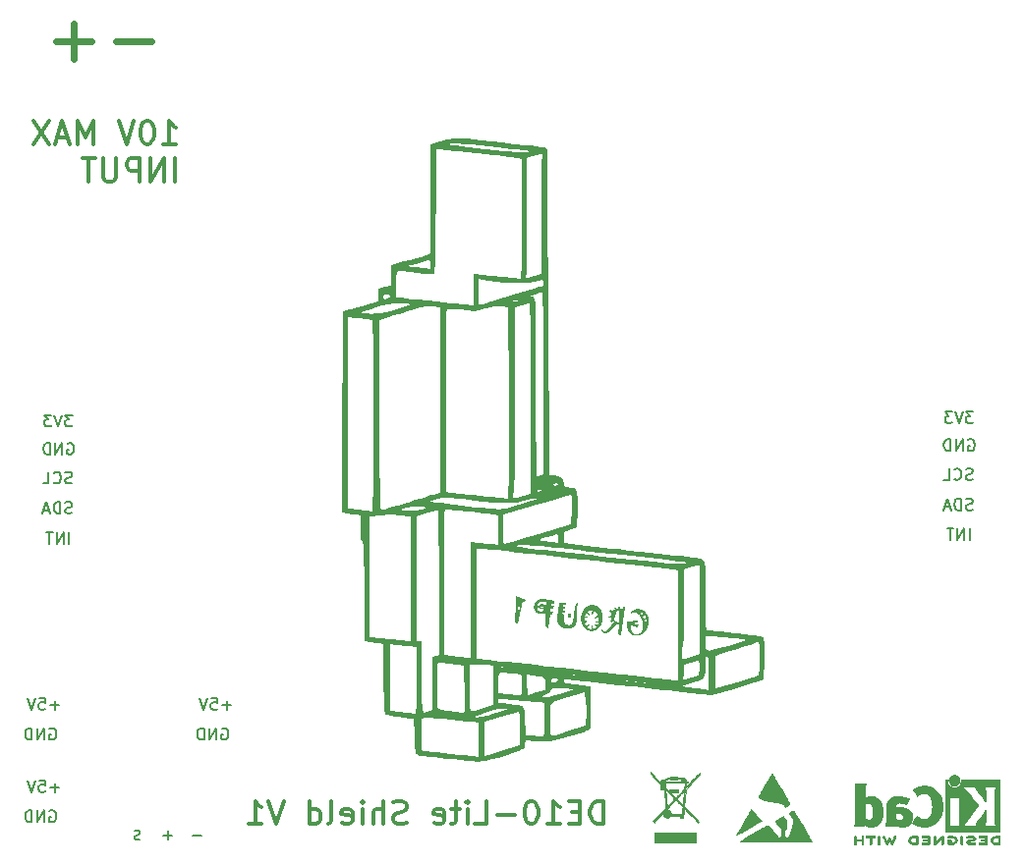
<source format=gbr>
%TF.GenerationSoftware,KiCad,Pcbnew,7.0.1*%
%TF.CreationDate,2023-06-08T02:49:51+01:00*%
%TF.ProjectId,DE10-lite_shield,44453130-2d6c-4697-9465-5f736869656c,rev?*%
%TF.SameCoordinates,Original*%
%TF.FileFunction,Legend,Bot*%
%TF.FilePolarity,Positive*%
%FSLAX46Y46*%
G04 Gerber Fmt 4.6, Leading zero omitted, Abs format (unit mm)*
G04 Created by KiCad (PCBNEW 7.0.1) date 2023-06-08 02:49:51*
%MOMM*%
%LPD*%
G01*
G04 APERTURE LIST*
%ADD10C,0.150000*%
%ADD11C,0.600000*%
%ADD12C,0.130000*%
%ADD13C,0.300000*%
%ADD14C,0.010000*%
G04 APERTURE END LIST*
D10*
X107415477Y-117025238D02*
X107510715Y-116977619D01*
X107510715Y-116977619D02*
X107653572Y-116977619D01*
X107653572Y-116977619D02*
X107796429Y-117025238D01*
X107796429Y-117025238D02*
X107891667Y-117120476D01*
X107891667Y-117120476D02*
X107939286Y-117215714D01*
X107939286Y-117215714D02*
X107986905Y-117406190D01*
X107986905Y-117406190D02*
X107986905Y-117549047D01*
X107986905Y-117549047D02*
X107939286Y-117739523D01*
X107939286Y-117739523D02*
X107891667Y-117834761D01*
X107891667Y-117834761D02*
X107796429Y-117930000D01*
X107796429Y-117930000D02*
X107653572Y-117977619D01*
X107653572Y-117977619D02*
X107558334Y-117977619D01*
X107558334Y-117977619D02*
X107415477Y-117930000D01*
X107415477Y-117930000D02*
X107367858Y-117882380D01*
X107367858Y-117882380D02*
X107367858Y-117549047D01*
X107367858Y-117549047D02*
X107558334Y-117549047D01*
X106939286Y-117977619D02*
X106939286Y-116977619D01*
X106939286Y-116977619D02*
X106367858Y-117977619D01*
X106367858Y-117977619D02*
X106367858Y-116977619D01*
X105891667Y-117977619D02*
X105891667Y-116977619D01*
X105891667Y-116977619D02*
X105653572Y-116977619D01*
X105653572Y-116977619D02*
X105510715Y-117025238D01*
X105510715Y-117025238D02*
X105415477Y-117120476D01*
X105415477Y-117120476D02*
X105367858Y-117215714D01*
X105367858Y-117215714D02*
X105320239Y-117406190D01*
X105320239Y-117406190D02*
X105320239Y-117549047D01*
X105320239Y-117549047D02*
X105367858Y-117739523D01*
X105367858Y-117739523D02*
X105415477Y-117834761D01*
X105415477Y-117834761D02*
X105510715Y-117930000D01*
X105510715Y-117930000D02*
X105653572Y-117977619D01*
X105653572Y-117977619D02*
X105891667Y-117977619D01*
X109332141Y-98430000D02*
X109189284Y-98477619D01*
X109189284Y-98477619D02*
X108951189Y-98477619D01*
X108951189Y-98477619D02*
X108855951Y-98430000D01*
X108855951Y-98430000D02*
X108808332Y-98382380D01*
X108808332Y-98382380D02*
X108760713Y-98287142D01*
X108760713Y-98287142D02*
X108760713Y-98191904D01*
X108760713Y-98191904D02*
X108808332Y-98096666D01*
X108808332Y-98096666D02*
X108855951Y-98049047D01*
X108855951Y-98049047D02*
X108951189Y-98001428D01*
X108951189Y-98001428D02*
X109141665Y-97953809D01*
X109141665Y-97953809D02*
X109236903Y-97906190D01*
X109236903Y-97906190D02*
X109284522Y-97858571D01*
X109284522Y-97858571D02*
X109332141Y-97763333D01*
X109332141Y-97763333D02*
X109332141Y-97668095D01*
X109332141Y-97668095D02*
X109284522Y-97572857D01*
X109284522Y-97572857D02*
X109236903Y-97525238D01*
X109236903Y-97525238D02*
X109141665Y-97477619D01*
X109141665Y-97477619D02*
X108903570Y-97477619D01*
X108903570Y-97477619D02*
X108760713Y-97525238D01*
X108332141Y-98477619D02*
X108332141Y-97477619D01*
X108332141Y-97477619D02*
X108094046Y-97477619D01*
X108094046Y-97477619D02*
X107951189Y-97525238D01*
X107951189Y-97525238D02*
X107855951Y-97620476D01*
X107855951Y-97620476D02*
X107808332Y-97715714D01*
X107808332Y-97715714D02*
X107760713Y-97906190D01*
X107760713Y-97906190D02*
X107760713Y-98049047D01*
X107760713Y-98049047D02*
X107808332Y-98239523D01*
X107808332Y-98239523D02*
X107855951Y-98334761D01*
X107855951Y-98334761D02*
X107951189Y-98430000D01*
X107951189Y-98430000D02*
X108094046Y-98477619D01*
X108094046Y-98477619D02*
X108332141Y-98477619D01*
X107379760Y-98191904D02*
X106903570Y-98191904D01*
X107474998Y-98477619D02*
X107141665Y-97477619D01*
X107141665Y-97477619D02*
X106808332Y-98477619D01*
X186932141Y-98130000D02*
X186789284Y-98177619D01*
X186789284Y-98177619D02*
X186551189Y-98177619D01*
X186551189Y-98177619D02*
X186455951Y-98130000D01*
X186455951Y-98130000D02*
X186408332Y-98082380D01*
X186408332Y-98082380D02*
X186360713Y-97987142D01*
X186360713Y-97987142D02*
X186360713Y-97891904D01*
X186360713Y-97891904D02*
X186408332Y-97796666D01*
X186408332Y-97796666D02*
X186455951Y-97749047D01*
X186455951Y-97749047D02*
X186551189Y-97701428D01*
X186551189Y-97701428D02*
X186741665Y-97653809D01*
X186741665Y-97653809D02*
X186836903Y-97606190D01*
X186836903Y-97606190D02*
X186884522Y-97558571D01*
X186884522Y-97558571D02*
X186932141Y-97463333D01*
X186932141Y-97463333D02*
X186932141Y-97368095D01*
X186932141Y-97368095D02*
X186884522Y-97272857D01*
X186884522Y-97272857D02*
X186836903Y-97225238D01*
X186836903Y-97225238D02*
X186741665Y-97177619D01*
X186741665Y-97177619D02*
X186503570Y-97177619D01*
X186503570Y-97177619D02*
X186360713Y-97225238D01*
X185932141Y-98177619D02*
X185932141Y-97177619D01*
X185932141Y-97177619D02*
X185694046Y-97177619D01*
X185694046Y-97177619D02*
X185551189Y-97225238D01*
X185551189Y-97225238D02*
X185455951Y-97320476D01*
X185455951Y-97320476D02*
X185408332Y-97415714D01*
X185408332Y-97415714D02*
X185360713Y-97606190D01*
X185360713Y-97606190D02*
X185360713Y-97749047D01*
X185360713Y-97749047D02*
X185408332Y-97939523D01*
X185408332Y-97939523D02*
X185455951Y-98034761D01*
X185455951Y-98034761D02*
X185551189Y-98130000D01*
X185551189Y-98130000D02*
X185694046Y-98177619D01*
X185694046Y-98177619D02*
X185932141Y-98177619D01*
X184979760Y-97891904D02*
X184503570Y-97891904D01*
X185074998Y-98177619D02*
X184741665Y-97177619D01*
X184741665Y-97177619D02*
X184408332Y-98177619D01*
D11*
X111047619Y-57786666D02*
X108000000Y-57786666D01*
X109523809Y-59310476D02*
X109523809Y-56262857D01*
D10*
X108239286Y-114996666D02*
X107477382Y-114996666D01*
X107858334Y-115377619D02*
X107858334Y-114615714D01*
X106525001Y-114377619D02*
X107001191Y-114377619D01*
X107001191Y-114377619D02*
X107048810Y-114853809D01*
X107048810Y-114853809D02*
X107001191Y-114806190D01*
X107001191Y-114806190D02*
X106905953Y-114758571D01*
X106905953Y-114758571D02*
X106667858Y-114758571D01*
X106667858Y-114758571D02*
X106572620Y-114806190D01*
X106572620Y-114806190D02*
X106525001Y-114853809D01*
X106525001Y-114853809D02*
X106477382Y-114949047D01*
X106477382Y-114949047D02*
X106477382Y-115187142D01*
X106477382Y-115187142D02*
X106525001Y-115282380D01*
X106525001Y-115282380D02*
X106572620Y-115330000D01*
X106572620Y-115330000D02*
X106667858Y-115377619D01*
X106667858Y-115377619D02*
X106905953Y-115377619D01*
X106905953Y-115377619D02*
X107001191Y-115330000D01*
X107001191Y-115330000D02*
X107048810Y-115282380D01*
X106191667Y-114377619D02*
X105858334Y-115377619D01*
X105858334Y-115377619D02*
X105525001Y-114377619D01*
D11*
X116147619Y-57786666D02*
X113100000Y-57786666D01*
D10*
X122238095Y-117025238D02*
X122333333Y-116977619D01*
X122333333Y-116977619D02*
X122476190Y-116977619D01*
X122476190Y-116977619D02*
X122619047Y-117025238D01*
X122619047Y-117025238D02*
X122714285Y-117120476D01*
X122714285Y-117120476D02*
X122761904Y-117215714D01*
X122761904Y-117215714D02*
X122809523Y-117406190D01*
X122809523Y-117406190D02*
X122809523Y-117549047D01*
X122809523Y-117549047D02*
X122761904Y-117739523D01*
X122761904Y-117739523D02*
X122714285Y-117834761D01*
X122714285Y-117834761D02*
X122619047Y-117930000D01*
X122619047Y-117930000D02*
X122476190Y-117977619D01*
X122476190Y-117977619D02*
X122380952Y-117977619D01*
X122380952Y-117977619D02*
X122238095Y-117930000D01*
X122238095Y-117930000D02*
X122190476Y-117882380D01*
X122190476Y-117882380D02*
X122190476Y-117549047D01*
X122190476Y-117549047D02*
X122380952Y-117549047D01*
X121761904Y-117977619D02*
X121761904Y-116977619D01*
X121761904Y-116977619D02*
X121190476Y-117977619D01*
X121190476Y-117977619D02*
X121190476Y-116977619D01*
X120714285Y-117977619D02*
X120714285Y-116977619D01*
X120714285Y-116977619D02*
X120476190Y-116977619D01*
X120476190Y-116977619D02*
X120333333Y-117025238D01*
X120333333Y-117025238D02*
X120238095Y-117120476D01*
X120238095Y-117120476D02*
X120190476Y-117215714D01*
X120190476Y-117215714D02*
X120142857Y-117406190D01*
X120142857Y-117406190D02*
X120142857Y-117549047D01*
X120142857Y-117549047D02*
X120190476Y-117739523D01*
X120190476Y-117739523D02*
X120238095Y-117834761D01*
X120238095Y-117834761D02*
X120333333Y-117930000D01*
X120333333Y-117930000D02*
X120476190Y-117977619D01*
X120476190Y-117977619D02*
X120714285Y-117977619D01*
D12*
X114739286Y-125836000D02*
X114853572Y-125797904D01*
X114853572Y-125797904D02*
X115044048Y-125797904D01*
X115044048Y-125797904D02*
X115120239Y-125836000D01*
X115120239Y-125836000D02*
X115158334Y-125874095D01*
X115158334Y-125874095D02*
X115196429Y-125950285D01*
X115196429Y-125950285D02*
X115196429Y-126026476D01*
X115196429Y-126026476D02*
X115158334Y-126102666D01*
X115158334Y-126102666D02*
X115120239Y-126140761D01*
X115120239Y-126140761D02*
X115044048Y-126178857D01*
X115044048Y-126178857D02*
X114891667Y-126216952D01*
X114891667Y-126216952D02*
X114815477Y-126255047D01*
X114815477Y-126255047D02*
X114777382Y-126293142D01*
X114777382Y-126293142D02*
X114739286Y-126369333D01*
X114739286Y-126369333D02*
X114739286Y-126445523D01*
X114739286Y-126445523D02*
X114777382Y-126521714D01*
X114777382Y-126521714D02*
X114815477Y-126559809D01*
X114815477Y-126559809D02*
X114891667Y-126597904D01*
X114891667Y-126597904D02*
X115082144Y-126597904D01*
X115082144Y-126597904D02*
X115196429Y-126559809D01*
D10*
G36*
X158120984Y-106710306D02*
G01*
X158140832Y-106711162D01*
X158160756Y-106712518D01*
X158180757Y-106714374D01*
X158207890Y-106717560D01*
X158234634Y-106721372D01*
X158260991Y-106725812D01*
X158286959Y-106730878D01*
X158312538Y-106736571D01*
X158337730Y-106742891D01*
X158362533Y-106749838D01*
X158386948Y-106757412D01*
X158410975Y-106765613D01*
X158434614Y-106774440D01*
X158457864Y-106783895D01*
X158480727Y-106793976D01*
X158503201Y-106804684D01*
X158525286Y-106816019D01*
X158546984Y-106827982D01*
X158568293Y-106840570D01*
X158589154Y-106853776D01*
X158609627Y-106867601D01*
X158629713Y-106882045D01*
X158649412Y-106897109D01*
X158668723Y-106912792D01*
X158687647Y-106929094D01*
X158706183Y-106946015D01*
X158724332Y-106963556D01*
X158742093Y-106981716D01*
X158759467Y-107000495D01*
X158776454Y-107019894D01*
X158793053Y-107039912D01*
X158809264Y-107060549D01*
X158825089Y-107081806D01*
X158840525Y-107103682D01*
X158855575Y-107126177D01*
X158869329Y-107147596D01*
X158882530Y-107169240D01*
X158895178Y-107191111D01*
X158907272Y-107213207D01*
X158918813Y-107235529D01*
X158929801Y-107258077D01*
X158940236Y-107280851D01*
X158950117Y-107303850D01*
X158959445Y-107327076D01*
X158968219Y-107350527D01*
X158976441Y-107374204D01*
X158984109Y-107398106D01*
X158991224Y-107422235D01*
X158997785Y-107446589D01*
X159003794Y-107471169D01*
X159009249Y-107495975D01*
X159014120Y-107520927D01*
X159018487Y-107546080D01*
X159022350Y-107571432D01*
X159025708Y-107596984D01*
X159028562Y-107622737D01*
X159030911Y-107648690D01*
X159032755Y-107674844D01*
X159034095Y-107701197D01*
X159034930Y-107727751D01*
X159035261Y-107754505D01*
X159035087Y-107781459D01*
X159034409Y-107808614D01*
X159033226Y-107835968D01*
X159031539Y-107863523D01*
X159029347Y-107891278D01*
X159026651Y-107919234D01*
X159023368Y-107947822D01*
X159019557Y-107976140D01*
X159015218Y-108004188D01*
X159010351Y-108031965D01*
X159004956Y-108059472D01*
X158999033Y-108086708D01*
X158992582Y-108113674D01*
X158985603Y-108140370D01*
X158978096Y-108166795D01*
X158970061Y-108192950D01*
X158961498Y-108218834D01*
X158952408Y-108244448D01*
X158942789Y-108269792D01*
X158932642Y-108294865D01*
X158921967Y-108319668D01*
X158910764Y-108344201D01*
X158899034Y-108368474D01*
X158886777Y-108392501D01*
X158873994Y-108416280D01*
X158860684Y-108439812D01*
X158846848Y-108463097D01*
X158832485Y-108486135D01*
X158817595Y-108508926D01*
X158802179Y-108531469D01*
X158786236Y-108553765D01*
X158769766Y-108575814D01*
X158752770Y-108597615D01*
X158735248Y-108619170D01*
X158717198Y-108640477D01*
X158698623Y-108661537D01*
X158679520Y-108682350D01*
X158659891Y-108702915D01*
X158638436Y-108724534D01*
X158616764Y-108745374D01*
X158594874Y-108765435D01*
X158572767Y-108784718D01*
X158550442Y-108803221D01*
X158527900Y-108820946D01*
X158505140Y-108837892D01*
X158482163Y-108854059D01*
X158458968Y-108869448D01*
X158435556Y-108884057D01*
X158411926Y-108897888D01*
X158388079Y-108910940D01*
X158364015Y-108923213D01*
X158339733Y-108934708D01*
X158315234Y-108945423D01*
X158290517Y-108955360D01*
X158265599Y-108964458D01*
X158240482Y-108972780D01*
X158215166Y-108980324D01*
X158189653Y-108987092D01*
X158163940Y-108993083D01*
X158138030Y-108998297D01*
X158111920Y-109002734D01*
X158085613Y-109006395D01*
X158059106Y-109009279D01*
X158032402Y-109011386D01*
X158005499Y-109012716D01*
X157978397Y-109013269D01*
X157951097Y-109013046D01*
X157923598Y-109012045D01*
X157895901Y-109010268D01*
X157868006Y-109007714D01*
X157842423Y-109004655D01*
X157817294Y-109000903D01*
X157792617Y-108996458D01*
X157768393Y-108991320D01*
X157744622Y-108985488D01*
X157721303Y-108978964D01*
X157698437Y-108971747D01*
X157676024Y-108963837D01*
X157654064Y-108955233D01*
X157632556Y-108945937D01*
X157611501Y-108935948D01*
X157590899Y-108925266D01*
X157570749Y-108913890D01*
X157551053Y-108901822D01*
X157531809Y-108889061D01*
X157513017Y-108875606D01*
X157494624Y-108861397D01*
X157476682Y-108846507D01*
X157459191Y-108830935D01*
X157442153Y-108814681D01*
X157425565Y-108797746D01*
X157409429Y-108780129D01*
X157393745Y-108761830D01*
X157378512Y-108742850D01*
X157363731Y-108723188D01*
X157349402Y-108702845D01*
X157335523Y-108681820D01*
X157322097Y-108660113D01*
X157309122Y-108637724D01*
X157296598Y-108614654D01*
X157284526Y-108590903D01*
X157272906Y-108566470D01*
X157263846Y-108546150D01*
X157255140Y-108525569D01*
X157246788Y-108504726D01*
X157238789Y-108483620D01*
X157231144Y-108462252D01*
X157223853Y-108440623D01*
X157216916Y-108418731D01*
X157210332Y-108396577D01*
X157204102Y-108374160D01*
X157198226Y-108351482D01*
X157192704Y-108328542D01*
X157187535Y-108305339D01*
X157182720Y-108281874D01*
X157178258Y-108258147D01*
X157174151Y-108234158D01*
X157170397Y-108209907D01*
X157167005Y-108185335D01*
X157163970Y-108160505D01*
X157161292Y-108135418D01*
X157158971Y-108110072D01*
X157157008Y-108084468D01*
X157155401Y-108058607D01*
X157154152Y-108032487D01*
X157153259Y-108006110D01*
X157152724Y-107979474D01*
X157152546Y-107952581D01*
X157152725Y-107925430D01*
X157153262Y-107898020D01*
X157154155Y-107870353D01*
X157155405Y-107842428D01*
X157157013Y-107814245D01*
X157158978Y-107785804D01*
X158118803Y-107682356D01*
X158111754Y-107894295D01*
X157601110Y-107958015D01*
X158179591Y-108080704D01*
X158119869Y-108279739D01*
X157498612Y-108157466D01*
X157497943Y-108172940D01*
X157497321Y-108196005D01*
X157497159Y-108218894D01*
X157497456Y-108241607D01*
X157498211Y-108264143D01*
X157499425Y-108286503D01*
X157501098Y-108308687D01*
X157503230Y-108330695D01*
X157505821Y-108352526D01*
X157508871Y-108374181D01*
X157512379Y-108395660D01*
X157514904Y-108409866D01*
X157519040Y-108430996D01*
X157523597Y-108451912D01*
X157528573Y-108472613D01*
X157533969Y-108493098D01*
X157539784Y-108513369D01*
X157546020Y-108533425D01*
X157552675Y-108553266D01*
X157559749Y-108572892D01*
X157567244Y-108592303D01*
X157575158Y-108611499D01*
X157582083Y-108626974D01*
X157592854Y-108649348D01*
X157604084Y-108670718D01*
X157615774Y-108691082D01*
X157627923Y-108710442D01*
X157640532Y-108728796D01*
X157653601Y-108746145D01*
X157667129Y-108762489D01*
X157681117Y-108777829D01*
X157695565Y-108792163D01*
X157710472Y-108805492D01*
X157725760Y-108817808D01*
X157746900Y-108832670D01*
X157768902Y-108845750D01*
X157791767Y-108857048D01*
X157815494Y-108866564D01*
X157840084Y-108874298D01*
X157859093Y-108878929D01*
X157878587Y-108882558D01*
X157898566Y-108885185D01*
X157915599Y-108886770D01*
X157940800Y-108888341D01*
X157965585Y-108888944D01*
X157989954Y-108888580D01*
X158013906Y-108887248D01*
X158037442Y-108884949D01*
X158060562Y-108881682D01*
X158083266Y-108877447D01*
X158105553Y-108872245D01*
X158127424Y-108866075D01*
X158148878Y-108858938D01*
X158162958Y-108853580D01*
X158183739Y-108844730D01*
X158204113Y-108834904D01*
X158224081Y-108824104D01*
X158243641Y-108812328D01*
X158262794Y-108799577D01*
X158281541Y-108785851D01*
X158299881Y-108771150D01*
X158317813Y-108755473D01*
X158335339Y-108738821D01*
X158352458Y-108721194D01*
X158362485Y-108710298D01*
X158377030Y-108693529D01*
X158390981Y-108676248D01*
X158404339Y-108658456D01*
X158417103Y-108640152D01*
X158429273Y-108621337D01*
X158440849Y-108602011D01*
X158451831Y-108582173D01*
X158462220Y-108561824D01*
X158472014Y-108540963D01*
X158481215Y-108519592D01*
X158486965Y-108505063D01*
X158495120Y-108482884D01*
X158502711Y-108460239D01*
X158509737Y-108437129D01*
X158516200Y-108413554D01*
X158522098Y-108389514D01*
X158527432Y-108365009D01*
X158532202Y-108340038D01*
X158536408Y-108314603D01*
X158540050Y-108288703D01*
X158543127Y-108262337D01*
X158545479Y-108237878D01*
X158547391Y-108213445D01*
X158548863Y-108189039D01*
X158549894Y-108164659D01*
X158550485Y-108140307D01*
X158550636Y-108115980D01*
X158550346Y-108091681D01*
X158549617Y-108067408D01*
X158548447Y-108043162D01*
X158546836Y-108018942D01*
X158544786Y-107994749D01*
X158542295Y-107970583D01*
X158539364Y-107946443D01*
X158535993Y-107922330D01*
X158532181Y-107898244D01*
X158527930Y-107874184D01*
X158523238Y-107850149D01*
X158518106Y-107826137D01*
X158512535Y-107802147D01*
X158506523Y-107778181D01*
X158500072Y-107754237D01*
X158493181Y-107730316D01*
X158486189Y-107707523D01*
X158671224Y-107707523D01*
X158674406Y-107728143D01*
X158682259Y-107747933D01*
X158693162Y-107764827D01*
X158701480Y-107774474D01*
X158718216Y-107788278D01*
X158737221Y-107797502D01*
X158758495Y-107802147D01*
X158773169Y-107802618D01*
X158794189Y-107799207D01*
X158814019Y-107790853D01*
X158830646Y-107779277D01*
X158840054Y-107770545D01*
X158853508Y-107753435D01*
X158862488Y-107734534D01*
X158866994Y-107713842D01*
X158867982Y-107696223D01*
X158866359Y-107675162D01*
X158860514Y-107654789D01*
X158850414Y-107637931D01*
X158837647Y-107625630D01*
X158819265Y-107615112D01*
X158799355Y-107608713D01*
X158779175Y-107605394D01*
X158761571Y-107604424D01*
X158740578Y-107606132D01*
X158720346Y-107612151D01*
X158703699Y-107622511D01*
X158691633Y-107635088D01*
X158681298Y-107653320D01*
X158674993Y-107673156D01*
X158671699Y-107693315D01*
X158671224Y-107707523D01*
X158486189Y-107707523D01*
X158485850Y-107706418D01*
X158478079Y-107682543D01*
X158469869Y-107658691D01*
X158461218Y-107634861D01*
X158452128Y-107611054D01*
X158442598Y-107587271D01*
X158432628Y-107563510D01*
X158422218Y-107539772D01*
X158411368Y-107516056D01*
X158400078Y-107492364D01*
X158386850Y-107465831D01*
X158373311Y-107440064D01*
X158359461Y-107415063D01*
X158345301Y-107390827D01*
X158337844Y-107378733D01*
X158546696Y-107378733D01*
X158548249Y-107400378D01*
X158553481Y-107421000D01*
X158562394Y-107440599D01*
X158574987Y-107459174D01*
X158583531Y-107468936D01*
X158599912Y-107483326D01*
X158618110Y-107494288D01*
X158638126Y-107501821D01*
X158659959Y-107505925D01*
X158672659Y-107506669D01*
X158694047Y-107505039D01*
X158714370Y-107499678D01*
X158733629Y-107490585D01*
X158751822Y-107477760D01*
X158761368Y-107469078D01*
X158775450Y-107452501D01*
X158786191Y-107434162D01*
X158793592Y-107414062D01*
X158797653Y-107392201D01*
X158798390Y-107379715D01*
X158796835Y-107358563D01*
X158791662Y-107338299D01*
X158782870Y-107318925D01*
X158770459Y-107300439D01*
X158762048Y-107290576D01*
X158745897Y-107276046D01*
X158727924Y-107264990D01*
X158708128Y-107257410D01*
X158686510Y-107253304D01*
X158673688Y-107252555D01*
X158652082Y-107254213D01*
X158631536Y-107259648D01*
X158612050Y-107268862D01*
X158593624Y-107281853D01*
X158583966Y-107290501D01*
X158569738Y-107306912D01*
X158558910Y-107324949D01*
X158551485Y-107344613D01*
X158547461Y-107365904D01*
X158546696Y-107378733D01*
X158337844Y-107378733D01*
X158330830Y-107367357D01*
X158316048Y-107344652D01*
X158300956Y-107322712D01*
X158285552Y-107301538D01*
X158269839Y-107281130D01*
X158253814Y-107261487D01*
X158237479Y-107242610D01*
X158220833Y-107224498D01*
X158203876Y-107207152D01*
X158186609Y-107190571D01*
X158169031Y-107174755D01*
X158151142Y-107159705D01*
X158132958Y-107145363D01*
X158124908Y-107139450D01*
X158317713Y-107139450D01*
X158319405Y-107160595D01*
X158325392Y-107181142D01*
X158335702Y-107198259D01*
X158348491Y-107210348D01*
X158366890Y-107220700D01*
X158386809Y-107227015D01*
X158406992Y-107230311D01*
X158421499Y-107230782D01*
X158442326Y-107227441D01*
X158462031Y-107219242D01*
X158478606Y-107207876D01*
X158487873Y-107199130D01*
X158501135Y-107182000D01*
X158510000Y-107163086D01*
X158514468Y-107142390D01*
X158515389Y-107125247D01*
X158513645Y-107104603D01*
X158507622Y-107084401D01*
X158497300Y-107067400D01*
X158484624Y-107055108D01*
X158466563Y-107044623D01*
X158447130Y-107038276D01*
X158427518Y-107035016D01*
X158409880Y-107034042D01*
X158388736Y-107035734D01*
X158368188Y-107041721D01*
X158351071Y-107052031D01*
X158338779Y-107064707D01*
X158328294Y-107082768D01*
X158321947Y-107102200D01*
X158318687Y-107121812D01*
X158317713Y-107139450D01*
X158124908Y-107139450D01*
X158114482Y-107131792D01*
X158095714Y-107118993D01*
X158076654Y-107106965D01*
X158057302Y-107095708D01*
X158037658Y-107085222D01*
X158017721Y-107075507D01*
X157997493Y-107066564D01*
X157976972Y-107058393D01*
X157956159Y-107050992D01*
X157935054Y-107044363D01*
X157913657Y-107038505D01*
X157891968Y-107033418D01*
X157869987Y-107029103D01*
X157847713Y-107025559D01*
X157825148Y-107022786D01*
X157803612Y-107020891D01*
X157782729Y-107019801D01*
X157762498Y-107019517D01*
X157738126Y-107020294D01*
X157714773Y-107022329D01*
X157692439Y-107025622D01*
X157671124Y-107030174D01*
X157662813Y-107032282D01*
X157642614Y-107038453D01*
X157623238Y-107045909D01*
X157604687Y-107054651D01*
X157586960Y-107064678D01*
X157570057Y-107075992D01*
X157553978Y-107088591D01*
X157464457Y-107047747D01*
X157479420Y-107026518D01*
X157494977Y-107005920D01*
X157511128Y-106985952D01*
X157527873Y-106966614D01*
X157545211Y-106947907D01*
X157563144Y-106929830D01*
X157581670Y-106912383D01*
X157600790Y-106895567D01*
X157605630Y-106891459D01*
X157625336Y-106875425D01*
X157645587Y-106860033D01*
X157666386Y-106845281D01*
X157687731Y-106831169D01*
X157709623Y-106817699D01*
X157732061Y-106804869D01*
X157755046Y-106792680D01*
X157772644Y-106783959D01*
X157778667Y-106781060D01*
X157796811Y-106772715D01*
X157815063Y-106764900D01*
X157833423Y-106757615D01*
X157851892Y-106750859D01*
X157870469Y-106744632D01*
X157895407Y-106737153D01*
X157920538Y-106730616D01*
X157945861Y-106725020D01*
X157971378Y-106720364D01*
X157990635Y-106717385D01*
X158016431Y-106714191D01*
X158042364Y-106711886D01*
X158061904Y-106710741D01*
X158081521Y-106710096D01*
X158101214Y-106709951D01*
X158120984Y-106710306D01*
G37*
G36*
X156570167Y-106522991D02*
G01*
X156578835Y-106692867D01*
X156837539Y-106698937D01*
X156862722Y-106524761D01*
X157001894Y-106541844D01*
X156652422Y-108974257D01*
X156403246Y-108900914D01*
X156446475Y-108040988D01*
X156284693Y-107977322D01*
X155760268Y-108536664D01*
X155743584Y-108554130D01*
X155726982Y-108570994D01*
X155710463Y-108587257D01*
X155694026Y-108602918D01*
X155677671Y-108617978D01*
X155661399Y-108632436D01*
X155645209Y-108646293D01*
X155629102Y-108659548D01*
X155613077Y-108672202D01*
X155597134Y-108684254D01*
X155573375Y-108701205D01*
X155549801Y-108716802D01*
X155526412Y-108731047D01*
X155503209Y-108743937D01*
X155487783Y-108751773D01*
X155464798Y-108762399D01*
X155441998Y-108771671D01*
X155419384Y-108779590D01*
X155396955Y-108786156D01*
X155374711Y-108791369D01*
X155352653Y-108795228D01*
X155330780Y-108797734D01*
X155309093Y-108798886D01*
X155287591Y-108798686D01*
X155266274Y-108797132D01*
X155259894Y-108796397D01*
X155234906Y-108792228D01*
X155210770Y-108786092D01*
X155187485Y-108777988D01*
X155165051Y-108767917D01*
X155143469Y-108755879D01*
X155122739Y-108741874D01*
X155102859Y-108725901D01*
X155088509Y-108712630D01*
X155079223Y-108703097D01*
X155065726Y-108687835D01*
X155052748Y-108671419D01*
X155040288Y-108653849D01*
X155028347Y-108635125D01*
X155016924Y-108615246D01*
X155006020Y-108594213D01*
X154995634Y-108572026D01*
X154985767Y-108548684D01*
X154976418Y-108524188D01*
X154967587Y-108498538D01*
X155018952Y-108481834D01*
X155024098Y-108490242D01*
X155037186Y-108510276D01*
X155050589Y-108528905D01*
X155064308Y-108546128D01*
X155078343Y-108561945D01*
X155092693Y-108576356D01*
X155107359Y-108589361D01*
X155113263Y-108594086D01*
X155131323Y-108606707D01*
X155149903Y-108617001D01*
X155169005Y-108624966D01*
X155188627Y-108630603D01*
X155208771Y-108633911D01*
X155228281Y-108634918D01*
X155248434Y-108633905D01*
X155269229Y-108630872D01*
X155290665Y-108625819D01*
X155307149Y-108620684D01*
X155326798Y-108613211D01*
X155346897Y-108604139D01*
X155364482Y-108595091D01*
X155382399Y-108584869D01*
X155392993Y-108578554D01*
X155410907Y-108567140D01*
X155428024Y-108555267D01*
X155444342Y-108542934D01*
X155459863Y-108530140D01*
X155461988Y-108528243D01*
X155476457Y-108514786D01*
X155492113Y-108499025D01*
X155506828Y-108482858D01*
X155520603Y-108466286D01*
X156030362Y-107808149D01*
X155964976Y-107761983D01*
X155803884Y-107859987D01*
X155732452Y-107740491D01*
X155877153Y-107634870D01*
X155872614Y-107627753D01*
X155861738Y-107609924D01*
X155857867Y-107603139D01*
X156042577Y-107603139D01*
X156051536Y-107614248D01*
X156065449Y-107630637D01*
X156079933Y-107646697D01*
X156094986Y-107662429D01*
X156110609Y-107677832D01*
X156126802Y-107692907D01*
X156143565Y-107707653D01*
X156160897Y-107722070D01*
X156178800Y-107736158D01*
X156197272Y-107749918D01*
X156216314Y-107763350D01*
X156229321Y-107772115D01*
X156249286Y-107784966D01*
X156269798Y-107797459D01*
X156290857Y-107809596D01*
X156312463Y-107821376D01*
X156334616Y-107832799D01*
X156357315Y-107843864D01*
X156380562Y-107854573D01*
X156404356Y-107864925D01*
X156428696Y-107874920D01*
X156453584Y-107884558D01*
X156494382Y-106851482D01*
X156486464Y-106851897D01*
X156463234Y-106853427D01*
X156440787Y-106855384D01*
X156419124Y-106857770D01*
X156398245Y-106860583D01*
X156378150Y-106863824D01*
X156365066Y-106866071D01*
X156342943Y-106870381D01*
X156321803Y-106875170D01*
X156301648Y-106880438D01*
X156282476Y-106886186D01*
X156042577Y-107603139D01*
X155857867Y-107603139D01*
X155851539Y-107592047D01*
X155842017Y-107574122D01*
X155833171Y-107556147D01*
X155825002Y-107538124D01*
X155817510Y-107520051D01*
X155814706Y-107512823D01*
X155806998Y-107491256D01*
X155800341Y-107469870D01*
X155794736Y-107448663D01*
X155790183Y-107427635D01*
X155786682Y-107406788D01*
X155613462Y-107451943D01*
X155570461Y-107323647D01*
X155774618Y-107273884D01*
X155774484Y-107264097D01*
X155774668Y-107240118D01*
X155775594Y-107216842D01*
X155777262Y-107194267D01*
X155779671Y-107172393D01*
X155782822Y-107151221D01*
X155786715Y-107130750D01*
X155789393Y-107118812D01*
X155794389Y-107099507D01*
X155801262Y-107077321D01*
X155809094Y-107056202D01*
X155817884Y-107036151D01*
X155827632Y-107017168D01*
X155666402Y-106882831D01*
X155767050Y-106789771D01*
X155891075Y-106899569D01*
X155896296Y-106893652D01*
X155909791Y-106879275D01*
X155923920Y-106865492D01*
X155938682Y-106852303D01*
X155954076Y-106839709D01*
X155970104Y-106827709D01*
X155986765Y-106816303D01*
X155993558Y-106811915D01*
X156011087Y-106801490D01*
X156029397Y-106791842D01*
X156048490Y-106782973D01*
X156068364Y-106774881D01*
X156089019Y-106767566D01*
X156110457Y-106761030D01*
X156045766Y-106586739D01*
X156170227Y-106542844D01*
X156235251Y-106727976D01*
X156430156Y-106700817D01*
X156431175Y-106518206D01*
X156570167Y-106522991D01*
G37*
G36*
X154189458Y-106360850D02*
G01*
X154215047Y-106361813D01*
X154240846Y-106363489D01*
X154266854Y-106365877D01*
X154292782Y-106368947D01*
X154318343Y-106372670D01*
X154343535Y-106377045D01*
X154368360Y-106382071D01*
X154392817Y-106387750D01*
X154416906Y-106394081D01*
X154440628Y-106401064D01*
X154463981Y-106408699D01*
X154486967Y-106416986D01*
X154509584Y-106425925D01*
X154531834Y-106435516D01*
X154553716Y-106445759D01*
X154575230Y-106456654D01*
X154596377Y-106468201D01*
X154617155Y-106480401D01*
X154637566Y-106493252D01*
X154657548Y-106506749D01*
X154677162Y-106520898D01*
X154696409Y-106535699D01*
X154715287Y-106551152D01*
X154733798Y-106567258D01*
X154751941Y-106584015D01*
X154769716Y-106601424D01*
X154787123Y-106619486D01*
X154804163Y-106638199D01*
X154820834Y-106657565D01*
X154837138Y-106677582D01*
X154853074Y-106698252D01*
X154868642Y-106719574D01*
X154883842Y-106741547D01*
X154898674Y-106764173D01*
X154913139Y-106787451D01*
X154925853Y-106809102D01*
X154938078Y-106830932D01*
X154949811Y-106852940D01*
X154961053Y-106875128D01*
X154971805Y-106897493D01*
X154982066Y-106920038D01*
X154991836Y-106942761D01*
X155001116Y-106965663D01*
X155009905Y-106988743D01*
X155018203Y-107012002D01*
X155026010Y-107035440D01*
X155033326Y-107059056D01*
X155040152Y-107082851D01*
X155046487Y-107106825D01*
X155052331Y-107130977D01*
X155057684Y-107155308D01*
X155062544Y-107179810D01*
X155066906Y-107204474D01*
X155070772Y-107229301D01*
X155074142Y-107254291D01*
X155077014Y-107279443D01*
X155079390Y-107304758D01*
X155081269Y-107330236D01*
X155082651Y-107355876D01*
X155083537Y-107381679D01*
X155083925Y-107407645D01*
X155083817Y-107433774D01*
X155083213Y-107460065D01*
X155082111Y-107486519D01*
X155080513Y-107513135D01*
X155078418Y-107539914D01*
X155075826Y-107566856D01*
X155072743Y-107593883D01*
X155069202Y-107620673D01*
X155065203Y-107647227D01*
X155060744Y-107673545D01*
X155055827Y-107699626D01*
X155050452Y-107725471D01*
X155044617Y-107751081D01*
X155038324Y-107776453D01*
X155031572Y-107801590D01*
X155024362Y-107826490D01*
X155016693Y-107851154D01*
X155008565Y-107875582D01*
X154999979Y-107899774D01*
X154990934Y-107923729D01*
X154981430Y-107947449D01*
X154971467Y-107970932D01*
X154960981Y-107994158D01*
X154950028Y-108017120D01*
X154938607Y-108039819D01*
X154926719Y-108062253D01*
X154914364Y-108084424D01*
X154901542Y-108106330D01*
X154888252Y-108127973D01*
X154874495Y-108149351D01*
X154860271Y-108170466D01*
X154845579Y-108191316D01*
X154830420Y-108211902D01*
X154814794Y-108232225D01*
X154798701Y-108252283D01*
X154782140Y-108272078D01*
X154765113Y-108291608D01*
X154747617Y-108310875D01*
X154728061Y-108331484D01*
X154708305Y-108351355D01*
X154688351Y-108370488D01*
X154668198Y-108388882D01*
X154647846Y-108406538D01*
X154627296Y-108423455D01*
X154606547Y-108439634D01*
X154585600Y-108455074D01*
X154564453Y-108469776D01*
X154543108Y-108483740D01*
X154521565Y-108496965D01*
X154499823Y-108509451D01*
X154477882Y-108521199D01*
X154455742Y-108532209D01*
X154433404Y-108542480D01*
X154410867Y-108552013D01*
X154388126Y-108560805D01*
X154365175Y-108568853D01*
X154342015Y-108576158D01*
X154318645Y-108582719D01*
X154295065Y-108588537D01*
X154271275Y-108593612D01*
X154247276Y-108597943D01*
X154223068Y-108601530D01*
X154198649Y-108604374D01*
X154174021Y-108606475D01*
X154149183Y-108607832D01*
X154124136Y-108608446D01*
X154098879Y-108608317D01*
X154073412Y-108607443D01*
X154047736Y-108605827D01*
X154021850Y-108603467D01*
X153995745Y-108600362D01*
X153970018Y-108596576D01*
X153944671Y-108592109D01*
X153919701Y-108586959D01*
X153895111Y-108581128D01*
X153870899Y-108574616D01*
X153847065Y-108567422D01*
X153823611Y-108559546D01*
X153800534Y-108550988D01*
X153777837Y-108541749D01*
X153755518Y-108531829D01*
X153733578Y-108521226D01*
X153712016Y-108509942D01*
X153690833Y-108497977D01*
X153670029Y-108485330D01*
X153649603Y-108472001D01*
X153629541Y-108457991D01*
X153609826Y-108443300D01*
X153590459Y-108427928D01*
X153571440Y-108411874D01*
X153552769Y-108395140D01*
X153534446Y-108377725D01*
X153516471Y-108359629D01*
X153498843Y-108340852D01*
X153481564Y-108321394D01*
X153464632Y-108301254D01*
X153448048Y-108280434D01*
X153431812Y-108258933D01*
X153415924Y-108236751D01*
X153400384Y-108213887D01*
X153385191Y-108190343D01*
X153370347Y-108166118D01*
X153357077Y-108143504D01*
X153344332Y-108120751D01*
X153332112Y-108097857D01*
X153320418Y-108074822D01*
X153309249Y-108051647D01*
X153298604Y-108028331D01*
X153288485Y-108004875D01*
X153278891Y-107981278D01*
X153269822Y-107957541D01*
X153261279Y-107933663D01*
X153253260Y-107909645D01*
X153245767Y-107885486D01*
X153238798Y-107861187D01*
X153232355Y-107836747D01*
X153226437Y-107812167D01*
X153221044Y-107787446D01*
X153216111Y-107762511D01*
X153211682Y-107737421D01*
X153207756Y-107712177D01*
X153204333Y-107686779D01*
X153201415Y-107661226D01*
X153199000Y-107635520D01*
X153198310Y-107626188D01*
X153479124Y-107626188D01*
X153479283Y-107648152D01*
X153479983Y-107669764D01*
X153480415Y-107678311D01*
X153481871Y-107699433D01*
X153483868Y-107720204D01*
X153486406Y-107740624D01*
X153489484Y-107760692D01*
X153493103Y-107780410D01*
X153497262Y-107799778D01*
X153722556Y-107693786D01*
X153776260Y-107762301D01*
X153528095Y-107941039D01*
X153530515Y-107949444D01*
X153537012Y-107970368D01*
X153544146Y-107991168D01*
X153551917Y-108011843D01*
X153560324Y-108032393D01*
X153569367Y-108052818D01*
X153579048Y-108073118D01*
X153583103Y-108081146D01*
X153593665Y-108101159D01*
X153604835Y-108121093D01*
X153616613Y-108140947D01*
X153628999Y-108160720D01*
X153641993Y-108180414D01*
X153655594Y-108200028D01*
X153846141Y-107938611D01*
X153933008Y-108004717D01*
X153743106Y-108302058D01*
X153761462Y-108318354D01*
X153780027Y-108333690D01*
X153798800Y-108348065D01*
X153817782Y-108361480D01*
X153836972Y-108373935D01*
X153856370Y-108385429D01*
X153875977Y-108395962D01*
X153895792Y-108405535D01*
X153915822Y-108414087D01*
X153936047Y-108421800D01*
X153956468Y-108428674D01*
X153977085Y-108434709D01*
X153997897Y-108439905D01*
X154018905Y-108444262D01*
X154040109Y-108447780D01*
X154061508Y-108450459D01*
X154076568Y-108452041D01*
X154099638Y-108167128D01*
X154198229Y-108163737D01*
X154200217Y-108443917D01*
X154221643Y-108439039D01*
X154242737Y-108433374D01*
X154263499Y-108426923D01*
X154283930Y-108419684D01*
X154304030Y-108411658D01*
X154323797Y-108402846D01*
X154343233Y-108393246D01*
X154362337Y-108382859D01*
X154381149Y-108371529D01*
X154399682Y-108359340D01*
X154417938Y-108346293D01*
X154435915Y-108332388D01*
X154453614Y-108317625D01*
X154471035Y-108302004D01*
X154488178Y-108285525D01*
X154505042Y-108268188D01*
X154335487Y-108040143D01*
X154419316Y-107976260D01*
X154588661Y-108168918D01*
X154593788Y-108160613D01*
X154606224Y-108139796D01*
X154618117Y-108118897D01*
X154629467Y-108097918D01*
X154640273Y-108076857D01*
X154650537Y-108055715D01*
X154660257Y-108034493D01*
X154663925Y-108025981D01*
X154672639Y-108004705D01*
X154680705Y-107983434D01*
X154688123Y-107962165D01*
X154694893Y-107940901D01*
X154701015Y-107919641D01*
X154706490Y-107898384D01*
X154474249Y-107888219D01*
X154487219Y-107764823D01*
X154730939Y-107773248D01*
X154738013Y-107719962D01*
X154740588Y-107697877D01*
X154742476Y-107675458D01*
X154743677Y-107652706D01*
X154744193Y-107629621D01*
X154744022Y-107606203D01*
X154743164Y-107582452D01*
X154741620Y-107558368D01*
X154739390Y-107533951D01*
X154738015Y-107521623D01*
X154734735Y-107496750D01*
X154730749Y-107471588D01*
X154726056Y-107446137D01*
X154722073Y-107426859D01*
X154717693Y-107407418D01*
X154712915Y-107387815D01*
X154707740Y-107368049D01*
X154702168Y-107348120D01*
X154696198Y-107328029D01*
X154464323Y-107524687D01*
X154393635Y-107421478D01*
X154642279Y-107196130D01*
X154634914Y-107182105D01*
X154623593Y-107161544D01*
X154611944Y-107141552D01*
X154599969Y-107122130D01*
X154587665Y-107103279D01*
X154575034Y-107084997D01*
X154562075Y-107067285D01*
X154548789Y-107050143D01*
X154535176Y-107033571D01*
X154521234Y-107017569D01*
X154506965Y-107002137D01*
X154497200Y-106992160D01*
X154482244Y-106977673D01*
X154466916Y-106963760D01*
X154451217Y-106950421D01*
X154435147Y-106937656D01*
X154418705Y-106925465D01*
X154401893Y-106913848D01*
X154384709Y-106902805D01*
X154367155Y-106892336D01*
X154349229Y-106882441D01*
X154330932Y-106873120D01*
X154179591Y-107196126D01*
X154086055Y-107151421D01*
X154204233Y-106830824D01*
X154182639Y-106828585D01*
X154161340Y-106826990D01*
X154140335Y-106826038D01*
X154119626Y-106825731D01*
X154099211Y-106826067D01*
X154079092Y-106827048D01*
X154059268Y-106828673D01*
X154039738Y-106830941D01*
X154014157Y-106834968D01*
X153989101Y-106840140D01*
X153982915Y-106841612D01*
X153958420Y-106848228D01*
X153934326Y-106856006D01*
X153910631Y-106864947D01*
X153887335Y-106875051D01*
X153864440Y-106886317D01*
X153841944Y-106898745D01*
X153819848Y-106912336D01*
X153803538Y-106923292D01*
X153935439Y-107205829D01*
X153849512Y-107261633D01*
X153690694Y-107024893D01*
X153677133Y-107040598D01*
X153664019Y-107056718D01*
X153651352Y-107073253D01*
X153639133Y-107090204D01*
X153627361Y-107107570D01*
X153616037Y-107125351D01*
X153605161Y-107143548D01*
X153594732Y-107162160D01*
X153584629Y-107181175D01*
X153574973Y-107200606D01*
X153565765Y-107220451D01*
X153557005Y-107240713D01*
X153548692Y-107261389D01*
X153540827Y-107282481D01*
X153533409Y-107303989D01*
X153526438Y-107325912D01*
X153741427Y-107383382D01*
X153705265Y-107489113D01*
X153493730Y-107450180D01*
X153491067Y-107468808D01*
X153488674Y-107488943D01*
X153486986Y-107505003D01*
X153484844Y-107525378D01*
X153483892Y-107534823D01*
X153481889Y-107558191D01*
X153480427Y-107581207D01*
X153479505Y-107603873D01*
X153479124Y-107626188D01*
X153198310Y-107626188D01*
X153197088Y-107609659D01*
X153195680Y-107583643D01*
X153194775Y-107557474D01*
X153194374Y-107531150D01*
X153194477Y-107504671D01*
X153195083Y-107478039D01*
X153196193Y-107451252D01*
X153197806Y-107424311D01*
X153199923Y-107397216D01*
X153202543Y-107369966D01*
X153205623Y-107343076D01*
X153209181Y-107316450D01*
X153213218Y-107290090D01*
X153217734Y-107263995D01*
X153222728Y-107238165D01*
X153228201Y-107212601D01*
X153234152Y-107187301D01*
X153240582Y-107162267D01*
X153247491Y-107137498D01*
X153254879Y-107112994D01*
X153262745Y-107088756D01*
X153271089Y-107064782D01*
X153279913Y-107041074D01*
X153289215Y-107017631D01*
X153298996Y-106994453D01*
X153309255Y-106971541D01*
X153319989Y-106948897D01*
X153331193Y-106926525D01*
X153342867Y-106904425D01*
X153355012Y-106882597D01*
X153367627Y-106861041D01*
X153380712Y-106839757D01*
X153394267Y-106818745D01*
X153408293Y-106798005D01*
X153422789Y-106777536D01*
X153437755Y-106757340D01*
X153453191Y-106737416D01*
X153469098Y-106717764D01*
X153485475Y-106698384D01*
X153502322Y-106679276D01*
X153519640Y-106660440D01*
X153537428Y-106641876D01*
X153557060Y-106622301D01*
X153576895Y-106603430D01*
X153596931Y-106585263D01*
X153617171Y-106567801D01*
X153637612Y-106551043D01*
X153658256Y-106534989D01*
X153679101Y-106519640D01*
X153700150Y-106504995D01*
X153721400Y-106491054D01*
X153742853Y-106477817D01*
X153764508Y-106465285D01*
X153786365Y-106453457D01*
X153808424Y-106442334D01*
X153830686Y-106431915D01*
X153853150Y-106422200D01*
X153875816Y-106413189D01*
X153898688Y-106404887D01*
X153921769Y-106397297D01*
X153945059Y-106390420D01*
X153968558Y-106384256D01*
X153992267Y-106378805D01*
X154016184Y-106374066D01*
X154040310Y-106370040D01*
X154064645Y-106366727D01*
X154089190Y-106364126D01*
X154113943Y-106362238D01*
X154138906Y-106361063D01*
X154164077Y-106360600D01*
X154189458Y-106360850D01*
G37*
G36*
X151163041Y-107343235D02*
G01*
X151160159Y-107372720D01*
X151157755Y-107401786D01*
X151155828Y-107430431D01*
X151154379Y-107458657D01*
X151153408Y-107486463D01*
X151152914Y-107513848D01*
X151152899Y-107540815D01*
X151153361Y-107567361D01*
X151154300Y-107593487D01*
X151155718Y-107619193D01*
X151157613Y-107644480D01*
X151159986Y-107669347D01*
X151162837Y-107693794D01*
X151166165Y-107717821D01*
X151169972Y-107741428D01*
X151174256Y-107764615D01*
X151179017Y-107787383D01*
X151184257Y-107809730D01*
X151189974Y-107831658D01*
X151196169Y-107853166D01*
X151202842Y-107874254D01*
X151209992Y-107894922D01*
X151217620Y-107915170D01*
X151225726Y-107934999D01*
X151234310Y-107954408D01*
X151243371Y-107973396D01*
X151252910Y-107991965D01*
X151262927Y-108010114D01*
X151273422Y-108027843D01*
X151284394Y-108045153D01*
X151295845Y-108062042D01*
X151307773Y-108078512D01*
X151320150Y-108094559D01*
X151333010Y-108110190D01*
X151346352Y-108125402D01*
X151360176Y-108140198D01*
X151374483Y-108154576D01*
X151389272Y-108168536D01*
X151404543Y-108182079D01*
X151420297Y-108195205D01*
X151436533Y-108207913D01*
X151453251Y-108220203D01*
X151470452Y-108232076D01*
X151488134Y-108243532D01*
X151506299Y-108254570D01*
X151524947Y-108265191D01*
X151544076Y-108275394D01*
X151563688Y-108285180D01*
X151583782Y-108294548D01*
X151604359Y-108303499D01*
X151625418Y-108312033D01*
X151646959Y-108320149D01*
X151668982Y-108327847D01*
X151691488Y-108335128D01*
X151714476Y-108341992D01*
X151737946Y-108348438D01*
X151761899Y-108354467D01*
X151786333Y-108360078D01*
X151811250Y-108365272D01*
X151836650Y-108370048D01*
X151862532Y-108374407D01*
X151888895Y-108378348D01*
X151915742Y-108381872D01*
X151943070Y-108384978D01*
X151969704Y-108387563D01*
X151995923Y-108389674D01*
X152021728Y-108391311D01*
X152047118Y-108392476D01*
X152072093Y-108393167D01*
X152096654Y-108393385D01*
X152120800Y-108393129D01*
X152144532Y-108392400D01*
X152167849Y-108391197D01*
X152190752Y-108389522D01*
X152213240Y-108387373D01*
X152235314Y-108384750D01*
X152256972Y-108381654D01*
X152278217Y-108378085D01*
X152299047Y-108374043D01*
X152319462Y-108369527D01*
X152339410Y-108364471D01*
X152358948Y-108358942D01*
X152378074Y-108352940D01*
X152396790Y-108346465D01*
X152415095Y-108339517D01*
X152441783Y-108328208D01*
X152467546Y-108315835D01*
X152492385Y-108302398D01*
X152516300Y-108287897D01*
X152539291Y-108272332D01*
X152561357Y-108255703D01*
X152582499Y-108238009D01*
X152589341Y-108231875D01*
X152607853Y-108214072D01*
X152625683Y-108195195D01*
X152642832Y-108175246D01*
X152659299Y-108154223D01*
X152675085Y-108132128D01*
X152690189Y-108108959D01*
X152704611Y-108084716D01*
X152718352Y-108059401D01*
X152727134Y-108041928D01*
X152735613Y-108023978D01*
X152743790Y-108005551D01*
X152751663Y-107986647D01*
X152759231Y-107967268D01*
X152766493Y-107947415D01*
X152773447Y-107927089D01*
X152780094Y-107906289D01*
X152786434Y-107885015D01*
X152792466Y-107863268D01*
X152798192Y-107841048D01*
X152803611Y-107818353D01*
X152808722Y-107795186D01*
X152813527Y-107771544D01*
X152818024Y-107747429D01*
X152822215Y-107722841D01*
X152826098Y-107697779D01*
X152829674Y-107672243D01*
X152832943Y-107646234D01*
X152835905Y-107619751D01*
X152838138Y-107596947D01*
X152840193Y-107572742D01*
X152842069Y-107547137D01*
X152843766Y-107520132D01*
X152845283Y-107491727D01*
X152846622Y-107461921D01*
X152847782Y-107430715D01*
X152848763Y-107398109D01*
X152849565Y-107364102D01*
X152850187Y-107328696D01*
X152850631Y-107291889D01*
X152850896Y-107253681D01*
X152850961Y-107234053D01*
X152850982Y-107214074D01*
X152850957Y-107193745D01*
X152850888Y-107173066D01*
X152850775Y-107152037D01*
X152850616Y-107130658D01*
X152850413Y-107108929D01*
X152850165Y-107086850D01*
X152849887Y-107064768D01*
X152849655Y-107043034D01*
X152849469Y-107021650D01*
X152849328Y-107000615D01*
X152849234Y-106979929D01*
X152849185Y-106959592D01*
X152849182Y-106939605D01*
X152849225Y-106919966D01*
X152849447Y-106881737D01*
X152849854Y-106844905D01*
X152850443Y-106809470D01*
X152851215Y-106775432D01*
X152852171Y-106742791D01*
X152853310Y-106711546D01*
X152854632Y-106681698D01*
X152856137Y-106653247D01*
X152857826Y-106626193D01*
X152859697Y-106600536D01*
X152861752Y-106576276D01*
X152863990Y-106553412D01*
X152866373Y-106532179D01*
X152869003Y-106511472D01*
X152871879Y-106491291D01*
X152875003Y-106471638D01*
X152879551Y-106446252D01*
X152884538Y-106421803D01*
X152889964Y-106398290D01*
X152895829Y-106375714D01*
X152902133Y-106354074D01*
X152908884Y-106333356D01*
X152916093Y-106313546D01*
X152923759Y-106294643D01*
X152931882Y-106276648D01*
X152942679Y-106255430D01*
X152954190Y-106235631D01*
X152966416Y-106217250D01*
X152968947Y-106213744D01*
X152857254Y-106154851D01*
X152843301Y-106176711D01*
X152829729Y-106199215D01*
X152816538Y-106222363D01*
X152803728Y-106246156D01*
X152791300Y-106270593D01*
X152779252Y-106295675D01*
X152767586Y-106321401D01*
X152756302Y-106347772D01*
X152745398Y-106374787D01*
X152738341Y-106393155D01*
X152731453Y-106411810D01*
X152728073Y-106421244D01*
X152721382Y-106440253D01*
X152714854Y-106459533D01*
X152708490Y-106479083D01*
X152702290Y-106498903D01*
X152696252Y-106518994D01*
X152690379Y-106539355D01*
X152684668Y-106559987D01*
X152679121Y-106580889D01*
X152673738Y-106602062D01*
X152668518Y-106623505D01*
X152663461Y-106645218D01*
X152658568Y-106667202D01*
X152653839Y-106689456D01*
X152649272Y-106711981D01*
X152644870Y-106734776D01*
X152640630Y-106757842D01*
X152637114Y-106778729D01*
X152634007Y-106799051D01*
X152630639Y-106822584D01*
X152627942Y-106842342D01*
X152625099Y-106863905D01*
X152622109Y-106887275D01*
X152618972Y-106912452D01*
X152615688Y-106939435D01*
X152612258Y-106968224D01*
X152611082Y-106978222D01*
X152608679Y-106998821D01*
X152606207Y-107020227D01*
X152603665Y-107042439D01*
X152601054Y-107065457D01*
X152598373Y-107089281D01*
X152595623Y-107113911D01*
X152592804Y-107139348D01*
X152589915Y-107165591D01*
X152586957Y-107192640D01*
X152583930Y-107220496D01*
X152580833Y-107249157D01*
X152577667Y-107278625D01*
X152574431Y-107308899D01*
X152571126Y-107339979D01*
X152567752Y-107371866D01*
X152564308Y-107404558D01*
X152562149Y-107424767D01*
X152559963Y-107444585D01*
X152557748Y-107464013D01*
X152554373Y-107492422D01*
X152550936Y-107519953D01*
X152547435Y-107546605D01*
X152543872Y-107572379D01*
X152540245Y-107597273D01*
X152536555Y-107621289D01*
X152532802Y-107644427D01*
X152528986Y-107666686D01*
X152526407Y-107681037D01*
X152522401Y-107701813D01*
X152518341Y-107721695D01*
X152512846Y-107746812D01*
X152507257Y-107770339D01*
X152501575Y-107792274D01*
X152495799Y-107812619D01*
X152489929Y-107831372D01*
X152482460Y-107852578D01*
X152480949Y-107856520D01*
X152470814Y-107880278D01*
X152460085Y-107902781D01*
X152448763Y-107924031D01*
X152436847Y-107944027D01*
X152424338Y-107962769D01*
X152411236Y-107980257D01*
X152397540Y-107996491D01*
X152383250Y-108011471D01*
X152368367Y-108025198D01*
X152352891Y-108037670D01*
X152342244Y-108045289D01*
X152320170Y-108058740D01*
X152297039Y-108069978D01*
X152272852Y-108079001D01*
X152254018Y-108084316D01*
X152234590Y-108088385D01*
X152214567Y-108091209D01*
X152193951Y-108092788D01*
X152172739Y-108093122D01*
X152150934Y-108092210D01*
X152136066Y-108090910D01*
X152110345Y-108087814D01*
X152085464Y-108084020D01*
X152061426Y-108079529D01*
X152038229Y-108074341D01*
X152015874Y-108068456D01*
X151994361Y-108061874D01*
X151973690Y-108054594D01*
X151953860Y-108046617D01*
X151934872Y-108037943D01*
X151916725Y-108028572D01*
X151905095Y-108021937D01*
X151888276Y-108011291D01*
X151872309Y-107999922D01*
X151852347Y-107983641D01*
X151833901Y-107966077D01*
X151816972Y-107947229D01*
X151801559Y-107927098D01*
X151787662Y-107905684D01*
X151775282Y-107882986D01*
X151769661Y-107871155D01*
X151760343Y-107848768D01*
X151753664Y-107829732D01*
X151747674Y-107809693D01*
X151742372Y-107788652D01*
X151737758Y-107766609D01*
X151733833Y-107743564D01*
X151730597Y-107719517D01*
X151728622Y-107700824D01*
X151726628Y-107674889D01*
X151725616Y-107654764D01*
X151725019Y-107634060D01*
X151724837Y-107612778D01*
X151725070Y-107590919D01*
X151725717Y-107568481D01*
X151726779Y-107545465D01*
X151728256Y-107521871D01*
X151730148Y-107497699D01*
X151732454Y-107472949D01*
X151733315Y-107464570D01*
X151735693Y-107443915D01*
X151738486Y-107422618D01*
X151741206Y-107403512D01*
X151744220Y-107382723D01*
X151747014Y-107363147D01*
X151749917Y-107342538D01*
X151752546Y-107323659D01*
X151755395Y-107302241D01*
X151757975Y-107282488D01*
X151760594Y-107261949D01*
X151763120Y-107241442D01*
X151763374Y-107239333D01*
X151765699Y-107219671D01*
X151767930Y-107200197D01*
X151769323Y-107187402D01*
X151562008Y-107150386D01*
X151591950Y-106996357D01*
X151789445Y-107023991D01*
X151812280Y-106872161D01*
X151618005Y-106841919D01*
X151639689Y-106687021D01*
X151829640Y-106706986D01*
X151854262Y-106538153D01*
X151656028Y-106531562D01*
X151672368Y-106376103D01*
X151871010Y-106378808D01*
X151894916Y-106216776D01*
X151322053Y-106213542D01*
X151317288Y-106247288D01*
X151312594Y-106280524D01*
X151307972Y-106313251D01*
X151303422Y-106345468D01*
X151298943Y-106377176D01*
X151294536Y-106408374D01*
X151290201Y-106439062D01*
X151285938Y-106469241D01*
X151281747Y-106498911D01*
X151277627Y-106528070D01*
X151273579Y-106556721D01*
X151269603Y-106584862D01*
X151265699Y-106612493D01*
X151261866Y-106639615D01*
X151258106Y-106666227D01*
X151254417Y-106692330D01*
X151250800Y-106717923D01*
X151247254Y-106743006D01*
X151243781Y-106767581D01*
X151240379Y-106791645D01*
X151237049Y-106815200D01*
X151233791Y-106838246D01*
X151230604Y-106860782D01*
X151227490Y-106882808D01*
X151224447Y-106904325D01*
X151221476Y-106925332D01*
X151218576Y-106945830D01*
X151215749Y-106965819D01*
X151212993Y-106985297D01*
X151207697Y-107022726D01*
X151205156Y-107040676D01*
X151200302Y-107074980D01*
X151195744Y-107107232D01*
X151191482Y-107137430D01*
X151187516Y-107165577D01*
X151183847Y-107191670D01*
X151180474Y-107215712D01*
X151177397Y-107237700D01*
X151174617Y-107257636D01*
X151171002Y-107283692D01*
X151168054Y-107305130D01*
X151165160Y-107326530D01*
X151163041Y-107343235D01*
G37*
G36*
X152042430Y-107248033D02*
G01*
X152041374Y-107269829D01*
X152042867Y-107290884D01*
X152046907Y-107311201D01*
X152053495Y-107330778D01*
X152062632Y-107349615D01*
X152074316Y-107367713D01*
X152079703Y-107374745D01*
X152094145Y-107390979D01*
X152109818Y-107404848D01*
X152126724Y-107416353D01*
X152144861Y-107425492D01*
X152164230Y-107432267D01*
X152184831Y-107436677D01*
X152193416Y-107437779D01*
X152215306Y-107438821D01*
X152236344Y-107437254D01*
X152256528Y-107433080D01*
X152275859Y-107426298D01*
X152294337Y-107416908D01*
X152311961Y-107404910D01*
X152318772Y-107399381D01*
X152334366Y-107384306D01*
X152347702Y-107368106D01*
X152358783Y-107350782D01*
X152367608Y-107332334D01*
X152374176Y-107312761D01*
X152378489Y-107292063D01*
X152379582Y-107283469D01*
X152380611Y-107262379D01*
X152379200Y-107241919D01*
X152375348Y-107222090D01*
X152369056Y-107202892D01*
X152360323Y-107184325D01*
X152349149Y-107166389D01*
X152343996Y-107159391D01*
X152329787Y-107143181D01*
X152314204Y-107129322D01*
X152297246Y-107117812D01*
X152278915Y-107108652D01*
X152259209Y-107101841D01*
X152238129Y-107097381D01*
X152229312Y-107096255D01*
X152207960Y-107095246D01*
X152187324Y-107096782D01*
X152167404Y-107100864D01*
X152148199Y-107107492D01*
X152129711Y-107116665D01*
X152111938Y-107128383D01*
X152105029Y-107133783D01*
X152088934Y-107148252D01*
X152075177Y-107163973D01*
X152063759Y-107180947D01*
X152054679Y-107199175D01*
X152047938Y-107218655D01*
X152043536Y-107239389D01*
X152042430Y-107248033D01*
G37*
G36*
X149941624Y-105853932D02*
G01*
X149963931Y-105854588D01*
X149986531Y-105855582D01*
X150009427Y-105856914D01*
X150032617Y-105858584D01*
X150056101Y-105860592D01*
X150079880Y-105862938D01*
X150099470Y-105865165D01*
X150123502Y-105868198D01*
X150144443Y-105871000D01*
X150167883Y-105874255D01*
X150193823Y-105877963D01*
X150222262Y-105882124D01*
X150242610Y-105885149D01*
X150264068Y-105888375D01*
X150286638Y-105891802D01*
X150310319Y-105895431D01*
X150335110Y-105899261D01*
X150361012Y-105903292D01*
X150387975Y-105907451D01*
X150416058Y-105911802D01*
X150445261Y-105916343D01*
X150475583Y-105921074D01*
X150507024Y-105925996D01*
X150539586Y-105931109D01*
X150573267Y-105936412D01*
X150608068Y-105941906D01*
X150643988Y-105947590D01*
X150681028Y-105953465D01*
X150719188Y-105959531D01*
X150738687Y-105962635D01*
X150758467Y-105965787D01*
X150778526Y-105968987D01*
X150798866Y-105972234D01*
X150819485Y-105975529D01*
X150840384Y-105978872D01*
X150861564Y-105982262D01*
X150883023Y-105985699D01*
X150904762Y-105989185D01*
X150926781Y-105992718D01*
X150904778Y-106230100D01*
X150661485Y-106175549D01*
X150631019Y-106414006D01*
X150867099Y-106453063D01*
X150827660Y-106697453D01*
X150598739Y-106655710D01*
X150566254Y-106899357D01*
X150800598Y-106954932D01*
X150751339Y-107189940D01*
X150534126Y-107139604D01*
X150379780Y-108346411D01*
X150115539Y-108243488D01*
X150167178Y-106882954D01*
X150162363Y-106892043D01*
X150152468Y-106909740D01*
X150142218Y-106926798D01*
X150126177Y-106951185D01*
X150109337Y-106974133D01*
X150091700Y-106995641D01*
X150073264Y-107015710D01*
X150054029Y-107034339D01*
X150033996Y-107051529D01*
X150013165Y-107067280D01*
X149991535Y-107081591D01*
X149969106Y-107094462D01*
X149945794Y-107105793D01*
X149921674Y-107115684D01*
X149896748Y-107124134D01*
X149871014Y-107131144D01*
X149844474Y-107136714D01*
X149817126Y-107140843D01*
X149788972Y-107143532D01*
X149760010Y-107144780D01*
X149740254Y-107144813D01*
X149720140Y-107144205D01*
X149699666Y-107142956D01*
X149678834Y-107141068D01*
X149646959Y-107137021D01*
X149615946Y-107131672D01*
X149585795Y-107125021D01*
X149556506Y-107117067D01*
X149528079Y-107107811D01*
X149500515Y-107097253D01*
X149473812Y-107085392D01*
X149447972Y-107072229D01*
X149422994Y-107057764D01*
X149398878Y-107041996D01*
X149375624Y-107024926D01*
X149353232Y-107006554D01*
X149331702Y-106986879D01*
X149311035Y-106965902D01*
X149291229Y-106943623D01*
X149272286Y-106920041D01*
X149254456Y-106895575D01*
X149237992Y-106870642D01*
X149222893Y-106845243D01*
X149209159Y-106819377D01*
X149196790Y-106793044D01*
X149185787Y-106766245D01*
X149176149Y-106738979D01*
X149167876Y-106711246D01*
X149160968Y-106683047D01*
X149155426Y-106654381D01*
X149151249Y-106625248D01*
X149148437Y-106595649D01*
X149147068Y-106567209D01*
X149422648Y-106567209D01*
X149423027Y-106590069D01*
X149424417Y-106612436D01*
X149426819Y-106634309D01*
X149430232Y-106655689D01*
X149431820Y-106664095D01*
X149436499Y-106684747D01*
X149442192Y-106704882D01*
X149448898Y-106724500D01*
X149456618Y-106743601D01*
X149465352Y-106762185D01*
X149475099Y-106780252D01*
X149479698Y-106787992D01*
X149491911Y-106806442D01*
X149505147Y-106823610D01*
X149519405Y-106839493D01*
X149534685Y-106854093D01*
X149550987Y-106867410D01*
X149568312Y-106879443D01*
X149575527Y-106883830D01*
X149594220Y-106893841D01*
X149613848Y-106902487D01*
X149634411Y-106909769D01*
X149655909Y-106915686D01*
X149678342Y-106920238D01*
X149701710Y-106923425D01*
X149708600Y-106924086D01*
X149728884Y-106925268D01*
X149755023Y-106924977D01*
X149780129Y-106922550D01*
X149804200Y-106917989D01*
X149827237Y-106911293D01*
X149849240Y-106902462D01*
X149870208Y-106891496D01*
X149890142Y-106878395D01*
X149908515Y-106863503D01*
X149924799Y-106847164D01*
X149938994Y-106829378D01*
X149951100Y-106810143D01*
X149961117Y-106789462D01*
X149969045Y-106767332D01*
X149974885Y-106743756D01*
X149978635Y-106718732D01*
X149979218Y-106712805D01*
X149980583Y-106692443D01*
X149980897Y-106672676D01*
X149979972Y-106650813D01*
X149977675Y-106629728D01*
X149973917Y-106609409D01*
X149968605Y-106589849D01*
X149961740Y-106571046D01*
X149953322Y-106553000D01*
X149941836Y-106533773D01*
X149929141Y-106516691D01*
X149915239Y-106501753D01*
X149900130Y-106488960D01*
X149883556Y-106478407D01*
X149865264Y-106470191D01*
X149845252Y-106464312D01*
X149823522Y-106460770D01*
X149809896Y-106459841D01*
X149790147Y-106460666D01*
X149770948Y-106464995D01*
X149753364Y-106474025D01*
X149750264Y-106476355D01*
X149736186Y-106492224D01*
X149727752Y-106511138D01*
X149723714Y-106531815D01*
X149722868Y-106548896D01*
X149724948Y-106569268D01*
X149731669Y-106588904D01*
X149743029Y-106605065D01*
X149744552Y-106606610D01*
X149760898Y-106618331D01*
X149779429Y-106625451D01*
X149798731Y-106629135D01*
X149820915Y-106630443D01*
X149851342Y-106630694D01*
X149849908Y-106633374D01*
X149839134Y-106650746D01*
X149825236Y-106667612D01*
X149809646Y-106681292D01*
X149792365Y-106691786D01*
X149787783Y-106693862D01*
X149768340Y-106700399D01*
X149747106Y-106704107D01*
X149727057Y-106705032D01*
X149705638Y-106703791D01*
X149696168Y-106702581D01*
X149673586Y-106697790D01*
X149652563Y-106690477D01*
X149633101Y-106680642D01*
X149615199Y-106668284D01*
X149598857Y-106653404D01*
X149584075Y-106636003D01*
X149578687Y-106628410D01*
X149567025Y-106608847D01*
X149557944Y-106588452D01*
X149551445Y-106567225D01*
X149547528Y-106545166D01*
X149546193Y-106522275D01*
X149547439Y-106498552D01*
X149548230Y-106491767D01*
X149551476Y-106471977D01*
X149557841Y-106446905D01*
X149566534Y-106423337D01*
X149577556Y-106401272D01*
X149590907Y-106380710D01*
X149606586Y-106361652D01*
X149624594Y-106344097D01*
X149644931Y-106328046D01*
X149661209Y-106317117D01*
X149683642Y-106304555D01*
X149706908Y-106294291D01*
X149731007Y-106286325D01*
X149755939Y-106280657D01*
X149781704Y-106277287D01*
X149801574Y-106276267D01*
X149821913Y-106276540D01*
X149842721Y-106278105D01*
X149858571Y-106280022D01*
X149881664Y-106283769D01*
X149903940Y-106288561D01*
X149925398Y-106294398D01*
X149946038Y-106301280D01*
X149965860Y-106309207D01*
X149984864Y-106318179D01*
X150003050Y-106328197D01*
X150020419Y-106339259D01*
X150036970Y-106351367D01*
X150052703Y-106364519D01*
X150062688Y-106373792D01*
X150077001Y-106388538D01*
X150090519Y-106404288D01*
X150103240Y-106421043D01*
X150115164Y-106438801D01*
X150126293Y-106457564D01*
X150136625Y-106477331D01*
X150146161Y-106498102D01*
X150154901Y-106519878D01*
X150162845Y-106542657D01*
X150169992Y-106566441D01*
X150186103Y-106100043D01*
X150166753Y-106097040D01*
X150146136Y-106093697D01*
X150126220Y-106090311D01*
X150112092Y-106087752D01*
X150091181Y-106084518D01*
X150070608Y-106082010D01*
X150034034Y-106078651D01*
X149998521Y-106076375D01*
X149964069Y-106075181D01*
X149930676Y-106075069D01*
X149898345Y-106076040D01*
X149867074Y-106078093D01*
X149836863Y-106081228D01*
X149807713Y-106085446D01*
X149779623Y-106090745D01*
X149752594Y-106097127D01*
X149726625Y-106104592D01*
X149701716Y-106113139D01*
X149677868Y-106122768D01*
X149655081Y-106133479D01*
X149633354Y-106145272D01*
X149612688Y-106158148D01*
X149593086Y-106172046D01*
X149574541Y-106187025D01*
X149557053Y-106203086D01*
X149540621Y-106220229D01*
X149525246Y-106238454D01*
X149510928Y-106257760D01*
X149497667Y-106278149D01*
X149485462Y-106299620D01*
X149474313Y-106322172D01*
X149464222Y-106345807D01*
X149455187Y-106370523D01*
X149447209Y-106396321D01*
X149440287Y-106423201D01*
X149434422Y-106451163D01*
X149429614Y-106480207D01*
X149425863Y-106510333D01*
X149424922Y-106520010D01*
X149423279Y-106543856D01*
X149422648Y-106567209D01*
X149147068Y-106567209D01*
X149146990Y-106565583D01*
X149146909Y-106535051D01*
X149148193Y-106504052D01*
X149150842Y-106472586D01*
X149152096Y-106461251D01*
X149154953Y-106438888D01*
X149158274Y-106416934D01*
X149162058Y-106395390D01*
X149166305Y-106374256D01*
X149171016Y-106353530D01*
X149176191Y-106333215D01*
X149181829Y-106313308D01*
X149187930Y-106293811D01*
X149194495Y-106274724D01*
X149201523Y-106256046D01*
X149209015Y-106237777D01*
X149221122Y-106211142D01*
X149234272Y-106185428D01*
X149248464Y-106160635D01*
X149258501Y-106144621D01*
X149274410Y-106121381D01*
X149291343Y-106099078D01*
X149309299Y-106077711D01*
X149328280Y-106057281D01*
X149348285Y-106037787D01*
X149369313Y-106019230D01*
X149391366Y-106001609D01*
X149414443Y-105984924D01*
X149438543Y-105969177D01*
X149463668Y-105954365D01*
X149478488Y-105946314D01*
X149501248Y-105934869D01*
X149524646Y-105924182D01*
X149548680Y-105914252D01*
X149573351Y-105905080D01*
X149598660Y-105896665D01*
X149624605Y-105889008D01*
X149651188Y-105882109D01*
X149678407Y-105875968D01*
X149706263Y-105870584D01*
X149734757Y-105865958D01*
X149754118Y-105863234D01*
X149773774Y-105860849D01*
X149793725Y-105858802D01*
X149813970Y-105857092D01*
X149834509Y-105855721D01*
X149855343Y-105854687D01*
X149876472Y-105853991D01*
X149897895Y-105853634D01*
X149919612Y-105853614D01*
X149941624Y-105853932D01*
G37*
G36*
X148467612Y-105897811D02*
G01*
X148373351Y-106121703D01*
X148161068Y-106038486D01*
X147784672Y-107979348D01*
X147492744Y-107901512D01*
X147594223Y-106196517D01*
X147720573Y-106196517D01*
X147726655Y-106219426D01*
X147732519Y-106242401D01*
X147738166Y-106265441D01*
X147743594Y-106288546D01*
X147748805Y-106311716D01*
X147753797Y-106334952D01*
X147758572Y-106358254D01*
X147763129Y-106381620D01*
X147767467Y-106405052D01*
X147771588Y-106428549D01*
X147775491Y-106452112D01*
X147779176Y-106475740D01*
X147782644Y-106499434D01*
X147785893Y-106523192D01*
X147788924Y-106547016D01*
X147791738Y-106570906D01*
X147794268Y-106594788D01*
X147796558Y-106618727D01*
X147798608Y-106642720D01*
X147800419Y-106666769D01*
X147801989Y-106690873D01*
X147803320Y-106715032D01*
X147804411Y-106739247D01*
X147805262Y-106763518D01*
X147805873Y-106787843D01*
X147806244Y-106812224D01*
X147806375Y-106836661D01*
X147806266Y-106861152D01*
X147805918Y-106885700D01*
X147805329Y-106910302D01*
X147804501Y-106934960D01*
X147803432Y-106959673D01*
X147874263Y-106996097D01*
X147882740Y-106924785D01*
X147884955Y-106906163D01*
X147887914Y-106877710D01*
X147890437Y-106848633D01*
X147891878Y-106828901D01*
X147893125Y-106808892D01*
X147894179Y-106788606D01*
X147895040Y-106768042D01*
X147895707Y-106747201D01*
X147896181Y-106726082D01*
X147896461Y-106704686D01*
X147896548Y-106683012D01*
X147896441Y-106661061D01*
X147896141Y-106638832D01*
X147895648Y-106616327D01*
X147894961Y-106593543D01*
X147894086Y-106570494D01*
X147893025Y-106547192D01*
X147891781Y-106523637D01*
X147890352Y-106499827D01*
X147888739Y-106475765D01*
X147886941Y-106451449D01*
X147884959Y-106426879D01*
X147882792Y-106402056D01*
X147880441Y-106376980D01*
X147877906Y-106351650D01*
X147875186Y-106326066D01*
X147872282Y-106300230D01*
X147869194Y-106274139D01*
X147865921Y-106247796D01*
X147862463Y-106221198D01*
X147858821Y-106194348D01*
X147720573Y-106196517D01*
X147594223Y-106196517D01*
X147631266Y-105574143D01*
X148467612Y-105897811D01*
G37*
X123061904Y-114996666D02*
X122300000Y-114996666D01*
X122680952Y-115377619D02*
X122680952Y-114615714D01*
X121347619Y-114377619D02*
X121823809Y-114377619D01*
X121823809Y-114377619D02*
X121871428Y-114853809D01*
X121871428Y-114853809D02*
X121823809Y-114806190D01*
X121823809Y-114806190D02*
X121728571Y-114758571D01*
X121728571Y-114758571D02*
X121490476Y-114758571D01*
X121490476Y-114758571D02*
X121395238Y-114806190D01*
X121395238Y-114806190D02*
X121347619Y-114853809D01*
X121347619Y-114853809D02*
X121300000Y-114949047D01*
X121300000Y-114949047D02*
X121300000Y-115187142D01*
X121300000Y-115187142D02*
X121347619Y-115282380D01*
X121347619Y-115282380D02*
X121395238Y-115330000D01*
X121395238Y-115330000D02*
X121490476Y-115377619D01*
X121490476Y-115377619D02*
X121728571Y-115377619D01*
X121728571Y-115377619D02*
X121823809Y-115330000D01*
X121823809Y-115330000D02*
X121871428Y-115282380D01*
X121014285Y-114377619D02*
X120680952Y-115377619D01*
X120680952Y-115377619D02*
X120347619Y-114377619D01*
X119725001Y-126203333D02*
X120486906Y-126203333D01*
X109332141Y-95830000D02*
X109189284Y-95877619D01*
X109189284Y-95877619D02*
X108951189Y-95877619D01*
X108951189Y-95877619D02*
X108855951Y-95830000D01*
X108855951Y-95830000D02*
X108808332Y-95782380D01*
X108808332Y-95782380D02*
X108760713Y-95687142D01*
X108760713Y-95687142D02*
X108760713Y-95591904D01*
X108760713Y-95591904D02*
X108808332Y-95496666D01*
X108808332Y-95496666D02*
X108855951Y-95449047D01*
X108855951Y-95449047D02*
X108951189Y-95401428D01*
X108951189Y-95401428D02*
X109141665Y-95353809D01*
X109141665Y-95353809D02*
X109236903Y-95306190D01*
X109236903Y-95306190D02*
X109284522Y-95258571D01*
X109284522Y-95258571D02*
X109332141Y-95163333D01*
X109332141Y-95163333D02*
X109332141Y-95068095D01*
X109332141Y-95068095D02*
X109284522Y-94972857D01*
X109284522Y-94972857D02*
X109236903Y-94925238D01*
X109236903Y-94925238D02*
X109141665Y-94877619D01*
X109141665Y-94877619D02*
X108903570Y-94877619D01*
X108903570Y-94877619D02*
X108760713Y-94925238D01*
X107760713Y-95782380D02*
X107808332Y-95830000D01*
X107808332Y-95830000D02*
X107951189Y-95877619D01*
X107951189Y-95877619D02*
X108046427Y-95877619D01*
X108046427Y-95877619D02*
X108189284Y-95830000D01*
X108189284Y-95830000D02*
X108284522Y-95734761D01*
X108284522Y-95734761D02*
X108332141Y-95639523D01*
X108332141Y-95639523D02*
X108379760Y-95449047D01*
X108379760Y-95449047D02*
X108379760Y-95306190D01*
X108379760Y-95306190D02*
X108332141Y-95115714D01*
X108332141Y-95115714D02*
X108284522Y-95020476D01*
X108284522Y-95020476D02*
X108189284Y-94925238D01*
X108189284Y-94925238D02*
X108046427Y-94877619D01*
X108046427Y-94877619D02*
X107951189Y-94877619D01*
X107951189Y-94877619D02*
X107808332Y-94925238D01*
X107808332Y-94925238D02*
X107760713Y-94972857D01*
X106855951Y-95877619D02*
X107332141Y-95877619D01*
X107332141Y-95877619D02*
X107332141Y-94877619D01*
D13*
X117176190Y-66615238D02*
X118319047Y-66615238D01*
X117747619Y-66615238D02*
X117747619Y-64615238D01*
X117747619Y-64615238D02*
X117938095Y-64900952D01*
X117938095Y-64900952D02*
X118128571Y-65091428D01*
X118128571Y-65091428D02*
X118319047Y-65186666D01*
X115938095Y-64615238D02*
X115747618Y-64615238D01*
X115747618Y-64615238D02*
X115557142Y-64710476D01*
X115557142Y-64710476D02*
X115461904Y-64805714D01*
X115461904Y-64805714D02*
X115366666Y-64996190D01*
X115366666Y-64996190D02*
X115271428Y-65377142D01*
X115271428Y-65377142D02*
X115271428Y-65853333D01*
X115271428Y-65853333D02*
X115366666Y-66234285D01*
X115366666Y-66234285D02*
X115461904Y-66424761D01*
X115461904Y-66424761D02*
X115557142Y-66520000D01*
X115557142Y-66520000D02*
X115747618Y-66615238D01*
X115747618Y-66615238D02*
X115938095Y-66615238D01*
X115938095Y-66615238D02*
X116128571Y-66520000D01*
X116128571Y-66520000D02*
X116223809Y-66424761D01*
X116223809Y-66424761D02*
X116319047Y-66234285D01*
X116319047Y-66234285D02*
X116414285Y-65853333D01*
X116414285Y-65853333D02*
X116414285Y-65377142D01*
X116414285Y-65377142D02*
X116319047Y-64996190D01*
X116319047Y-64996190D02*
X116223809Y-64805714D01*
X116223809Y-64805714D02*
X116128571Y-64710476D01*
X116128571Y-64710476D02*
X115938095Y-64615238D01*
X114699999Y-64615238D02*
X114033333Y-66615238D01*
X114033333Y-66615238D02*
X113366666Y-64615238D01*
X111176189Y-66615238D02*
X111176189Y-64615238D01*
X111176189Y-64615238D02*
X110509522Y-66043809D01*
X110509522Y-66043809D02*
X109842856Y-64615238D01*
X109842856Y-64615238D02*
X109842856Y-66615238D01*
X108985713Y-66043809D02*
X108033332Y-66043809D01*
X109176189Y-66615238D02*
X108509523Y-64615238D01*
X108509523Y-64615238D02*
X107842856Y-66615238D01*
X107366665Y-64615238D02*
X106033332Y-66615238D01*
X106033332Y-64615238D02*
X107366665Y-66615238D01*
X118223809Y-69855238D02*
X118223809Y-67855238D01*
X117271428Y-69855238D02*
X117271428Y-67855238D01*
X117271428Y-67855238D02*
X116128571Y-69855238D01*
X116128571Y-69855238D02*
X116128571Y-67855238D01*
X115176190Y-69855238D02*
X115176190Y-67855238D01*
X115176190Y-67855238D02*
X114414285Y-67855238D01*
X114414285Y-67855238D02*
X114223809Y-67950476D01*
X114223809Y-67950476D02*
X114128571Y-68045714D01*
X114128571Y-68045714D02*
X114033333Y-68236190D01*
X114033333Y-68236190D02*
X114033333Y-68521904D01*
X114033333Y-68521904D02*
X114128571Y-68712380D01*
X114128571Y-68712380D02*
X114223809Y-68807619D01*
X114223809Y-68807619D02*
X114414285Y-68902857D01*
X114414285Y-68902857D02*
X115176190Y-68902857D01*
X113176190Y-67855238D02*
X113176190Y-69474285D01*
X113176190Y-69474285D02*
X113080952Y-69664761D01*
X113080952Y-69664761D02*
X112985714Y-69760000D01*
X112985714Y-69760000D02*
X112795238Y-69855238D01*
X112795238Y-69855238D02*
X112414285Y-69855238D01*
X112414285Y-69855238D02*
X112223809Y-69760000D01*
X112223809Y-69760000D02*
X112128571Y-69664761D01*
X112128571Y-69664761D02*
X112033333Y-69474285D01*
X112033333Y-69474285D02*
X112033333Y-67855238D01*
X111366666Y-67855238D02*
X110223809Y-67855238D01*
X110795238Y-69855238D02*
X110795238Y-67855238D01*
D10*
X108960713Y-92425238D02*
X109055951Y-92377619D01*
X109055951Y-92377619D02*
X109198808Y-92377619D01*
X109198808Y-92377619D02*
X109341665Y-92425238D01*
X109341665Y-92425238D02*
X109436903Y-92520476D01*
X109436903Y-92520476D02*
X109484522Y-92615714D01*
X109484522Y-92615714D02*
X109532141Y-92806190D01*
X109532141Y-92806190D02*
X109532141Y-92949047D01*
X109532141Y-92949047D02*
X109484522Y-93139523D01*
X109484522Y-93139523D02*
X109436903Y-93234761D01*
X109436903Y-93234761D02*
X109341665Y-93330000D01*
X109341665Y-93330000D02*
X109198808Y-93377619D01*
X109198808Y-93377619D02*
X109103570Y-93377619D01*
X109103570Y-93377619D02*
X108960713Y-93330000D01*
X108960713Y-93330000D02*
X108913094Y-93282380D01*
X108913094Y-93282380D02*
X108913094Y-92949047D01*
X108913094Y-92949047D02*
X109103570Y-92949047D01*
X108484522Y-93377619D02*
X108484522Y-92377619D01*
X108484522Y-92377619D02*
X107913094Y-93377619D01*
X107913094Y-93377619D02*
X107913094Y-92377619D01*
X107436903Y-93377619D02*
X107436903Y-92377619D01*
X107436903Y-92377619D02*
X107198808Y-92377619D01*
X107198808Y-92377619D02*
X107055951Y-92425238D01*
X107055951Y-92425238D02*
X106960713Y-92520476D01*
X106960713Y-92520476D02*
X106913094Y-92615714D01*
X106913094Y-92615714D02*
X106865475Y-92806190D01*
X106865475Y-92806190D02*
X106865475Y-92949047D01*
X106865475Y-92949047D02*
X106913094Y-93139523D01*
X106913094Y-93139523D02*
X106960713Y-93234761D01*
X106960713Y-93234761D02*
X107055951Y-93330000D01*
X107055951Y-93330000D02*
X107198808Y-93377619D01*
X107198808Y-93377619D02*
X107436903Y-93377619D01*
X186684522Y-100777619D02*
X186684522Y-99777619D01*
X186208332Y-100777619D02*
X186208332Y-99777619D01*
X186208332Y-99777619D02*
X185636904Y-100777619D01*
X185636904Y-100777619D02*
X185636904Y-99777619D01*
X185303570Y-99777619D02*
X184732142Y-99777619D01*
X185017856Y-100777619D02*
X185017856Y-99777619D01*
X186979760Y-89677619D02*
X186360713Y-89677619D01*
X186360713Y-89677619D02*
X186694046Y-90058571D01*
X186694046Y-90058571D02*
X186551189Y-90058571D01*
X186551189Y-90058571D02*
X186455951Y-90106190D01*
X186455951Y-90106190D02*
X186408332Y-90153809D01*
X186408332Y-90153809D02*
X186360713Y-90249047D01*
X186360713Y-90249047D02*
X186360713Y-90487142D01*
X186360713Y-90487142D02*
X186408332Y-90582380D01*
X186408332Y-90582380D02*
X186455951Y-90630000D01*
X186455951Y-90630000D02*
X186551189Y-90677619D01*
X186551189Y-90677619D02*
X186836903Y-90677619D01*
X186836903Y-90677619D02*
X186932141Y-90630000D01*
X186932141Y-90630000D02*
X186979760Y-90582380D01*
X186074998Y-89677619D02*
X185741665Y-90677619D01*
X185741665Y-90677619D02*
X185408332Y-89677619D01*
X185170236Y-89677619D02*
X184551189Y-89677619D01*
X184551189Y-89677619D02*
X184884522Y-90058571D01*
X184884522Y-90058571D02*
X184741665Y-90058571D01*
X184741665Y-90058571D02*
X184646427Y-90106190D01*
X184646427Y-90106190D02*
X184598808Y-90153809D01*
X184598808Y-90153809D02*
X184551189Y-90249047D01*
X184551189Y-90249047D02*
X184551189Y-90487142D01*
X184551189Y-90487142D02*
X184598808Y-90582380D01*
X184598808Y-90582380D02*
X184646427Y-90630000D01*
X184646427Y-90630000D02*
X184741665Y-90677619D01*
X184741665Y-90677619D02*
X185027379Y-90677619D01*
X185027379Y-90677619D02*
X185122617Y-90630000D01*
X185122617Y-90630000D02*
X185170236Y-90582380D01*
D13*
X155123809Y-125255238D02*
X155123809Y-123255238D01*
X155123809Y-123255238D02*
X154647619Y-123255238D01*
X154647619Y-123255238D02*
X154361904Y-123350476D01*
X154361904Y-123350476D02*
X154171428Y-123540952D01*
X154171428Y-123540952D02*
X154076190Y-123731428D01*
X154076190Y-123731428D02*
X153980952Y-124112380D01*
X153980952Y-124112380D02*
X153980952Y-124398095D01*
X153980952Y-124398095D02*
X154076190Y-124779047D01*
X154076190Y-124779047D02*
X154171428Y-124969523D01*
X154171428Y-124969523D02*
X154361904Y-125160000D01*
X154361904Y-125160000D02*
X154647619Y-125255238D01*
X154647619Y-125255238D02*
X155123809Y-125255238D01*
X153123809Y-124207619D02*
X152457142Y-124207619D01*
X152171428Y-125255238D02*
X153123809Y-125255238D01*
X153123809Y-125255238D02*
X153123809Y-123255238D01*
X153123809Y-123255238D02*
X152171428Y-123255238D01*
X150266666Y-125255238D02*
X151409523Y-125255238D01*
X150838095Y-125255238D02*
X150838095Y-123255238D01*
X150838095Y-123255238D02*
X151028571Y-123540952D01*
X151028571Y-123540952D02*
X151219047Y-123731428D01*
X151219047Y-123731428D02*
X151409523Y-123826666D01*
X149028571Y-123255238D02*
X148838094Y-123255238D01*
X148838094Y-123255238D02*
X148647618Y-123350476D01*
X148647618Y-123350476D02*
X148552380Y-123445714D01*
X148552380Y-123445714D02*
X148457142Y-123636190D01*
X148457142Y-123636190D02*
X148361904Y-124017142D01*
X148361904Y-124017142D02*
X148361904Y-124493333D01*
X148361904Y-124493333D02*
X148457142Y-124874285D01*
X148457142Y-124874285D02*
X148552380Y-125064761D01*
X148552380Y-125064761D02*
X148647618Y-125160000D01*
X148647618Y-125160000D02*
X148838094Y-125255238D01*
X148838094Y-125255238D02*
X149028571Y-125255238D01*
X149028571Y-125255238D02*
X149219047Y-125160000D01*
X149219047Y-125160000D02*
X149314285Y-125064761D01*
X149314285Y-125064761D02*
X149409523Y-124874285D01*
X149409523Y-124874285D02*
X149504761Y-124493333D01*
X149504761Y-124493333D02*
X149504761Y-124017142D01*
X149504761Y-124017142D02*
X149409523Y-123636190D01*
X149409523Y-123636190D02*
X149314285Y-123445714D01*
X149314285Y-123445714D02*
X149219047Y-123350476D01*
X149219047Y-123350476D02*
X149028571Y-123255238D01*
X147504761Y-124493333D02*
X145980952Y-124493333D01*
X144076190Y-125255238D02*
X145028571Y-125255238D01*
X145028571Y-125255238D02*
X145028571Y-123255238D01*
X143409523Y-125255238D02*
X143409523Y-123921904D01*
X143409523Y-123255238D02*
X143504761Y-123350476D01*
X143504761Y-123350476D02*
X143409523Y-123445714D01*
X143409523Y-123445714D02*
X143314285Y-123350476D01*
X143314285Y-123350476D02*
X143409523Y-123255238D01*
X143409523Y-123255238D02*
X143409523Y-123445714D01*
X142742856Y-123921904D02*
X141980952Y-123921904D01*
X142457142Y-123255238D02*
X142457142Y-124969523D01*
X142457142Y-124969523D02*
X142361904Y-125160000D01*
X142361904Y-125160000D02*
X142171428Y-125255238D01*
X142171428Y-125255238D02*
X141980952Y-125255238D01*
X140552380Y-125160000D02*
X140742856Y-125255238D01*
X140742856Y-125255238D02*
X141123809Y-125255238D01*
X141123809Y-125255238D02*
X141314285Y-125160000D01*
X141314285Y-125160000D02*
X141409523Y-124969523D01*
X141409523Y-124969523D02*
X141409523Y-124207619D01*
X141409523Y-124207619D02*
X141314285Y-124017142D01*
X141314285Y-124017142D02*
X141123809Y-123921904D01*
X141123809Y-123921904D02*
X140742856Y-123921904D01*
X140742856Y-123921904D02*
X140552380Y-124017142D01*
X140552380Y-124017142D02*
X140457142Y-124207619D01*
X140457142Y-124207619D02*
X140457142Y-124398095D01*
X140457142Y-124398095D02*
X141409523Y-124588571D01*
X138171427Y-125160000D02*
X137885713Y-125255238D01*
X137885713Y-125255238D02*
X137409522Y-125255238D01*
X137409522Y-125255238D02*
X137219046Y-125160000D01*
X137219046Y-125160000D02*
X137123808Y-125064761D01*
X137123808Y-125064761D02*
X137028570Y-124874285D01*
X137028570Y-124874285D02*
X137028570Y-124683809D01*
X137028570Y-124683809D02*
X137123808Y-124493333D01*
X137123808Y-124493333D02*
X137219046Y-124398095D01*
X137219046Y-124398095D02*
X137409522Y-124302857D01*
X137409522Y-124302857D02*
X137790475Y-124207619D01*
X137790475Y-124207619D02*
X137980951Y-124112380D01*
X137980951Y-124112380D02*
X138076189Y-124017142D01*
X138076189Y-124017142D02*
X138171427Y-123826666D01*
X138171427Y-123826666D02*
X138171427Y-123636190D01*
X138171427Y-123636190D02*
X138076189Y-123445714D01*
X138076189Y-123445714D02*
X137980951Y-123350476D01*
X137980951Y-123350476D02*
X137790475Y-123255238D01*
X137790475Y-123255238D02*
X137314284Y-123255238D01*
X137314284Y-123255238D02*
X137028570Y-123350476D01*
X136171427Y-125255238D02*
X136171427Y-123255238D01*
X135314284Y-125255238D02*
X135314284Y-124207619D01*
X135314284Y-124207619D02*
X135409522Y-124017142D01*
X135409522Y-124017142D02*
X135599998Y-123921904D01*
X135599998Y-123921904D02*
X135885713Y-123921904D01*
X135885713Y-123921904D02*
X136076189Y-124017142D01*
X136076189Y-124017142D02*
X136171427Y-124112380D01*
X134361903Y-125255238D02*
X134361903Y-123921904D01*
X134361903Y-123255238D02*
X134457141Y-123350476D01*
X134457141Y-123350476D02*
X134361903Y-123445714D01*
X134361903Y-123445714D02*
X134266665Y-123350476D01*
X134266665Y-123350476D02*
X134361903Y-123255238D01*
X134361903Y-123255238D02*
X134361903Y-123445714D01*
X132647617Y-125160000D02*
X132838093Y-125255238D01*
X132838093Y-125255238D02*
X133219046Y-125255238D01*
X133219046Y-125255238D02*
X133409522Y-125160000D01*
X133409522Y-125160000D02*
X133504760Y-124969523D01*
X133504760Y-124969523D02*
X133504760Y-124207619D01*
X133504760Y-124207619D02*
X133409522Y-124017142D01*
X133409522Y-124017142D02*
X133219046Y-123921904D01*
X133219046Y-123921904D02*
X132838093Y-123921904D01*
X132838093Y-123921904D02*
X132647617Y-124017142D01*
X132647617Y-124017142D02*
X132552379Y-124207619D01*
X132552379Y-124207619D02*
X132552379Y-124398095D01*
X132552379Y-124398095D02*
X133504760Y-124588571D01*
X131409522Y-125255238D02*
X131599998Y-125160000D01*
X131599998Y-125160000D02*
X131695236Y-124969523D01*
X131695236Y-124969523D02*
X131695236Y-123255238D01*
X129790474Y-125255238D02*
X129790474Y-123255238D01*
X129790474Y-125160000D02*
X129980950Y-125255238D01*
X129980950Y-125255238D02*
X130361903Y-125255238D01*
X130361903Y-125255238D02*
X130552379Y-125160000D01*
X130552379Y-125160000D02*
X130647617Y-125064761D01*
X130647617Y-125064761D02*
X130742855Y-124874285D01*
X130742855Y-124874285D02*
X130742855Y-124302857D01*
X130742855Y-124302857D02*
X130647617Y-124112380D01*
X130647617Y-124112380D02*
X130552379Y-124017142D01*
X130552379Y-124017142D02*
X130361903Y-123921904D01*
X130361903Y-123921904D02*
X129980950Y-123921904D01*
X129980950Y-123921904D02*
X129790474Y-124017142D01*
X127599997Y-123255238D02*
X126933331Y-125255238D01*
X126933331Y-125255238D02*
X126266664Y-123255238D01*
X124552378Y-125255238D02*
X125695235Y-125255238D01*
X125123807Y-125255238D02*
X125123807Y-123255238D01*
X125123807Y-123255238D02*
X125314283Y-123540952D01*
X125314283Y-123540952D02*
X125504759Y-123731428D01*
X125504759Y-123731428D02*
X125695235Y-123826666D01*
D10*
X117225001Y-126203333D02*
X117986906Y-126203333D01*
X117605953Y-125822380D02*
X117605953Y-126584285D01*
X109379760Y-89977619D02*
X108760713Y-89977619D01*
X108760713Y-89977619D02*
X109094046Y-90358571D01*
X109094046Y-90358571D02*
X108951189Y-90358571D01*
X108951189Y-90358571D02*
X108855951Y-90406190D01*
X108855951Y-90406190D02*
X108808332Y-90453809D01*
X108808332Y-90453809D02*
X108760713Y-90549047D01*
X108760713Y-90549047D02*
X108760713Y-90787142D01*
X108760713Y-90787142D02*
X108808332Y-90882380D01*
X108808332Y-90882380D02*
X108855951Y-90930000D01*
X108855951Y-90930000D02*
X108951189Y-90977619D01*
X108951189Y-90977619D02*
X109236903Y-90977619D01*
X109236903Y-90977619D02*
X109332141Y-90930000D01*
X109332141Y-90930000D02*
X109379760Y-90882380D01*
X108474998Y-89977619D02*
X108141665Y-90977619D01*
X108141665Y-90977619D02*
X107808332Y-89977619D01*
X107570236Y-89977619D02*
X106951189Y-89977619D01*
X106951189Y-89977619D02*
X107284522Y-90358571D01*
X107284522Y-90358571D02*
X107141665Y-90358571D01*
X107141665Y-90358571D02*
X107046427Y-90406190D01*
X107046427Y-90406190D02*
X106998808Y-90453809D01*
X106998808Y-90453809D02*
X106951189Y-90549047D01*
X106951189Y-90549047D02*
X106951189Y-90787142D01*
X106951189Y-90787142D02*
X106998808Y-90882380D01*
X106998808Y-90882380D02*
X107046427Y-90930000D01*
X107046427Y-90930000D02*
X107141665Y-90977619D01*
X107141665Y-90977619D02*
X107427379Y-90977619D01*
X107427379Y-90977619D02*
X107522617Y-90930000D01*
X107522617Y-90930000D02*
X107570236Y-90882380D01*
X108239286Y-122096666D02*
X107477382Y-122096666D01*
X107858334Y-122477619D02*
X107858334Y-121715714D01*
X106525001Y-121477619D02*
X107001191Y-121477619D01*
X107001191Y-121477619D02*
X107048810Y-121953809D01*
X107048810Y-121953809D02*
X107001191Y-121906190D01*
X107001191Y-121906190D02*
X106905953Y-121858571D01*
X106905953Y-121858571D02*
X106667858Y-121858571D01*
X106667858Y-121858571D02*
X106572620Y-121906190D01*
X106572620Y-121906190D02*
X106525001Y-121953809D01*
X106525001Y-121953809D02*
X106477382Y-122049047D01*
X106477382Y-122049047D02*
X106477382Y-122287142D01*
X106477382Y-122287142D02*
X106525001Y-122382380D01*
X106525001Y-122382380D02*
X106572620Y-122430000D01*
X106572620Y-122430000D02*
X106667858Y-122477619D01*
X106667858Y-122477619D02*
X106905953Y-122477619D01*
X106905953Y-122477619D02*
X107001191Y-122430000D01*
X107001191Y-122430000D02*
X107048810Y-122382380D01*
X106191667Y-121477619D02*
X105858334Y-122477619D01*
X105858334Y-122477619D02*
X105525001Y-121477619D01*
X109084522Y-101077619D02*
X109084522Y-100077619D01*
X108608332Y-101077619D02*
X108608332Y-100077619D01*
X108608332Y-100077619D02*
X108036904Y-101077619D01*
X108036904Y-101077619D02*
X108036904Y-100077619D01*
X107703570Y-100077619D02*
X107132142Y-100077619D01*
X107417856Y-101077619D02*
X107417856Y-100077619D01*
X107415477Y-124125238D02*
X107510715Y-124077619D01*
X107510715Y-124077619D02*
X107653572Y-124077619D01*
X107653572Y-124077619D02*
X107796429Y-124125238D01*
X107796429Y-124125238D02*
X107891667Y-124220476D01*
X107891667Y-124220476D02*
X107939286Y-124315714D01*
X107939286Y-124315714D02*
X107986905Y-124506190D01*
X107986905Y-124506190D02*
X107986905Y-124649047D01*
X107986905Y-124649047D02*
X107939286Y-124839523D01*
X107939286Y-124839523D02*
X107891667Y-124934761D01*
X107891667Y-124934761D02*
X107796429Y-125030000D01*
X107796429Y-125030000D02*
X107653572Y-125077619D01*
X107653572Y-125077619D02*
X107558334Y-125077619D01*
X107558334Y-125077619D02*
X107415477Y-125030000D01*
X107415477Y-125030000D02*
X107367858Y-124982380D01*
X107367858Y-124982380D02*
X107367858Y-124649047D01*
X107367858Y-124649047D02*
X107558334Y-124649047D01*
X106939286Y-125077619D02*
X106939286Y-124077619D01*
X106939286Y-124077619D02*
X106367858Y-125077619D01*
X106367858Y-125077619D02*
X106367858Y-124077619D01*
X105891667Y-125077619D02*
X105891667Y-124077619D01*
X105891667Y-124077619D02*
X105653572Y-124077619D01*
X105653572Y-124077619D02*
X105510715Y-124125238D01*
X105510715Y-124125238D02*
X105415477Y-124220476D01*
X105415477Y-124220476D02*
X105367858Y-124315714D01*
X105367858Y-124315714D02*
X105320239Y-124506190D01*
X105320239Y-124506190D02*
X105320239Y-124649047D01*
X105320239Y-124649047D02*
X105367858Y-124839523D01*
X105367858Y-124839523D02*
X105415477Y-124934761D01*
X105415477Y-124934761D02*
X105510715Y-125030000D01*
X105510715Y-125030000D02*
X105653572Y-125077619D01*
X105653572Y-125077619D02*
X105891667Y-125077619D01*
X186560713Y-92125238D02*
X186655951Y-92077619D01*
X186655951Y-92077619D02*
X186798808Y-92077619D01*
X186798808Y-92077619D02*
X186941665Y-92125238D01*
X186941665Y-92125238D02*
X187036903Y-92220476D01*
X187036903Y-92220476D02*
X187084522Y-92315714D01*
X187084522Y-92315714D02*
X187132141Y-92506190D01*
X187132141Y-92506190D02*
X187132141Y-92649047D01*
X187132141Y-92649047D02*
X187084522Y-92839523D01*
X187084522Y-92839523D02*
X187036903Y-92934761D01*
X187036903Y-92934761D02*
X186941665Y-93030000D01*
X186941665Y-93030000D02*
X186798808Y-93077619D01*
X186798808Y-93077619D02*
X186703570Y-93077619D01*
X186703570Y-93077619D02*
X186560713Y-93030000D01*
X186560713Y-93030000D02*
X186513094Y-92982380D01*
X186513094Y-92982380D02*
X186513094Y-92649047D01*
X186513094Y-92649047D02*
X186703570Y-92649047D01*
X186084522Y-93077619D02*
X186084522Y-92077619D01*
X186084522Y-92077619D02*
X185513094Y-93077619D01*
X185513094Y-93077619D02*
X185513094Y-92077619D01*
X185036903Y-93077619D02*
X185036903Y-92077619D01*
X185036903Y-92077619D02*
X184798808Y-92077619D01*
X184798808Y-92077619D02*
X184655951Y-92125238D01*
X184655951Y-92125238D02*
X184560713Y-92220476D01*
X184560713Y-92220476D02*
X184513094Y-92315714D01*
X184513094Y-92315714D02*
X184465475Y-92506190D01*
X184465475Y-92506190D02*
X184465475Y-92649047D01*
X184465475Y-92649047D02*
X184513094Y-92839523D01*
X184513094Y-92839523D02*
X184560713Y-92934761D01*
X184560713Y-92934761D02*
X184655951Y-93030000D01*
X184655951Y-93030000D02*
X184798808Y-93077619D01*
X184798808Y-93077619D02*
X185036903Y-93077619D01*
X186932141Y-95530000D02*
X186789284Y-95577619D01*
X186789284Y-95577619D02*
X186551189Y-95577619D01*
X186551189Y-95577619D02*
X186455951Y-95530000D01*
X186455951Y-95530000D02*
X186408332Y-95482380D01*
X186408332Y-95482380D02*
X186360713Y-95387142D01*
X186360713Y-95387142D02*
X186360713Y-95291904D01*
X186360713Y-95291904D02*
X186408332Y-95196666D01*
X186408332Y-95196666D02*
X186455951Y-95149047D01*
X186455951Y-95149047D02*
X186551189Y-95101428D01*
X186551189Y-95101428D02*
X186741665Y-95053809D01*
X186741665Y-95053809D02*
X186836903Y-95006190D01*
X186836903Y-95006190D02*
X186884522Y-94958571D01*
X186884522Y-94958571D02*
X186932141Y-94863333D01*
X186932141Y-94863333D02*
X186932141Y-94768095D01*
X186932141Y-94768095D02*
X186884522Y-94672857D01*
X186884522Y-94672857D02*
X186836903Y-94625238D01*
X186836903Y-94625238D02*
X186741665Y-94577619D01*
X186741665Y-94577619D02*
X186503570Y-94577619D01*
X186503570Y-94577619D02*
X186360713Y-94625238D01*
X185360713Y-95482380D02*
X185408332Y-95530000D01*
X185408332Y-95530000D02*
X185551189Y-95577619D01*
X185551189Y-95577619D02*
X185646427Y-95577619D01*
X185646427Y-95577619D02*
X185789284Y-95530000D01*
X185789284Y-95530000D02*
X185884522Y-95434761D01*
X185884522Y-95434761D02*
X185932141Y-95339523D01*
X185932141Y-95339523D02*
X185979760Y-95149047D01*
X185979760Y-95149047D02*
X185979760Y-95006190D01*
X185979760Y-95006190D02*
X185932141Y-94815714D01*
X185932141Y-94815714D02*
X185884522Y-94720476D01*
X185884522Y-94720476D02*
X185789284Y-94625238D01*
X185789284Y-94625238D02*
X185646427Y-94577619D01*
X185646427Y-94577619D02*
X185551189Y-94577619D01*
X185551189Y-94577619D02*
X185408332Y-94625238D01*
X185408332Y-94625238D02*
X185360713Y-94672857D01*
X184455951Y-95577619D02*
X184932141Y-95577619D01*
X184932141Y-95577619D02*
X184932141Y-94577619D01*
%TO.C,REF\u002A\u002A*%
D14*
X167882836Y-124043363D02*
X167897023Y-124057032D01*
X167938392Y-124098719D01*
X167993107Y-124155472D01*
X168058510Y-124224397D01*
X168131943Y-124302599D01*
X168210746Y-124387182D01*
X168292260Y-124475253D01*
X168373827Y-124563916D01*
X168452788Y-124650276D01*
X168526483Y-124731439D01*
X168592254Y-124804510D01*
X168647441Y-124866594D01*
X168689386Y-124914795D01*
X168715431Y-124946220D01*
X168722915Y-124957974D01*
X168720346Y-124959272D01*
X168695785Y-124972978D01*
X168647204Y-125000613D01*
X168576652Y-125040998D01*
X168486173Y-125092955D01*
X168377815Y-125155305D01*
X168253624Y-125226871D01*
X168115645Y-125306475D01*
X167965926Y-125392938D01*
X167806513Y-125485083D01*
X167639451Y-125581732D01*
X167577008Y-125617867D01*
X167412883Y-125712806D01*
X167257358Y-125802714D01*
X167112454Y-125886424D01*
X166980195Y-125962771D01*
X166862604Y-126030589D01*
X166761702Y-126088711D01*
X166679513Y-126135971D01*
X166618059Y-126171203D01*
X166579364Y-126193242D01*
X166565449Y-126200920D01*
X166566075Y-126196831D01*
X166577493Y-126173330D01*
X166598493Y-126135786D01*
X166611376Y-126113564D01*
X166638772Y-126066173D01*
X166679087Y-125996377D01*
X166731009Y-125906444D01*
X166793231Y-125798642D01*
X166864443Y-125675240D01*
X166943335Y-125538506D01*
X167028598Y-125390709D01*
X167118924Y-125234117D01*
X167213002Y-125071000D01*
X167305121Y-124911323D01*
X167394680Y-124756187D01*
X167478893Y-124610412D01*
X167556497Y-124476183D01*
X167626225Y-124355685D01*
X167686814Y-124251102D01*
X167736998Y-124164619D01*
X167775512Y-124098421D01*
X167801092Y-124054693D01*
X167812472Y-124035619D01*
X167835820Y-123999201D01*
X167882836Y-124043363D01*
G36*
X167882836Y-124043363D02*
G01*
X167897023Y-124057032D01*
X167938392Y-124098719D01*
X167993107Y-124155472D01*
X168058510Y-124224397D01*
X168131943Y-124302599D01*
X168210746Y-124387182D01*
X168292260Y-124475253D01*
X168373827Y-124563916D01*
X168452788Y-124650276D01*
X168526483Y-124731439D01*
X168592254Y-124804510D01*
X168647441Y-124866594D01*
X168689386Y-124914795D01*
X168715431Y-124946220D01*
X168722915Y-124957974D01*
X168720346Y-124959272D01*
X168695785Y-124972978D01*
X168647204Y-125000613D01*
X168576652Y-125040998D01*
X168486173Y-125092955D01*
X168377815Y-125155305D01*
X168253624Y-125226871D01*
X168115645Y-125306475D01*
X167965926Y-125392938D01*
X167806513Y-125485083D01*
X167639451Y-125581732D01*
X167577008Y-125617867D01*
X167412883Y-125712806D01*
X167257358Y-125802714D01*
X167112454Y-125886424D01*
X166980195Y-125962771D01*
X166862604Y-126030589D01*
X166761702Y-126088711D01*
X166679513Y-126135971D01*
X166618059Y-126171203D01*
X166579364Y-126193242D01*
X166565449Y-126200920D01*
X166566075Y-126196831D01*
X166577493Y-126173330D01*
X166598493Y-126135786D01*
X166611376Y-126113564D01*
X166638772Y-126066173D01*
X166679087Y-125996377D01*
X166731009Y-125906444D01*
X166793231Y-125798642D01*
X166864443Y-125675240D01*
X166943335Y-125538506D01*
X167028598Y-125390709D01*
X167118924Y-125234117D01*
X167213002Y-125071000D01*
X167305121Y-124911323D01*
X167394680Y-124756187D01*
X167478893Y-124610412D01*
X167556497Y-124476183D01*
X167626225Y-124355685D01*
X167686814Y-124251102D01*
X167736998Y-124164619D01*
X167775512Y-124098421D01*
X167801092Y-124054693D01*
X167812472Y-124035619D01*
X167835820Y-123999201D01*
X167882836Y-124043363D01*
G37*
X169645560Y-120874175D02*
X169657093Y-120891511D01*
X169682500Y-120933162D01*
X169720507Y-120996911D01*
X169769837Y-121080545D01*
X169829213Y-121181849D01*
X169897359Y-121298609D01*
X169973000Y-121428608D01*
X170054859Y-121569633D01*
X170141660Y-121719468D01*
X170232126Y-121875900D01*
X170324982Y-122036713D01*
X170418951Y-122199693D01*
X170512757Y-122362624D01*
X170605124Y-122523292D01*
X170694776Y-122679482D01*
X170780436Y-122828980D01*
X170860828Y-122969571D01*
X170934677Y-123099040D01*
X171000705Y-123215172D01*
X171057637Y-123315752D01*
X171104197Y-123398567D01*
X171139108Y-123461400D01*
X171161094Y-123502037D01*
X171168879Y-123518264D01*
X171168887Y-123518388D01*
X171156333Y-123535416D01*
X171120258Y-123564279D01*
X171064417Y-123602247D01*
X170992561Y-123646587D01*
X170944373Y-123674952D01*
X170875032Y-123714396D01*
X170826734Y-123739254D01*
X170796242Y-123750924D01*
X170780320Y-123750806D01*
X170775732Y-123740297D01*
X170775382Y-123738583D01*
X170762268Y-123717682D01*
X170734000Y-123682139D01*
X170695786Y-123638583D01*
X170678155Y-123619875D01*
X170623482Y-123569512D01*
X170563022Y-123526465D01*
X170493182Y-123489473D01*
X170410370Y-123457273D01*
X170310992Y-123428602D01*
X170191455Y-123402198D01*
X170048166Y-123376800D01*
X169877531Y-123351145D01*
X169681134Y-123322227D01*
X169491274Y-123291173D01*
X169325260Y-123260044D01*
X169179382Y-123227942D01*
X169049927Y-123193969D01*
X168933183Y-123157226D01*
X168825440Y-123116817D01*
X168722985Y-123071843D01*
X168647688Y-123034754D01*
X168575765Y-122995725D01*
X168518886Y-122960882D01*
X168481499Y-122932965D01*
X168468049Y-122914714D01*
X168468446Y-122913370D01*
X168479280Y-122891862D01*
X168503845Y-122846822D01*
X168540685Y-122780772D01*
X168588347Y-122696233D01*
X168645376Y-122595727D01*
X168710318Y-122481776D01*
X168781719Y-122356901D01*
X168858124Y-122223624D01*
X168938079Y-122084467D01*
X169020130Y-121941951D01*
X169102822Y-121798598D01*
X169184701Y-121656930D01*
X169264313Y-121519468D01*
X169340204Y-121388734D01*
X169410919Y-121267250D01*
X169475004Y-121157538D01*
X169531004Y-121062118D01*
X169577466Y-120983514D01*
X169612935Y-120924245D01*
X169635957Y-120886835D01*
X169645077Y-120873805D01*
X169645560Y-120874175D01*
G36*
X169645560Y-120874175D02*
G01*
X169657093Y-120891511D01*
X169682500Y-120933162D01*
X169720507Y-120996911D01*
X169769837Y-121080545D01*
X169829213Y-121181849D01*
X169897359Y-121298609D01*
X169973000Y-121428608D01*
X170054859Y-121569633D01*
X170141660Y-121719468D01*
X170232126Y-121875900D01*
X170324982Y-122036713D01*
X170418951Y-122199693D01*
X170512757Y-122362624D01*
X170605124Y-122523292D01*
X170694776Y-122679482D01*
X170780436Y-122828980D01*
X170860828Y-122969571D01*
X170934677Y-123099040D01*
X171000705Y-123215172D01*
X171057637Y-123315752D01*
X171104197Y-123398567D01*
X171139108Y-123461400D01*
X171161094Y-123502037D01*
X171168879Y-123518264D01*
X171168887Y-123518388D01*
X171156333Y-123535416D01*
X171120258Y-123564279D01*
X171064417Y-123602247D01*
X170992561Y-123646587D01*
X170944373Y-123674952D01*
X170875032Y-123714396D01*
X170826734Y-123739254D01*
X170796242Y-123750924D01*
X170780320Y-123750806D01*
X170775732Y-123740297D01*
X170775382Y-123738583D01*
X170762268Y-123717682D01*
X170734000Y-123682139D01*
X170695786Y-123638583D01*
X170678155Y-123619875D01*
X170623482Y-123569512D01*
X170563022Y-123526465D01*
X170493182Y-123489473D01*
X170410370Y-123457273D01*
X170310992Y-123428602D01*
X170191455Y-123402198D01*
X170048166Y-123376800D01*
X169877531Y-123351145D01*
X169681134Y-123322227D01*
X169491274Y-123291173D01*
X169325260Y-123260044D01*
X169179382Y-123227942D01*
X169049927Y-123193969D01*
X168933183Y-123157226D01*
X168825440Y-123116817D01*
X168722985Y-123071843D01*
X168647688Y-123034754D01*
X168575765Y-122995725D01*
X168518886Y-122960882D01*
X168481499Y-122932965D01*
X168468049Y-122914714D01*
X168468446Y-122913370D01*
X168479280Y-122891862D01*
X168503845Y-122846822D01*
X168540685Y-122780772D01*
X168588347Y-122696233D01*
X168645376Y-122595727D01*
X168710318Y-122481776D01*
X168781719Y-122356901D01*
X168858124Y-122223624D01*
X168938079Y-122084467D01*
X169020130Y-121941951D01*
X169102822Y-121798598D01*
X169184701Y-121656930D01*
X169264313Y-121519468D01*
X169340204Y-121388734D01*
X169410919Y-121267250D01*
X169475004Y-121157538D01*
X169531004Y-121062118D01*
X169577466Y-120983514D01*
X169612935Y-120924245D01*
X169635957Y-120886835D01*
X169645077Y-120873805D01*
X169645560Y-120874175D01*
G37*
X171510047Y-124097040D02*
X171515802Y-124105625D01*
X171536365Y-124139346D01*
X171570179Y-124196200D01*
X171615950Y-124273968D01*
X171672383Y-124370432D01*
X171738184Y-124483371D01*
X171812058Y-124610568D01*
X171892711Y-124749803D01*
X171978848Y-124898857D01*
X172069175Y-125055512D01*
X172093947Y-125098521D01*
X172191900Y-125268575D01*
X172290509Y-125439754D01*
X172387760Y-125608562D01*
X172481638Y-125771503D01*
X172570131Y-125925082D01*
X172651222Y-126065801D01*
X172722898Y-126190166D01*
X172783144Y-126294680D01*
X172829947Y-126375847D01*
X173051030Y-126759171D01*
X169951076Y-126759171D01*
X169822921Y-126759159D01*
X169517500Y-126759042D01*
X169221432Y-126758802D01*
X168936159Y-126758444D01*
X168663123Y-126757976D01*
X168403765Y-126757403D01*
X168159527Y-126756732D01*
X167931849Y-126755968D01*
X167722174Y-126755119D01*
X167531943Y-126754189D01*
X167362597Y-126753186D01*
X167215578Y-126752115D01*
X167092327Y-126750983D01*
X166994286Y-126749796D01*
X166922896Y-126748559D01*
X166879598Y-126747280D01*
X166865835Y-126745963D01*
X166876054Y-126739304D01*
X166911311Y-126718083D01*
X166969221Y-126683920D01*
X167047430Y-126638171D01*
X167143583Y-126582190D01*
X167255323Y-126517333D01*
X167380296Y-126444954D01*
X167516146Y-126366409D01*
X167660518Y-126283054D01*
X167811056Y-126196243D01*
X167965405Y-126107332D01*
X168121210Y-126017676D01*
X168276116Y-125928629D01*
X168427766Y-125841548D01*
X168573806Y-125757788D01*
X168711881Y-125678703D01*
X168839634Y-125605649D01*
X168954711Y-125539981D01*
X169054756Y-125483054D01*
X169137414Y-125436224D01*
X169200329Y-125400846D01*
X169241147Y-125378274D01*
X169257511Y-125369864D01*
X169268189Y-125371949D01*
X169300358Y-125390908D01*
X169346221Y-125426032D01*
X169400740Y-125473669D01*
X169449845Y-125521356D01*
X169512389Y-125586316D01*
X169582368Y-125662155D01*
X169656196Y-125744698D01*
X169730285Y-125829768D01*
X169801048Y-125913190D01*
X169864898Y-125990789D01*
X169918247Y-126058389D01*
X169957509Y-126111814D01*
X169979095Y-126146889D01*
X169993506Y-126172505D01*
X170032643Y-126225516D01*
X170082958Y-126281912D01*
X170137276Y-126334462D01*
X170188424Y-126375930D01*
X170229227Y-126399086D01*
X170274292Y-126404438D01*
X170334426Y-126389645D01*
X170391579Y-126355726D01*
X170435933Y-126307053D01*
X170443613Y-126294425D01*
X170453392Y-126273743D01*
X170459765Y-126248854D01*
X170463142Y-126214409D01*
X170463931Y-126165062D01*
X170462541Y-126095464D01*
X170459381Y-126000268D01*
X170457116Y-125945202D01*
X170452304Y-125858117D01*
X170446625Y-125781899D01*
X170440608Y-125723249D01*
X170434783Y-125688866D01*
X170420679Y-125649588D01*
X170378866Y-125572240D01*
X170313895Y-125480591D01*
X170224970Y-125373567D01*
X170111300Y-125250090D01*
X170061972Y-125198066D01*
X170004938Y-125136696D01*
X169957864Y-125084665D01*
X169924624Y-125046266D01*
X169909089Y-125025796D01*
X169907492Y-125022546D01*
X169905577Y-125008553D01*
X169915145Y-124993039D01*
X169940115Y-124972659D01*
X169984406Y-124944071D01*
X170051938Y-124903932D01*
X170109347Y-124870422D01*
X170214992Y-124809123D01*
X170298171Y-124761509D01*
X170361678Y-124726033D01*
X170408306Y-124701149D01*
X170440850Y-124685313D01*
X170462104Y-124676977D01*
X170484097Y-124667728D01*
X170496951Y-124655307D01*
X170498154Y-124652378D01*
X170516961Y-124636084D01*
X170551335Y-124615098D01*
X170605719Y-124585810D01*
X170645874Y-124623192D01*
X170660057Y-124638336D01*
X170693055Y-124679493D01*
X170733346Y-124734445D01*
X170775182Y-124795531D01*
X170864336Y-124930489D01*
X170860837Y-125280362D01*
X170857339Y-125630235D01*
X170806393Y-125679733D01*
X170789274Y-125697379D01*
X170734376Y-125776660D01*
X170702330Y-125870935D01*
X170691412Y-125984780D01*
X170694123Y-126045779D01*
X170713261Y-126153378D01*
X170748141Y-126251583D01*
X170795742Y-126330382D01*
X170828795Y-126359114D01*
X170887549Y-126380937D01*
X170954061Y-126383454D01*
X171019816Y-126367828D01*
X171076301Y-126335220D01*
X171115003Y-126286793D01*
X171116270Y-126284168D01*
X171139663Y-126236225D01*
X171164439Y-126186122D01*
X171185472Y-126139087D01*
X171215644Y-126059810D01*
X171248932Y-125962072D01*
X171284179Y-125850228D01*
X171320229Y-125728634D01*
X171355925Y-125601645D01*
X171390110Y-125473616D01*
X171421627Y-125348902D01*
X171449320Y-125231859D01*
X171472032Y-125126843D01*
X171488606Y-125038209D01*
X171497885Y-124970312D01*
X171498714Y-124927507D01*
X171496847Y-124917782D01*
X171478658Y-124868556D01*
X171444907Y-124802699D01*
X171398555Y-124726165D01*
X171380764Y-124698585D01*
X171309282Y-124586122D01*
X171248520Y-124487772D01*
X171199817Y-124405832D01*
X171164514Y-124342605D01*
X171143952Y-124300390D01*
X171139469Y-124281487D01*
X171139988Y-124280820D01*
X171158545Y-124267205D01*
X171198202Y-124242319D01*
X171253526Y-124209476D01*
X171319084Y-124171988D01*
X171324626Y-124168876D01*
X171395807Y-124129712D01*
X171445381Y-124104736D01*
X171477906Y-124092158D01*
X171497942Y-124090189D01*
X171510047Y-124097040D01*
G36*
X171510047Y-124097040D02*
G01*
X171515802Y-124105625D01*
X171536365Y-124139346D01*
X171570179Y-124196200D01*
X171615950Y-124273968D01*
X171672383Y-124370432D01*
X171738184Y-124483371D01*
X171812058Y-124610568D01*
X171892711Y-124749803D01*
X171978848Y-124898857D01*
X172069175Y-125055512D01*
X172093947Y-125098521D01*
X172191900Y-125268575D01*
X172290509Y-125439754D01*
X172387760Y-125608562D01*
X172481638Y-125771503D01*
X172570131Y-125925082D01*
X172651222Y-126065801D01*
X172722898Y-126190166D01*
X172783144Y-126294680D01*
X172829947Y-126375847D01*
X173051030Y-126759171D01*
X169951076Y-126759171D01*
X169822921Y-126759159D01*
X169517500Y-126759042D01*
X169221432Y-126758802D01*
X168936159Y-126758444D01*
X168663123Y-126757976D01*
X168403765Y-126757403D01*
X168159527Y-126756732D01*
X167931849Y-126755968D01*
X167722174Y-126755119D01*
X167531943Y-126754189D01*
X167362597Y-126753186D01*
X167215578Y-126752115D01*
X167092327Y-126750983D01*
X166994286Y-126749796D01*
X166922896Y-126748559D01*
X166879598Y-126747280D01*
X166865835Y-126745963D01*
X166876054Y-126739304D01*
X166911311Y-126718083D01*
X166969221Y-126683920D01*
X167047430Y-126638171D01*
X167143583Y-126582190D01*
X167255323Y-126517333D01*
X167380296Y-126444954D01*
X167516146Y-126366409D01*
X167660518Y-126283054D01*
X167811056Y-126196243D01*
X167965405Y-126107332D01*
X168121210Y-126017676D01*
X168276116Y-125928629D01*
X168427766Y-125841548D01*
X168573806Y-125757788D01*
X168711881Y-125678703D01*
X168839634Y-125605649D01*
X168954711Y-125539981D01*
X169054756Y-125483054D01*
X169137414Y-125436224D01*
X169200329Y-125400846D01*
X169241147Y-125378274D01*
X169257511Y-125369864D01*
X169268189Y-125371949D01*
X169300358Y-125390908D01*
X169346221Y-125426032D01*
X169400740Y-125473669D01*
X169449845Y-125521356D01*
X169512389Y-125586316D01*
X169582368Y-125662155D01*
X169656196Y-125744698D01*
X169730285Y-125829768D01*
X169801048Y-125913190D01*
X169864898Y-125990789D01*
X169918247Y-126058389D01*
X169957509Y-126111814D01*
X169979095Y-126146889D01*
X169993506Y-126172505D01*
X170032643Y-126225516D01*
X170082958Y-126281912D01*
X170137276Y-126334462D01*
X170188424Y-126375930D01*
X170229227Y-126399086D01*
X170274292Y-126404438D01*
X170334426Y-126389645D01*
X170391579Y-126355726D01*
X170435933Y-126307053D01*
X170443613Y-126294425D01*
X170453392Y-126273743D01*
X170459765Y-126248854D01*
X170463142Y-126214409D01*
X170463931Y-126165062D01*
X170462541Y-126095464D01*
X170459381Y-126000268D01*
X170457116Y-125945202D01*
X170452304Y-125858117D01*
X170446625Y-125781899D01*
X170440608Y-125723249D01*
X170434783Y-125688866D01*
X170420679Y-125649588D01*
X170378866Y-125572240D01*
X170313895Y-125480591D01*
X170224970Y-125373567D01*
X170111300Y-125250090D01*
X170061972Y-125198066D01*
X170004938Y-125136696D01*
X169957864Y-125084665D01*
X169924624Y-125046266D01*
X169909089Y-125025796D01*
X169907492Y-125022546D01*
X169905577Y-125008553D01*
X169915145Y-124993039D01*
X169940115Y-124972659D01*
X169984406Y-124944071D01*
X170051938Y-124903932D01*
X170109347Y-124870422D01*
X170214992Y-124809123D01*
X170298171Y-124761509D01*
X170361678Y-124726033D01*
X170408306Y-124701149D01*
X170440850Y-124685313D01*
X170462104Y-124676977D01*
X170484097Y-124667728D01*
X170496951Y-124655307D01*
X170498154Y-124652378D01*
X170516961Y-124636084D01*
X170551335Y-124615098D01*
X170605719Y-124585810D01*
X170645874Y-124623192D01*
X170660057Y-124638336D01*
X170693055Y-124679493D01*
X170733346Y-124734445D01*
X170775182Y-124795531D01*
X170864336Y-124930489D01*
X170860837Y-125280362D01*
X170857339Y-125630235D01*
X170806393Y-125679733D01*
X170789274Y-125697379D01*
X170734376Y-125776660D01*
X170702330Y-125870935D01*
X170691412Y-125984780D01*
X170694123Y-126045779D01*
X170713261Y-126153378D01*
X170748141Y-126251583D01*
X170795742Y-126330382D01*
X170828795Y-126359114D01*
X170887549Y-126380937D01*
X170954061Y-126383454D01*
X171019816Y-126367828D01*
X171076301Y-126335220D01*
X171115003Y-126286793D01*
X171116270Y-126284168D01*
X171139663Y-126236225D01*
X171164439Y-126186122D01*
X171185472Y-126139087D01*
X171215644Y-126059810D01*
X171248932Y-125962072D01*
X171284179Y-125850228D01*
X171320229Y-125728634D01*
X171355925Y-125601645D01*
X171390110Y-125473616D01*
X171421627Y-125348902D01*
X171449320Y-125231859D01*
X171472032Y-125126843D01*
X171488606Y-125038209D01*
X171497885Y-124970312D01*
X171498714Y-124927507D01*
X171496847Y-124917782D01*
X171478658Y-124868556D01*
X171444907Y-124802699D01*
X171398555Y-124726165D01*
X171380764Y-124698585D01*
X171309282Y-124586122D01*
X171248520Y-124487772D01*
X171199817Y-124405832D01*
X171164514Y-124342605D01*
X171143952Y-124300390D01*
X171139469Y-124281487D01*
X171139988Y-124280820D01*
X171158545Y-124267205D01*
X171198202Y-124242319D01*
X171253526Y-124209476D01*
X171319084Y-124171988D01*
X171324626Y-124168876D01*
X171395807Y-124129712D01*
X171445381Y-124104736D01*
X171477906Y-124092158D01*
X171497942Y-124090189D01*
X171510047Y-124097040D01*
G37*
X178855406Y-126274949D02*
X178881127Y-126290647D01*
X178907778Y-126312227D01*
X178907778Y-126959684D01*
X178881127Y-126981264D01*
X178849767Y-126998739D01*
X178813966Y-126999575D01*
X178782528Y-126979082D01*
X178778652Y-126974416D01*
X178773186Y-126964949D01*
X178768979Y-126951267D01*
X178765867Y-126930748D01*
X178763687Y-126900768D01*
X178762276Y-126858704D01*
X178761471Y-126801932D01*
X178761107Y-126727830D01*
X178761022Y-126633773D01*
X178761022Y-126312227D01*
X178787673Y-126290647D01*
X178811386Y-126275877D01*
X178834400Y-126269067D01*
X178855406Y-126274949D01*
G36*
X178855406Y-126274949D02*
G01*
X178881127Y-126290647D01*
X178907778Y-126312227D01*
X178907778Y-126959684D01*
X178881127Y-126981264D01*
X178849767Y-126998739D01*
X178813966Y-126999575D01*
X178782528Y-126979082D01*
X178778652Y-126974416D01*
X178773186Y-126964949D01*
X178768979Y-126951267D01*
X178765867Y-126930748D01*
X178763687Y-126900768D01*
X178762276Y-126858704D01*
X178761471Y-126801932D01*
X178761107Y-126727830D01*
X178761022Y-126633773D01*
X178761022Y-126312227D01*
X178787673Y-126290647D01*
X178811386Y-126275877D01*
X178834400Y-126269067D01*
X178855406Y-126274949D01*
G37*
X185986137Y-126273463D02*
X186020291Y-126296776D01*
X186048000Y-126324485D01*
X186048000Y-126637537D01*
X186047959Y-126721567D01*
X186047701Y-126795789D01*
X186047030Y-126852541D01*
X186045752Y-126894512D01*
X186043673Y-126924389D01*
X186040599Y-126944861D01*
X186036334Y-126958614D01*
X186030684Y-126968337D01*
X186023455Y-126976717D01*
X185991991Y-126998181D01*
X185956826Y-126999947D01*
X185923822Y-126980267D01*
X185918516Y-126974398D01*
X185913066Y-126965314D01*
X185908900Y-126951973D01*
X185905846Y-126931757D01*
X185903732Y-126902049D01*
X185902386Y-126860232D01*
X185901638Y-126803689D01*
X185901314Y-126729802D01*
X185901245Y-126635956D01*
X185901284Y-126560294D01*
X185901539Y-126482385D01*
X185902183Y-126422375D01*
X185903387Y-126377648D01*
X185905324Y-126345585D01*
X185908164Y-126323571D01*
X185912079Y-126308987D01*
X185917242Y-126299218D01*
X185923822Y-126291645D01*
X185953006Y-126272623D01*
X185986137Y-126273463D01*
G36*
X185986137Y-126273463D02*
G01*
X186020291Y-126296776D01*
X186048000Y-126324485D01*
X186048000Y-126637537D01*
X186047959Y-126721567D01*
X186047701Y-126795789D01*
X186047030Y-126852541D01*
X186045752Y-126894512D01*
X186043673Y-126924389D01*
X186040599Y-126944861D01*
X186036334Y-126958614D01*
X186030684Y-126968337D01*
X186023455Y-126976717D01*
X185991991Y-126998181D01*
X185956826Y-126999947D01*
X185923822Y-126980267D01*
X185918516Y-126974398D01*
X185913066Y-126965314D01*
X185908900Y-126951973D01*
X185905846Y-126931757D01*
X185903732Y-126902049D01*
X185902386Y-126860232D01*
X185901638Y-126803689D01*
X185901314Y-126729802D01*
X185901245Y-126635956D01*
X185901284Y-126560294D01*
X185901539Y-126482385D01*
X185902183Y-126422375D01*
X185903387Y-126377648D01*
X185905324Y-126345585D01*
X185908164Y-126323571D01*
X185912079Y-126308987D01*
X185917242Y-126299218D01*
X185923822Y-126291645D01*
X185953006Y-126272623D01*
X185986137Y-126273463D01*
G37*
X185454562Y-121032850D02*
X185537313Y-121060053D01*
X185612406Y-121105484D01*
X185684298Y-121171302D01*
X185722846Y-121215567D01*
X185762256Y-121273961D01*
X185787446Y-121334586D01*
X185800861Y-121403865D01*
X185804948Y-121488222D01*
X185804669Y-121534307D01*
X185802460Y-121575450D01*
X185796894Y-121607582D01*
X185786586Y-121638122D01*
X185770148Y-121674489D01*
X185756200Y-121701728D01*
X185697665Y-121787429D01*
X185625619Y-121856617D01*
X185541947Y-121907741D01*
X185448531Y-121939250D01*
X185415434Y-121946225D01*
X185374960Y-121953094D01*
X185341999Y-121954919D01*
X185307698Y-121951947D01*
X185263200Y-121944426D01*
X185211934Y-121932002D01*
X185121434Y-121894112D01*
X185042345Y-121839836D01*
X184976528Y-121771770D01*
X184925840Y-121692511D01*
X184892140Y-121604654D01*
X184877286Y-121510795D01*
X184883136Y-121413530D01*
X184909399Y-121317220D01*
X184954418Y-121228494D01*
X185015373Y-121153419D01*
X185090184Y-121093641D01*
X185176768Y-121050809D01*
X185273043Y-121026571D01*
X185376928Y-121022576D01*
X185454562Y-121032850D01*
G36*
X185454562Y-121032850D02*
G01*
X185537313Y-121060053D01*
X185612406Y-121105484D01*
X185684298Y-121171302D01*
X185722846Y-121215567D01*
X185762256Y-121273961D01*
X185787446Y-121334586D01*
X185800861Y-121403865D01*
X185804948Y-121488222D01*
X185804669Y-121534307D01*
X185802460Y-121575450D01*
X185796894Y-121607582D01*
X185786586Y-121638122D01*
X185770148Y-121674489D01*
X185756200Y-121701728D01*
X185697665Y-121787429D01*
X185625619Y-121856617D01*
X185541947Y-121907741D01*
X185448531Y-121939250D01*
X185415434Y-121946225D01*
X185374960Y-121953094D01*
X185341999Y-121954919D01*
X185307698Y-121951947D01*
X185263200Y-121944426D01*
X185211934Y-121932002D01*
X185121434Y-121894112D01*
X185042345Y-121839836D01*
X184976528Y-121771770D01*
X184925840Y-121692511D01*
X184892140Y-121604654D01*
X184877286Y-121510795D01*
X184883136Y-121413530D01*
X184909399Y-121317220D01*
X184954418Y-121228494D01*
X185015373Y-121153419D01*
X185090184Y-121093641D01*
X185176768Y-121050809D01*
X185273043Y-121026571D01*
X185376928Y-121022576D01*
X185454562Y-121032850D01*
G37*
X178155767Y-126269068D02*
X178249890Y-126269158D01*
X178324405Y-126269498D01*
X178381811Y-126270239D01*
X178424611Y-126271535D01*
X178455304Y-126273537D01*
X178476391Y-126276396D01*
X178490373Y-126280266D01*
X178499750Y-126285298D01*
X178507022Y-126291645D01*
X178525828Y-126324362D01*
X178527275Y-126361939D01*
X178510917Y-126395178D01*
X178509557Y-126396631D01*
X178498354Y-126404992D01*
X178481252Y-126410547D01*
X178454082Y-126413840D01*
X178412678Y-126415418D01*
X178352873Y-126415822D01*
X178213511Y-126415822D01*
X178213511Y-126679589D01*
X178213436Y-126755417D01*
X178213028Y-126822083D01*
X178212046Y-126871867D01*
X178210250Y-126907784D01*
X178207399Y-126932850D01*
X178203253Y-126950081D01*
X178197571Y-126962492D01*
X178190114Y-126973100D01*
X178187824Y-126975906D01*
X178156646Y-126998548D01*
X178122266Y-127000112D01*
X178089334Y-126980267D01*
X178082355Y-126972191D01*
X178076883Y-126961593D01*
X178072863Y-126945749D01*
X178070072Y-126921773D01*
X178068288Y-126886774D01*
X178067289Y-126837864D01*
X178066852Y-126772154D01*
X178066756Y-126686756D01*
X178066756Y-126415822D01*
X177920820Y-126415822D01*
X177909720Y-126415821D01*
X177853202Y-126415596D01*
X177814358Y-126414457D01*
X177788965Y-126411657D01*
X177772804Y-126406450D01*
X177761652Y-126398089D01*
X177751289Y-126385826D01*
X177735441Y-126355138D01*
X177738543Y-126321358D01*
X177764187Y-126288822D01*
X177769129Y-126285105D01*
X177779338Y-126280269D01*
X177794764Y-126276506D01*
X177817886Y-126273683D01*
X177851183Y-126271670D01*
X177897137Y-126270333D01*
X177958228Y-126269542D01*
X178036935Y-126269163D01*
X178135740Y-126269067D01*
X178155767Y-126269068D01*
G36*
X178155767Y-126269068D02*
G01*
X178249890Y-126269158D01*
X178324405Y-126269498D01*
X178381811Y-126270239D01*
X178424611Y-126271535D01*
X178455304Y-126273537D01*
X178476391Y-126276396D01*
X178490373Y-126280266D01*
X178499750Y-126285298D01*
X178507022Y-126291645D01*
X178525828Y-126324362D01*
X178527275Y-126361939D01*
X178510917Y-126395178D01*
X178509557Y-126396631D01*
X178498354Y-126404992D01*
X178481252Y-126410547D01*
X178454082Y-126413840D01*
X178412678Y-126415418D01*
X178352873Y-126415822D01*
X178213511Y-126415822D01*
X178213511Y-126679589D01*
X178213436Y-126755417D01*
X178213028Y-126822083D01*
X178212046Y-126871867D01*
X178210250Y-126907784D01*
X178207399Y-126932850D01*
X178203253Y-126950081D01*
X178197571Y-126962492D01*
X178190114Y-126973100D01*
X178187824Y-126975906D01*
X178156646Y-126998548D01*
X178122266Y-127000112D01*
X178089334Y-126980267D01*
X178082355Y-126972191D01*
X178076883Y-126961593D01*
X178072863Y-126945749D01*
X178070072Y-126921773D01*
X178068288Y-126886774D01*
X178067289Y-126837864D01*
X178066852Y-126772154D01*
X178066756Y-126686756D01*
X178066756Y-126415822D01*
X177920820Y-126415822D01*
X177909720Y-126415821D01*
X177853202Y-126415596D01*
X177814358Y-126414457D01*
X177788965Y-126411657D01*
X177772804Y-126406450D01*
X177761652Y-126398089D01*
X177751289Y-126385826D01*
X177735441Y-126355138D01*
X177738543Y-126321358D01*
X177764187Y-126288822D01*
X177769129Y-126285105D01*
X177779338Y-126280269D01*
X177794764Y-126276506D01*
X177817886Y-126273683D01*
X177851183Y-126271670D01*
X177897137Y-126270333D01*
X177958228Y-126269542D01*
X178036935Y-126269163D01*
X178135740Y-126269067D01*
X178155767Y-126269068D01*
G37*
X177479734Y-126291645D02*
X177485366Y-126297835D01*
X177490456Y-126306041D01*
X177494543Y-126317817D01*
X177497721Y-126335276D01*
X177500087Y-126360530D01*
X177501738Y-126395690D01*
X177502769Y-126442869D01*
X177503277Y-126504177D01*
X177503359Y-126581727D01*
X177503109Y-126677631D01*
X177502625Y-126794000D01*
X177502557Y-126808175D01*
X177501971Y-126869937D01*
X177500648Y-126913620D01*
X177498103Y-126943001D01*
X177493848Y-126961855D01*
X177487396Y-126973959D01*
X177478262Y-126983089D01*
X177444804Y-127000506D01*
X177409856Y-126997604D01*
X177378953Y-126973100D01*
X177369944Y-126959897D01*
X177362492Y-126941361D01*
X177358124Y-126915333D01*
X177356069Y-126876787D01*
X177355556Y-126820700D01*
X177355556Y-126698045D01*
X176858845Y-126698045D01*
X176858845Y-126832871D01*
X176858772Y-126868662D01*
X176858009Y-126914992D01*
X176855833Y-126945526D01*
X176851536Y-126964557D01*
X176844412Y-126976374D01*
X176833755Y-126985271D01*
X176801504Y-127000341D01*
X176766217Y-126997673D01*
X176735486Y-126973100D01*
X176730831Y-126966845D01*
X176724895Y-126956321D01*
X176720364Y-126942391D01*
X176717048Y-126922317D01*
X176714759Y-126893360D01*
X176713308Y-126852780D01*
X176712505Y-126797840D01*
X176712162Y-126725799D01*
X176712089Y-126633920D01*
X176712089Y-126324485D01*
X176739798Y-126296776D01*
X176771177Y-126274533D01*
X176804406Y-126271844D01*
X176836267Y-126291645D01*
X176844553Y-126301415D01*
X176851965Y-126317307D01*
X176856302Y-126341275D01*
X176858338Y-126378148D01*
X176858845Y-126432756D01*
X176858845Y-126551289D01*
X177355556Y-126551289D01*
X177355556Y-126435776D01*
X177355994Y-126384078D01*
X177357958Y-126349554D01*
X177362474Y-126326978D01*
X177370567Y-126311126D01*
X177383265Y-126296776D01*
X177414643Y-126274533D01*
X177447872Y-126271844D01*
X177479734Y-126291645D01*
G36*
X177479734Y-126291645D02*
G01*
X177485366Y-126297835D01*
X177490456Y-126306041D01*
X177494543Y-126317817D01*
X177497721Y-126335276D01*
X177500087Y-126360530D01*
X177501738Y-126395690D01*
X177502769Y-126442869D01*
X177503277Y-126504177D01*
X177503359Y-126581727D01*
X177503109Y-126677631D01*
X177502625Y-126794000D01*
X177502557Y-126808175D01*
X177501971Y-126869937D01*
X177500648Y-126913620D01*
X177498103Y-126943001D01*
X177493848Y-126961855D01*
X177487396Y-126973959D01*
X177478262Y-126983089D01*
X177444804Y-127000506D01*
X177409856Y-126997604D01*
X177378953Y-126973100D01*
X177369944Y-126959897D01*
X177362492Y-126941361D01*
X177358124Y-126915333D01*
X177356069Y-126876787D01*
X177355556Y-126820700D01*
X177355556Y-126698045D01*
X176858845Y-126698045D01*
X176858845Y-126832871D01*
X176858772Y-126868662D01*
X176858009Y-126914992D01*
X176855833Y-126945526D01*
X176851536Y-126964557D01*
X176844412Y-126976374D01*
X176833755Y-126985271D01*
X176801504Y-127000341D01*
X176766217Y-126997673D01*
X176735486Y-126973100D01*
X176730831Y-126966845D01*
X176724895Y-126956321D01*
X176720364Y-126942391D01*
X176717048Y-126922317D01*
X176714759Y-126893360D01*
X176713308Y-126852780D01*
X176712505Y-126797840D01*
X176712162Y-126725799D01*
X176712089Y-126633920D01*
X176712089Y-126324485D01*
X176739798Y-126296776D01*
X176771177Y-126274533D01*
X176804406Y-126271844D01*
X176836267Y-126291645D01*
X176844553Y-126301415D01*
X176851965Y-126317307D01*
X176856302Y-126341275D01*
X176858338Y-126378148D01*
X176858845Y-126432756D01*
X176858845Y-126551289D01*
X177355556Y-126551289D01*
X177355556Y-126435776D01*
X177355994Y-126384078D01*
X177357958Y-126349554D01*
X177362474Y-126326978D01*
X177370567Y-126311126D01*
X177383265Y-126296776D01*
X177414643Y-126274533D01*
X177447872Y-126271844D01*
X177479734Y-126291645D01*
G37*
X182185775Y-126856089D02*
X182185133Y-126880396D01*
X182183163Y-126913175D01*
X182180235Y-126936095D01*
X182176158Y-126951897D01*
X182170743Y-126963319D01*
X182163803Y-126973100D01*
X182140406Y-127002845D01*
X181974714Y-127002251D01*
X181939918Y-127001953D01*
X181841435Y-126998522D01*
X181760473Y-126990839D01*
X181693379Y-126978282D01*
X181636496Y-126960227D01*
X181586169Y-126936052D01*
X181582810Y-126934135D01*
X181524998Y-126897417D01*
X181482644Y-126860451D01*
X181449828Y-126816966D01*
X181420628Y-126760689D01*
X181416346Y-126751073D01*
X181393769Y-126687887D01*
X181388034Y-126642333D01*
X181537279Y-126642333D01*
X181542892Y-126667061D01*
X181548618Y-126682939D01*
X181581548Y-126742847D01*
X181628886Y-126788600D01*
X181692652Y-126821736D01*
X181774861Y-126843790D01*
X181777655Y-126844292D01*
X181823940Y-126850255D01*
X181880336Y-126854483D01*
X181935274Y-126856089D01*
X182029156Y-126856089D01*
X182029156Y-126415822D01*
X181941667Y-126416270D01*
X181874747Y-126418746D01*
X181782349Y-126429998D01*
X181703034Y-126449537D01*
X181641060Y-126476511D01*
X181610120Y-126497240D01*
X181582000Y-126527006D01*
X181558660Y-126569434D01*
X181551533Y-126585400D01*
X181539709Y-126617902D01*
X181537279Y-126642333D01*
X181388034Y-126642333D01*
X181386797Y-126632509D01*
X181395399Y-126577483D01*
X181419541Y-126515351D01*
X181420337Y-126513658D01*
X181460788Y-126444236D01*
X181511473Y-126387638D01*
X181574198Y-126343070D01*
X181650774Y-126309741D01*
X181743009Y-126286861D01*
X181852712Y-126273636D01*
X181981691Y-126269275D01*
X181985263Y-126269270D01*
X182045283Y-126269410D01*
X182087214Y-126270446D01*
X182115328Y-126273040D01*
X182133897Y-126277853D01*
X182147194Y-126285544D01*
X182159491Y-126296776D01*
X182187200Y-126324485D01*
X182187200Y-126633920D01*
X182187175Y-126695526D01*
X182186950Y-126774311D01*
X182186332Y-126835021D01*
X182185775Y-126856089D01*
G36*
X182185775Y-126856089D02*
G01*
X182185133Y-126880396D01*
X182183163Y-126913175D01*
X182180235Y-126936095D01*
X182176158Y-126951897D01*
X182170743Y-126963319D01*
X182163803Y-126973100D01*
X182140406Y-127002845D01*
X181974714Y-127002251D01*
X181939918Y-127001953D01*
X181841435Y-126998522D01*
X181760473Y-126990839D01*
X181693379Y-126978282D01*
X181636496Y-126960227D01*
X181586169Y-126936052D01*
X181582810Y-126934135D01*
X181524998Y-126897417D01*
X181482644Y-126860451D01*
X181449828Y-126816966D01*
X181420628Y-126760689D01*
X181416346Y-126751073D01*
X181393769Y-126687887D01*
X181388034Y-126642333D01*
X181537279Y-126642333D01*
X181542892Y-126667061D01*
X181548618Y-126682939D01*
X181581548Y-126742847D01*
X181628886Y-126788600D01*
X181692652Y-126821736D01*
X181774861Y-126843790D01*
X181777655Y-126844292D01*
X181823940Y-126850255D01*
X181880336Y-126854483D01*
X181935274Y-126856089D01*
X182029156Y-126856089D01*
X182029156Y-126415822D01*
X181941667Y-126416270D01*
X181874747Y-126418746D01*
X181782349Y-126429998D01*
X181703034Y-126449537D01*
X181641060Y-126476511D01*
X181610120Y-126497240D01*
X181582000Y-126527006D01*
X181558660Y-126569434D01*
X181551533Y-126585400D01*
X181539709Y-126617902D01*
X181537279Y-126642333D01*
X181388034Y-126642333D01*
X181386797Y-126632509D01*
X181395399Y-126577483D01*
X181419541Y-126515351D01*
X181420337Y-126513658D01*
X181460788Y-126444236D01*
X181511473Y-126387638D01*
X181574198Y-126343070D01*
X181650774Y-126309741D01*
X181743009Y-126286861D01*
X181852712Y-126273636D01*
X181981691Y-126269275D01*
X181985263Y-126269270D01*
X182045283Y-126269410D01*
X182087214Y-126270446D01*
X182115328Y-126273040D01*
X182133897Y-126277853D01*
X182147194Y-126285544D01*
X182159491Y-126296776D01*
X182187200Y-126324485D01*
X182187200Y-126633920D01*
X182187175Y-126695526D01*
X182186950Y-126774311D01*
X182186332Y-126835021D01*
X182185775Y-126856089D01*
G37*
X189275857Y-126415822D02*
X189276817Y-126454427D01*
X189276870Y-126535041D01*
X189276622Y-126635956D01*
X189276583Y-126711617D01*
X189276328Y-126789526D01*
X189275684Y-126849536D01*
X189274480Y-126894264D01*
X189272543Y-126926326D01*
X189269703Y-126948340D01*
X189265788Y-126962924D01*
X189260626Y-126972694D01*
X189254045Y-126980267D01*
X189247077Y-126986501D01*
X189234079Y-126993801D01*
X189214931Y-126998554D01*
X189185528Y-127001292D01*
X189141762Y-127002545D01*
X189079528Y-127002845D01*
X189030582Y-127002469D01*
X188923722Y-126998041D01*
X188834494Y-126987953D01*
X188759696Y-126971365D01*
X188696125Y-126947435D01*
X188640579Y-126915321D01*
X188589854Y-126874182D01*
X188583866Y-126868330D01*
X188546999Y-126819821D01*
X188515899Y-126759013D01*
X188494417Y-126694769D01*
X188489136Y-126656026D01*
X188636353Y-126656026D01*
X188654635Y-126706961D01*
X188684305Y-126752878D01*
X188731002Y-126795287D01*
X188792392Y-126825090D01*
X188871538Y-126844226D01*
X188873028Y-126844464D01*
X188921999Y-126850256D01*
X188980693Y-126854396D01*
X189036734Y-126856004D01*
X189129867Y-126856089D01*
X189129867Y-126415822D01*
X189053667Y-126415808D01*
X189050639Y-126415817D01*
X188999519Y-126417782D01*
X188939416Y-126422507D01*
X188882708Y-126429035D01*
X188832750Y-126438331D01*
X188757998Y-126464600D01*
X188700489Y-126503899D01*
X188658988Y-126556933D01*
X188637771Y-126608200D01*
X188636353Y-126656026D01*
X188489136Y-126656026D01*
X188486400Y-126635956D01*
X188487679Y-126614739D01*
X188499991Y-126557323D01*
X188522520Y-126497413D01*
X188551750Y-126443363D01*
X188584167Y-126403532D01*
X188603708Y-126386510D01*
X188658420Y-126347322D01*
X188718723Y-126317193D01*
X188787919Y-126295232D01*
X188869311Y-126280550D01*
X188966200Y-126272259D01*
X189081889Y-126269467D01*
X189121371Y-126269066D01*
X189167082Y-126268653D01*
X189202883Y-126270457D01*
X189229974Y-126276739D01*
X189249556Y-126289759D01*
X189262830Y-126311778D01*
X189270998Y-126345055D01*
X189275260Y-126391851D01*
X189275857Y-126415822D01*
G36*
X189275857Y-126415822D02*
G01*
X189276817Y-126454427D01*
X189276870Y-126535041D01*
X189276622Y-126635956D01*
X189276583Y-126711617D01*
X189276328Y-126789526D01*
X189275684Y-126849536D01*
X189274480Y-126894264D01*
X189272543Y-126926326D01*
X189269703Y-126948340D01*
X189265788Y-126962924D01*
X189260626Y-126972694D01*
X189254045Y-126980267D01*
X189247077Y-126986501D01*
X189234079Y-126993801D01*
X189214931Y-126998554D01*
X189185528Y-127001292D01*
X189141762Y-127002545D01*
X189079528Y-127002845D01*
X189030582Y-127002469D01*
X188923722Y-126998041D01*
X188834494Y-126987953D01*
X188759696Y-126971365D01*
X188696125Y-126947435D01*
X188640579Y-126915321D01*
X188589854Y-126874182D01*
X188583866Y-126868330D01*
X188546999Y-126819821D01*
X188515899Y-126759013D01*
X188494417Y-126694769D01*
X188489136Y-126656026D01*
X188636353Y-126656026D01*
X188654635Y-126706961D01*
X188684305Y-126752878D01*
X188731002Y-126795287D01*
X188792392Y-126825090D01*
X188871538Y-126844226D01*
X188873028Y-126844464D01*
X188921999Y-126850256D01*
X188980693Y-126854396D01*
X189036734Y-126856004D01*
X189129867Y-126856089D01*
X189129867Y-126415822D01*
X189053667Y-126415808D01*
X189050639Y-126415817D01*
X188999519Y-126417782D01*
X188939416Y-126422507D01*
X188882708Y-126429035D01*
X188832750Y-126438331D01*
X188757998Y-126464600D01*
X188700489Y-126503899D01*
X188658988Y-126556933D01*
X188637771Y-126608200D01*
X188636353Y-126656026D01*
X188489136Y-126656026D01*
X188486400Y-126635956D01*
X188487679Y-126614739D01*
X188499991Y-126557323D01*
X188522520Y-126497413D01*
X188551750Y-126443363D01*
X188584167Y-126403532D01*
X188603708Y-126386510D01*
X188658420Y-126347322D01*
X188718723Y-126317193D01*
X188787919Y-126295232D01*
X188869311Y-126280550D01*
X188966200Y-126272259D01*
X189081889Y-126269467D01*
X189121371Y-126269066D01*
X189167082Y-126268653D01*
X189202883Y-126270457D01*
X189229974Y-126276739D01*
X189249556Y-126289759D01*
X189262830Y-126311778D01*
X189270998Y-126345055D01*
X189275260Y-126391851D01*
X189275857Y-126415822D01*
G37*
X184331893Y-126267892D02*
X184343301Y-126274029D01*
X184353850Y-126284691D01*
X184365136Y-126298811D01*
X184369589Y-126304772D01*
X184375588Y-126315268D01*
X184380167Y-126329093D01*
X184383519Y-126348998D01*
X184385833Y-126377732D01*
X184387301Y-126418045D01*
X184388113Y-126472687D01*
X184388460Y-126544407D01*
X184388534Y-126635956D01*
X184388511Y-126694486D01*
X184388292Y-126773573D01*
X184387683Y-126834516D01*
X184386492Y-126880062D01*
X184384529Y-126912963D01*
X184381603Y-126935968D01*
X184377523Y-126951826D01*
X184372097Y-126963286D01*
X184365136Y-126973100D01*
X184334708Y-126997493D01*
X184299765Y-127000372D01*
X184262784Y-126981282D01*
X184258600Y-126977807D01*
X184250424Y-126969279D01*
X184244364Y-126957728D01*
X184239981Y-126939896D01*
X184236839Y-126912524D01*
X184234502Y-126872354D01*
X184232531Y-126816128D01*
X184230489Y-126740589D01*
X184224845Y-126521458D01*
X183959556Y-126762099D01*
X183885722Y-126828875D01*
X183820542Y-126886991D01*
X183768348Y-126931949D01*
X183727273Y-126964871D01*
X183695455Y-126986879D01*
X183671026Y-126999094D01*
X183652124Y-127002639D01*
X183636883Y-126998636D01*
X183623439Y-126988207D01*
X183609927Y-126972474D01*
X183603682Y-126963991D01*
X183598050Y-126953413D01*
X183593839Y-126939255D01*
X183590887Y-126918803D01*
X183589032Y-126889342D01*
X183588113Y-126848161D01*
X183587968Y-126792544D01*
X183588435Y-126719779D01*
X183589352Y-126627151D01*
X183592667Y-126312199D01*
X183619318Y-126290633D01*
X183645383Y-126274441D01*
X183678241Y-126271670D01*
X183712772Y-126290623D01*
X183717084Y-126294208D01*
X183725216Y-126302737D01*
X183731245Y-126314329D01*
X183735606Y-126332235D01*
X183738734Y-126359706D01*
X183741063Y-126399994D01*
X183743029Y-126456351D01*
X183745067Y-126532029D01*
X183750711Y-126751878D01*
X183931334Y-126588084D01*
X184018072Y-126509451D01*
X184093843Y-126441058D01*
X184155980Y-126385708D01*
X184206078Y-126342338D01*
X184245735Y-126309881D01*
X184276548Y-126287273D01*
X184300114Y-126273448D01*
X184318030Y-126267343D01*
X184331893Y-126267892D01*
G36*
X184331893Y-126267892D02*
G01*
X184343301Y-126274029D01*
X184353850Y-126284691D01*
X184365136Y-126298811D01*
X184369589Y-126304772D01*
X184375588Y-126315268D01*
X184380167Y-126329093D01*
X184383519Y-126348998D01*
X184385833Y-126377732D01*
X184387301Y-126418045D01*
X184388113Y-126472687D01*
X184388460Y-126544407D01*
X184388534Y-126635956D01*
X184388511Y-126694486D01*
X184388292Y-126773573D01*
X184387683Y-126834516D01*
X184386492Y-126880062D01*
X184384529Y-126912963D01*
X184381603Y-126935968D01*
X184377523Y-126951826D01*
X184372097Y-126963286D01*
X184365136Y-126973100D01*
X184334708Y-126997493D01*
X184299765Y-127000372D01*
X184262784Y-126981282D01*
X184258600Y-126977807D01*
X184250424Y-126969279D01*
X184244364Y-126957728D01*
X184239981Y-126939896D01*
X184236839Y-126912524D01*
X184234502Y-126872354D01*
X184232531Y-126816128D01*
X184230489Y-126740589D01*
X184224845Y-126521458D01*
X183959556Y-126762099D01*
X183885722Y-126828875D01*
X183820542Y-126886991D01*
X183768348Y-126931949D01*
X183727273Y-126964871D01*
X183695455Y-126986879D01*
X183671026Y-126999094D01*
X183652124Y-127002639D01*
X183636883Y-126998636D01*
X183623439Y-126988207D01*
X183609927Y-126972474D01*
X183603682Y-126963991D01*
X183598050Y-126953413D01*
X183593839Y-126939255D01*
X183590887Y-126918803D01*
X183589032Y-126889342D01*
X183588113Y-126848161D01*
X183587968Y-126792544D01*
X183588435Y-126719779D01*
X183589352Y-126627151D01*
X183592667Y-126312199D01*
X183619318Y-126290633D01*
X183645383Y-126274441D01*
X183678241Y-126271670D01*
X183712772Y-126290623D01*
X183717084Y-126294208D01*
X183725216Y-126302737D01*
X183731245Y-126314329D01*
X183735606Y-126332235D01*
X183738734Y-126359706D01*
X183741063Y-126399994D01*
X183743029Y-126456351D01*
X183745067Y-126532029D01*
X183750711Y-126751878D01*
X183931334Y-126588084D01*
X184018072Y-126509451D01*
X184093843Y-126441058D01*
X184155980Y-126385708D01*
X184206078Y-126342338D01*
X184245735Y-126309881D01*
X184276548Y-126287273D01*
X184300114Y-126273448D01*
X184318030Y-126267343D01*
X184331893Y-126267892D01*
G37*
X185129150Y-126274179D02*
X185235157Y-126290494D01*
X185328969Y-126318545D01*
X185407765Y-126357452D01*
X185468719Y-126406334D01*
X185494789Y-126439195D01*
X185524297Y-126488394D01*
X185549568Y-126542252D01*
X185567218Y-126593419D01*
X185573858Y-126634544D01*
X185572298Y-126654259D01*
X185559357Y-126705592D01*
X185536194Y-126762118D01*
X185506302Y-126816035D01*
X185473173Y-126859539D01*
X185462977Y-126869887D01*
X185395892Y-126921662D01*
X185315766Y-126961554D01*
X185229556Y-126985956D01*
X185174592Y-126994068D01*
X185081139Y-127000673D01*
X184991358Y-126998586D01*
X184908869Y-126988340D01*
X184837286Y-126970470D01*
X184780228Y-126945508D01*
X184741311Y-126913988D01*
X184739936Y-126912012D01*
X184732848Y-126886786D01*
X184728609Y-126839535D01*
X184727200Y-126770071D01*
X184728060Y-126707838D01*
X184732780Y-126660456D01*
X184744470Y-126628353D01*
X184766239Y-126608800D01*
X184801198Y-126599070D01*
X184852456Y-126596433D01*
X184923123Y-126598161D01*
X184971743Y-126601173D01*
X185021939Y-126609366D01*
X185054433Y-126623419D01*
X185071892Y-126644654D01*
X185076983Y-126674394D01*
X185076877Y-126678936D01*
X185068175Y-126713730D01*
X185044165Y-126737147D01*
X185002900Y-126750347D01*
X184942431Y-126754489D01*
X184873956Y-126754489D01*
X184873956Y-126792841D01*
X184874006Y-126801976D01*
X184876227Y-126819227D01*
X184885494Y-126829521D01*
X184906875Y-126836459D01*
X184945436Y-126843641D01*
X184950910Y-126844575D01*
X185047860Y-126854478D01*
X185137852Y-126851559D01*
X185218760Y-126836829D01*
X185288459Y-126811299D01*
X185344824Y-126775978D01*
X185385729Y-126731879D01*
X185409051Y-126680012D01*
X185412663Y-126621388D01*
X185407145Y-126592494D01*
X185380461Y-126536604D01*
X185334273Y-126490945D01*
X185269291Y-126456108D01*
X185186229Y-126432690D01*
X185161555Y-126428241D01*
X185072226Y-126417742D01*
X184992419Y-126418971D01*
X184914326Y-126431906D01*
X184879183Y-126438696D01*
X184833745Y-126439713D01*
X184802430Y-126427182D01*
X184782277Y-126400395D01*
X184775893Y-126372148D01*
X184785379Y-126340924D01*
X184794708Y-126327499D01*
X184828943Y-126303967D01*
X184881565Y-126286095D01*
X184950081Y-126274599D01*
X185032000Y-126270192D01*
X185129150Y-126274179D01*
G36*
X185129150Y-126274179D02*
G01*
X185235157Y-126290494D01*
X185328969Y-126318545D01*
X185407765Y-126357452D01*
X185468719Y-126406334D01*
X185494789Y-126439195D01*
X185524297Y-126488394D01*
X185549568Y-126542252D01*
X185567218Y-126593419D01*
X185573858Y-126634544D01*
X185572298Y-126654259D01*
X185559357Y-126705592D01*
X185536194Y-126762118D01*
X185506302Y-126816035D01*
X185473173Y-126859539D01*
X185462977Y-126869887D01*
X185395892Y-126921662D01*
X185315766Y-126961554D01*
X185229556Y-126985956D01*
X185174592Y-126994068D01*
X185081139Y-127000673D01*
X184991358Y-126998586D01*
X184908869Y-126988340D01*
X184837286Y-126970470D01*
X184780228Y-126945508D01*
X184741311Y-126913988D01*
X184739936Y-126912012D01*
X184732848Y-126886786D01*
X184728609Y-126839535D01*
X184727200Y-126770071D01*
X184728060Y-126707838D01*
X184732780Y-126660456D01*
X184744470Y-126628353D01*
X184766239Y-126608800D01*
X184801198Y-126599070D01*
X184852456Y-126596433D01*
X184923123Y-126598161D01*
X184971743Y-126601173D01*
X185021939Y-126609366D01*
X185054433Y-126623419D01*
X185071892Y-126644654D01*
X185076983Y-126674394D01*
X185076877Y-126678936D01*
X185068175Y-126713730D01*
X185044165Y-126737147D01*
X185002900Y-126750347D01*
X184942431Y-126754489D01*
X184873956Y-126754489D01*
X184873956Y-126792841D01*
X184874006Y-126801976D01*
X184876227Y-126819227D01*
X184885494Y-126829521D01*
X184906875Y-126836459D01*
X184945436Y-126843641D01*
X184950910Y-126844575D01*
X185047860Y-126854478D01*
X185137852Y-126851559D01*
X185218760Y-126836829D01*
X185288459Y-126811299D01*
X185344824Y-126775978D01*
X185385729Y-126731879D01*
X185409051Y-126680012D01*
X185412663Y-126621388D01*
X185407145Y-126592494D01*
X185380461Y-126536604D01*
X185334273Y-126490945D01*
X185269291Y-126456108D01*
X185186229Y-126432690D01*
X185161555Y-126428241D01*
X185072226Y-126417742D01*
X184992419Y-126418971D01*
X184914326Y-126431906D01*
X184879183Y-126438696D01*
X184833745Y-126439713D01*
X184802430Y-126427182D01*
X184782277Y-126400395D01*
X184775893Y-126372148D01*
X184785379Y-126340924D01*
X184794708Y-126327499D01*
X184828943Y-126303967D01*
X184881565Y-126286095D01*
X184950081Y-126274599D01*
X185032000Y-126270192D01*
X185129150Y-126274179D01*
G37*
X183179803Y-126298811D02*
X183184752Y-126305495D01*
X183190596Y-126316066D01*
X183195057Y-126330153D01*
X183198321Y-126350478D01*
X183200574Y-126379765D01*
X183202002Y-126420737D01*
X183202792Y-126476117D01*
X183203129Y-126548628D01*
X183203200Y-126640994D01*
X183203171Y-126706911D01*
X183202939Y-126785228D01*
X183202319Y-126845496D01*
X183201126Y-126890393D01*
X183199179Y-126922602D01*
X183196294Y-126944800D01*
X183192288Y-126959669D01*
X183186979Y-126969889D01*
X183180183Y-126978138D01*
X183175668Y-126982795D01*
X183167438Y-126989282D01*
X183156078Y-126994194D01*
X183138810Y-126997749D01*
X183112855Y-127000167D01*
X183075436Y-127001667D01*
X183023773Y-127002467D01*
X182955089Y-127002787D01*
X182866606Y-127002845D01*
X182846931Y-127002838D01*
X182759906Y-127002572D01*
X182692254Y-127001806D01*
X182641299Y-127000392D01*
X182604367Y-126998180D01*
X182578783Y-126995022D01*
X182561871Y-126990769D01*
X182550957Y-126985271D01*
X182540464Y-126975285D01*
X182527203Y-126944168D01*
X182528386Y-126908280D01*
X182544550Y-126876733D01*
X182546739Y-126874457D01*
X182555427Y-126868189D01*
X182568769Y-126863523D01*
X182589752Y-126860227D01*
X182621363Y-126858068D01*
X182666590Y-126856814D01*
X182728420Y-126856231D01*
X182809839Y-126856089D01*
X183056445Y-126856089D01*
X183056445Y-126698045D01*
X182894006Y-126698045D01*
X182858338Y-126697964D01*
X182802568Y-126697167D01*
X182763430Y-126695162D01*
X182736976Y-126691521D01*
X182719259Y-126685812D01*
X182706329Y-126677607D01*
X182702686Y-126674423D01*
X182684278Y-126643448D01*
X182683644Y-126607112D01*
X182701183Y-126573493D01*
X182701245Y-126573424D01*
X182710916Y-126564798D01*
X182724209Y-126558742D01*
X182744917Y-126554811D01*
X182776828Y-126552556D01*
X182823734Y-126551531D01*
X182889424Y-126551289D01*
X183057571Y-126551289D01*
X183054186Y-126486378D01*
X183050800Y-126421467D01*
X182808723Y-126418414D01*
X182783707Y-126418086D01*
X182702087Y-126416606D01*
X182639768Y-126414222D01*
X182594154Y-126410227D01*
X182562652Y-126403913D01*
X182542667Y-126394574D01*
X182531604Y-126381503D01*
X182526869Y-126363992D01*
X182525867Y-126341335D01*
X182525873Y-126338970D01*
X182527027Y-126318939D01*
X182531824Y-126303146D01*
X182542632Y-126291090D01*
X182561817Y-126282267D01*
X182591745Y-126276175D01*
X182634783Y-126272311D01*
X182693299Y-126270174D01*
X182769657Y-126269260D01*
X182866226Y-126269067D01*
X183156406Y-126269067D01*
X183179803Y-126298811D01*
G36*
X183179803Y-126298811D02*
G01*
X183184752Y-126305495D01*
X183190596Y-126316066D01*
X183195057Y-126330153D01*
X183198321Y-126350478D01*
X183200574Y-126379765D01*
X183202002Y-126420737D01*
X183202792Y-126476117D01*
X183203129Y-126548628D01*
X183203200Y-126640994D01*
X183203171Y-126706911D01*
X183202939Y-126785228D01*
X183202319Y-126845496D01*
X183201126Y-126890393D01*
X183199179Y-126922602D01*
X183196294Y-126944800D01*
X183192288Y-126959669D01*
X183186979Y-126969889D01*
X183180183Y-126978138D01*
X183175668Y-126982795D01*
X183167438Y-126989282D01*
X183156078Y-126994194D01*
X183138810Y-126997749D01*
X183112855Y-127000167D01*
X183075436Y-127001667D01*
X183023773Y-127002467D01*
X182955089Y-127002787D01*
X182866606Y-127002845D01*
X182846931Y-127002838D01*
X182759906Y-127002572D01*
X182692254Y-127001806D01*
X182641299Y-127000392D01*
X182604367Y-126998180D01*
X182578783Y-126995022D01*
X182561871Y-126990769D01*
X182550957Y-126985271D01*
X182540464Y-126975285D01*
X182527203Y-126944168D01*
X182528386Y-126908280D01*
X182544550Y-126876733D01*
X182546739Y-126874457D01*
X182555427Y-126868189D01*
X182568769Y-126863523D01*
X182589752Y-126860227D01*
X182621363Y-126858068D01*
X182666590Y-126856814D01*
X182728420Y-126856231D01*
X182809839Y-126856089D01*
X183056445Y-126856089D01*
X183056445Y-126698045D01*
X182894006Y-126698045D01*
X182858338Y-126697964D01*
X182802568Y-126697167D01*
X182763430Y-126695162D01*
X182736976Y-126691521D01*
X182719259Y-126685812D01*
X182706329Y-126677607D01*
X182702686Y-126674423D01*
X182684278Y-126643448D01*
X182683644Y-126607112D01*
X182701183Y-126573493D01*
X182701245Y-126573424D01*
X182710916Y-126564798D01*
X182724209Y-126558742D01*
X182744917Y-126554811D01*
X182776828Y-126552556D01*
X182823734Y-126551531D01*
X182889424Y-126551289D01*
X183057571Y-126551289D01*
X183054186Y-126486378D01*
X183050800Y-126421467D01*
X182808723Y-126418414D01*
X182783707Y-126418086D01*
X182702087Y-126416606D01*
X182639768Y-126414222D01*
X182594154Y-126410227D01*
X182562652Y-126403913D01*
X182542667Y-126394574D01*
X182531604Y-126381503D01*
X182526869Y-126363992D01*
X182525867Y-126341335D01*
X182525873Y-126338970D01*
X182527027Y-126318939D01*
X182531824Y-126303146D01*
X182542632Y-126291090D01*
X182561817Y-126282267D01*
X182591745Y-126276175D01*
X182634783Y-126272311D01*
X182693299Y-126270174D01*
X182769657Y-126269260D01*
X182866226Y-126269067D01*
X183156406Y-126269067D01*
X183179803Y-126298811D01*
G37*
X187856734Y-126269083D02*
X187933831Y-126269275D01*
X187992777Y-126269860D01*
X188036364Y-126271051D01*
X188067383Y-126273064D01*
X188088625Y-126276112D01*
X188102882Y-126280409D01*
X188112945Y-126286172D01*
X188121606Y-126293612D01*
X188123391Y-126295293D01*
X188130635Y-126302832D01*
X188136277Y-126311850D01*
X188140517Y-126324984D01*
X188143556Y-126344872D01*
X188145594Y-126374151D01*
X188146830Y-126415458D01*
X188147465Y-126471431D01*
X188147700Y-126544707D01*
X188147734Y-126637923D01*
X188147697Y-126710713D01*
X188147448Y-126788889D01*
X188146812Y-126849103D01*
X188145615Y-126893982D01*
X188143684Y-126926152D01*
X188140846Y-126948239D01*
X188136927Y-126962870D01*
X188131755Y-126972670D01*
X188125156Y-126980267D01*
X188121822Y-126983444D01*
X188113300Y-126989554D01*
X188101298Y-126994229D01*
X188083087Y-126997659D01*
X188055940Y-127000036D01*
X188017129Y-127001552D01*
X187963924Y-127002398D01*
X187893598Y-127002765D01*
X187803422Y-127002845D01*
X187761314Y-127002833D01*
X187680167Y-127002651D01*
X187617675Y-127002098D01*
X187571109Y-127000982D01*
X187537741Y-126999113D01*
X187514844Y-126996298D01*
X187499688Y-126992346D01*
X187489546Y-126987066D01*
X187481689Y-126980267D01*
X187466963Y-126958667D01*
X187459111Y-126929467D01*
X187464610Y-126905560D01*
X187481689Y-126878667D01*
X187486668Y-126874059D01*
X187496443Y-126867772D01*
X187510559Y-126863146D01*
X187532054Y-126859930D01*
X187563968Y-126857870D01*
X187609342Y-126856712D01*
X187671213Y-126856202D01*
X187752622Y-126856089D01*
X188000978Y-126856089D01*
X188000978Y-126698045D01*
X187839801Y-126698045D01*
X187803983Y-126697899D01*
X187738359Y-126696176D01*
X187691118Y-126691741D01*
X187659383Y-126683637D01*
X187640277Y-126670906D01*
X187630923Y-126652592D01*
X187628445Y-126627738D01*
X187629242Y-126607482D01*
X187634494Y-126585656D01*
X187647288Y-126570304D01*
X187670628Y-126560309D01*
X187707517Y-126554553D01*
X187760959Y-126551919D01*
X187833958Y-126551289D01*
X188002105Y-126551289D01*
X187998719Y-126486378D01*
X187995334Y-126421467D01*
X187747617Y-126418418D01*
X187685026Y-126417539D01*
X187616565Y-126416095D01*
X187565661Y-126414164D01*
X187529408Y-126411514D01*
X187504901Y-126407910D01*
X187489235Y-126403121D01*
X187479506Y-126396913D01*
X187473491Y-126390510D01*
X187460482Y-126358828D01*
X187464043Y-126323142D01*
X187483818Y-126292084D01*
X187487069Y-126289161D01*
X187496049Y-126282810D01*
X187508153Y-126277957D01*
X187526159Y-126274403D01*
X187552847Y-126271946D01*
X187590997Y-126270385D01*
X187643386Y-126269518D01*
X187712794Y-126269146D01*
X187802001Y-126269067D01*
X187856734Y-126269083D01*
G36*
X187856734Y-126269083D02*
G01*
X187933831Y-126269275D01*
X187992777Y-126269860D01*
X188036364Y-126271051D01*
X188067383Y-126273064D01*
X188088625Y-126276112D01*
X188102882Y-126280409D01*
X188112945Y-126286172D01*
X188121606Y-126293612D01*
X188123391Y-126295293D01*
X188130635Y-126302832D01*
X188136277Y-126311850D01*
X188140517Y-126324984D01*
X188143556Y-126344872D01*
X188145594Y-126374151D01*
X188146830Y-126415458D01*
X188147465Y-126471431D01*
X188147700Y-126544707D01*
X188147734Y-126637923D01*
X188147697Y-126710713D01*
X188147448Y-126788889D01*
X188146812Y-126849103D01*
X188145615Y-126893982D01*
X188143684Y-126926152D01*
X188140846Y-126948239D01*
X188136927Y-126962870D01*
X188131755Y-126972670D01*
X188125156Y-126980267D01*
X188121822Y-126983444D01*
X188113300Y-126989554D01*
X188101298Y-126994229D01*
X188083087Y-126997659D01*
X188055940Y-127000036D01*
X188017129Y-127001552D01*
X187963924Y-127002398D01*
X187893598Y-127002765D01*
X187803422Y-127002845D01*
X187761314Y-127002833D01*
X187680167Y-127002651D01*
X187617675Y-127002098D01*
X187571109Y-127000982D01*
X187537741Y-126999113D01*
X187514844Y-126996298D01*
X187499688Y-126992346D01*
X187489546Y-126987066D01*
X187481689Y-126980267D01*
X187466963Y-126958667D01*
X187459111Y-126929467D01*
X187464610Y-126905560D01*
X187481689Y-126878667D01*
X187486668Y-126874059D01*
X187496443Y-126867772D01*
X187510559Y-126863146D01*
X187532054Y-126859930D01*
X187563968Y-126857870D01*
X187609342Y-126856712D01*
X187671213Y-126856202D01*
X187752622Y-126856089D01*
X188000978Y-126856089D01*
X188000978Y-126698045D01*
X187839801Y-126698045D01*
X187803983Y-126697899D01*
X187738359Y-126696176D01*
X187691118Y-126691741D01*
X187659383Y-126683637D01*
X187640277Y-126670906D01*
X187630923Y-126652592D01*
X187628445Y-126627738D01*
X187629242Y-126607482D01*
X187634494Y-126585656D01*
X187647288Y-126570304D01*
X187670628Y-126560309D01*
X187707517Y-126554553D01*
X187760959Y-126551919D01*
X187833958Y-126551289D01*
X188002105Y-126551289D01*
X187998719Y-126486378D01*
X187995334Y-126421467D01*
X187747617Y-126418418D01*
X187685026Y-126417539D01*
X187616565Y-126416095D01*
X187565661Y-126414164D01*
X187529408Y-126411514D01*
X187504901Y-126407910D01*
X187489235Y-126403121D01*
X187479506Y-126396913D01*
X187473491Y-126390510D01*
X187460482Y-126358828D01*
X187464043Y-126323142D01*
X187483818Y-126292084D01*
X187487069Y-126289161D01*
X187496049Y-126282810D01*
X187508153Y-126277957D01*
X187526159Y-126274403D01*
X187552847Y-126271946D01*
X187590997Y-126270385D01*
X187643386Y-126269518D01*
X187712794Y-126269146D01*
X187802001Y-126269067D01*
X187856734Y-126269083D01*
G37*
X179289702Y-126278478D02*
X179307663Y-126296989D01*
X179328263Y-126328071D01*
X179353095Y-126373756D01*
X179383750Y-126436078D01*
X179421820Y-126517071D01*
X179436454Y-126548454D01*
X179466203Y-126611638D01*
X179492297Y-126666244D01*
X179513292Y-126709290D01*
X179527739Y-126737793D01*
X179534191Y-126748770D01*
X179535550Y-126748189D01*
X179545542Y-126734242D01*
X179562833Y-126704704D01*
X179585430Y-126663087D01*
X179611338Y-126612903D01*
X179627311Y-126581414D01*
X179656261Y-126526061D01*
X179678749Y-126487044D01*
X179696965Y-126461566D01*
X179713096Y-126446831D01*
X179729330Y-126440042D01*
X179747857Y-126438400D01*
X179758360Y-126438875D01*
X179774476Y-126443082D01*
X179789790Y-126453946D01*
X179806388Y-126474219D01*
X179826357Y-126506654D01*
X179851783Y-126554004D01*
X179884752Y-126619022D01*
X179894485Y-126638277D01*
X179918943Y-126684946D01*
X179939178Y-126721109D01*
X179953311Y-126743497D01*
X179959460Y-126748845D01*
X179960827Y-126745573D01*
X179970202Y-126724664D01*
X179987062Y-126687725D01*
X180009979Y-126637874D01*
X180037520Y-126578226D01*
X180068255Y-126511898D01*
X180094970Y-126454677D01*
X180124593Y-126392688D01*
X180147664Y-126346949D01*
X180165643Y-126314908D01*
X180179990Y-126294014D01*
X180192166Y-126281718D01*
X180203632Y-126275466D01*
X180213042Y-126272574D01*
X180238147Y-126272425D01*
X180265290Y-126287768D01*
X180266590Y-126288753D01*
X180288674Y-126311388D01*
X180299723Y-126333613D01*
X180299769Y-126334253D01*
X180295228Y-126351915D01*
X180282364Y-126386481D01*
X180262605Y-126434826D01*
X180237381Y-126493825D01*
X180208119Y-126560355D01*
X180176250Y-126631291D01*
X180143201Y-126703507D01*
X180110401Y-126773880D01*
X180079280Y-126839285D01*
X180051265Y-126896597D01*
X180027786Y-126942692D01*
X180010272Y-126974446D01*
X180000151Y-126988733D01*
X179965743Y-127002102D01*
X179924046Y-126995741D01*
X179918681Y-126991044D01*
X179902852Y-126968893D01*
X179880650Y-126932132D01*
X179854233Y-126884415D01*
X179825760Y-126829393D01*
X179745986Y-126670150D01*
X179672799Y-126816742D01*
X179663103Y-126836032D01*
X179636125Y-126888380D01*
X179612096Y-126933170D01*
X179593332Y-126966154D01*
X179582146Y-126983089D01*
X179581000Y-126984332D01*
X179552879Y-126999619D01*
X179517817Y-127001302D01*
X179486776Y-126988733D01*
X179484350Y-126985884D01*
X179472090Y-126965259D01*
X179452352Y-126927708D01*
X179426448Y-126875880D01*
X179395685Y-126812423D01*
X179361375Y-126739985D01*
X179324825Y-126661216D01*
X179304585Y-126617093D01*
X179267812Y-126536365D01*
X179239355Y-126472687D01*
X179218331Y-126423752D01*
X179203854Y-126387257D01*
X179195039Y-126360895D01*
X179191004Y-126342361D01*
X179190862Y-126329352D01*
X179193730Y-126319561D01*
X179208387Y-126298678D01*
X179234990Y-126278377D01*
X179235745Y-126278035D01*
X179255335Y-126271034D01*
X179272790Y-126270504D01*
X179289702Y-126278478D01*
G36*
X179289702Y-126278478D02*
G01*
X179307663Y-126296989D01*
X179328263Y-126328071D01*
X179353095Y-126373756D01*
X179383750Y-126436078D01*
X179421820Y-126517071D01*
X179436454Y-126548454D01*
X179466203Y-126611638D01*
X179492297Y-126666244D01*
X179513292Y-126709290D01*
X179527739Y-126737793D01*
X179534191Y-126748770D01*
X179535550Y-126748189D01*
X179545542Y-126734242D01*
X179562833Y-126704704D01*
X179585430Y-126663087D01*
X179611338Y-126612903D01*
X179627311Y-126581414D01*
X179656261Y-126526061D01*
X179678749Y-126487044D01*
X179696965Y-126461566D01*
X179713096Y-126446831D01*
X179729330Y-126440042D01*
X179747857Y-126438400D01*
X179758360Y-126438875D01*
X179774476Y-126443082D01*
X179789790Y-126453946D01*
X179806388Y-126474219D01*
X179826357Y-126506654D01*
X179851783Y-126554004D01*
X179884752Y-126619022D01*
X179894485Y-126638277D01*
X179918943Y-126684946D01*
X179939178Y-126721109D01*
X179953311Y-126743497D01*
X179959460Y-126748845D01*
X179960827Y-126745573D01*
X179970202Y-126724664D01*
X179987062Y-126687725D01*
X180009979Y-126637874D01*
X180037520Y-126578226D01*
X180068255Y-126511898D01*
X180094970Y-126454677D01*
X180124593Y-126392688D01*
X180147664Y-126346949D01*
X180165643Y-126314908D01*
X180179990Y-126294014D01*
X180192166Y-126281718D01*
X180203632Y-126275466D01*
X180213042Y-126272574D01*
X180238147Y-126272425D01*
X180265290Y-126287768D01*
X180266590Y-126288753D01*
X180288674Y-126311388D01*
X180299723Y-126333613D01*
X180299769Y-126334253D01*
X180295228Y-126351915D01*
X180282364Y-126386481D01*
X180262605Y-126434826D01*
X180237381Y-126493825D01*
X180208119Y-126560355D01*
X180176250Y-126631291D01*
X180143201Y-126703507D01*
X180110401Y-126773880D01*
X180079280Y-126839285D01*
X180051265Y-126896597D01*
X180027786Y-126942692D01*
X180010272Y-126974446D01*
X180000151Y-126988733D01*
X179965743Y-127002102D01*
X179924046Y-126995741D01*
X179918681Y-126991044D01*
X179902852Y-126968893D01*
X179880650Y-126932132D01*
X179854233Y-126884415D01*
X179825760Y-126829393D01*
X179745986Y-126670150D01*
X179672799Y-126816742D01*
X179663103Y-126836032D01*
X179636125Y-126888380D01*
X179612096Y-126933170D01*
X179593332Y-126966154D01*
X179582146Y-126983089D01*
X179581000Y-126984332D01*
X179552879Y-126999619D01*
X179517817Y-127001302D01*
X179486776Y-126988733D01*
X179484350Y-126985884D01*
X179472090Y-126965259D01*
X179452352Y-126927708D01*
X179426448Y-126875880D01*
X179395685Y-126812423D01*
X179361375Y-126739985D01*
X179324825Y-126661216D01*
X179304585Y-126617093D01*
X179267812Y-126536365D01*
X179239355Y-126472687D01*
X179218331Y-126423752D01*
X179203854Y-126387257D01*
X179195039Y-126360895D01*
X179191004Y-126342361D01*
X179190862Y-126329352D01*
X179193730Y-126319561D01*
X179208387Y-126298678D01*
X179234990Y-126278377D01*
X179235745Y-126278035D01*
X179255335Y-126271034D01*
X179272790Y-126270504D01*
X179289702Y-126278478D01*
G37*
X186840853Y-126269936D02*
X186907100Y-126275366D01*
X186962400Y-126284964D01*
X187013283Y-126299825D01*
X187084595Y-126332958D01*
X187135752Y-126375640D01*
X187166575Y-126427705D01*
X187176889Y-126488983D01*
X187175952Y-126520232D01*
X187170160Y-126545029D01*
X187155353Y-126566699D01*
X187127380Y-126594049D01*
X187119402Y-126601378D01*
X187095692Y-126622281D01*
X187073298Y-126639251D01*
X187049265Y-126653205D01*
X187020637Y-126665056D01*
X186984460Y-126675720D01*
X186937780Y-126686111D01*
X186877641Y-126697146D01*
X186801090Y-126709738D01*
X186705171Y-126724804D01*
X186686808Y-126727838D01*
X186624478Y-126741458D01*
X186579260Y-126757192D01*
X186552976Y-126774263D01*
X186547447Y-126791897D01*
X186550068Y-126796168D01*
X186568000Y-126811233D01*
X186596126Y-126827867D01*
X186608926Y-126833857D01*
X186630224Y-126841050D01*
X186656610Y-126845827D01*
X186692454Y-126848646D01*
X186742128Y-126849964D01*
X186810000Y-126850237D01*
X186827785Y-126850164D01*
X186895406Y-126849053D01*
X186960345Y-126846828D01*
X187015970Y-126843762D01*
X187055651Y-126840127D01*
X187091162Y-126836059D01*
X187120415Y-126835276D01*
X187139315Y-126839876D01*
X187154429Y-126850551D01*
X187158085Y-126854144D01*
X187174427Y-126885918D01*
X187173107Y-126921572D01*
X187154150Y-126952190D01*
X187133780Y-126963796D01*
X187097796Y-126976491D01*
X187055372Y-126986541D01*
X187051922Y-126987140D01*
X187009252Y-126992356D01*
X186951866Y-126996730D01*
X186886849Y-126999818D01*
X186821289Y-127001177D01*
X186805057Y-127001218D01*
X186706744Y-126998741D01*
X186626692Y-126990735D01*
X186561513Y-126976203D01*
X186507817Y-126954149D01*
X186462216Y-126923576D01*
X186421323Y-126883486D01*
X186401202Y-126857259D01*
X186389576Y-126827712D01*
X186386667Y-126787995D01*
X186386808Y-126776026D01*
X186390681Y-126743345D01*
X186403065Y-126716819D01*
X186428230Y-126685971D01*
X186449442Y-126663831D01*
X186475838Y-126641285D01*
X186505555Y-126622917D01*
X186541785Y-126607661D01*
X186587717Y-126594449D01*
X186646544Y-126582214D01*
X186721456Y-126569889D01*
X186815645Y-126556406D01*
X186860957Y-126549396D01*
X186928911Y-126534837D01*
X186978047Y-126518337D01*
X187007614Y-126500439D01*
X187016864Y-126481685D01*
X187005048Y-126462615D01*
X186971416Y-126443771D01*
X186968370Y-126442557D01*
X186922011Y-126430479D01*
X186859361Y-126422279D01*
X186785927Y-126418119D01*
X186707217Y-126418161D01*
X186628739Y-126422569D01*
X186556000Y-126431505D01*
X186552073Y-126432154D01*
X186503257Y-126439861D01*
X186471005Y-126443473D01*
X186450008Y-126442876D01*
X186434954Y-126437954D01*
X186420534Y-126428596D01*
X186419364Y-126427725D01*
X186394847Y-126397351D01*
X186390054Y-126361850D01*
X186405860Y-126327269D01*
X186410406Y-126322813D01*
X186440020Y-126307673D01*
X186487002Y-126294550D01*
X186547306Y-126283750D01*
X186616888Y-126275581D01*
X186691703Y-126270351D01*
X186767706Y-126268367D01*
X186840853Y-126269936D01*
G36*
X186840853Y-126269936D02*
G01*
X186907100Y-126275366D01*
X186962400Y-126284964D01*
X187013283Y-126299825D01*
X187084595Y-126332958D01*
X187135752Y-126375640D01*
X187166575Y-126427705D01*
X187176889Y-126488983D01*
X187175952Y-126520232D01*
X187170160Y-126545029D01*
X187155353Y-126566699D01*
X187127380Y-126594049D01*
X187119402Y-126601378D01*
X187095692Y-126622281D01*
X187073298Y-126639251D01*
X187049265Y-126653205D01*
X187020637Y-126665056D01*
X186984460Y-126675720D01*
X186937780Y-126686111D01*
X186877641Y-126697146D01*
X186801090Y-126709738D01*
X186705171Y-126724804D01*
X186686808Y-126727838D01*
X186624478Y-126741458D01*
X186579260Y-126757192D01*
X186552976Y-126774263D01*
X186547447Y-126791897D01*
X186550068Y-126796168D01*
X186568000Y-126811233D01*
X186596126Y-126827867D01*
X186608926Y-126833857D01*
X186630224Y-126841050D01*
X186656610Y-126845827D01*
X186692454Y-126848646D01*
X186742128Y-126849964D01*
X186810000Y-126850237D01*
X186827785Y-126850164D01*
X186895406Y-126849053D01*
X186960345Y-126846828D01*
X187015970Y-126843762D01*
X187055651Y-126840127D01*
X187091162Y-126836059D01*
X187120415Y-126835276D01*
X187139315Y-126839876D01*
X187154429Y-126850551D01*
X187158085Y-126854144D01*
X187174427Y-126885918D01*
X187173107Y-126921572D01*
X187154150Y-126952190D01*
X187133780Y-126963796D01*
X187097796Y-126976491D01*
X187055372Y-126986541D01*
X187051922Y-126987140D01*
X187009252Y-126992356D01*
X186951866Y-126996730D01*
X186886849Y-126999818D01*
X186821289Y-127001177D01*
X186805057Y-127001218D01*
X186706744Y-126998741D01*
X186626692Y-126990735D01*
X186561513Y-126976203D01*
X186507817Y-126954149D01*
X186462216Y-126923576D01*
X186421323Y-126883486D01*
X186401202Y-126857259D01*
X186389576Y-126827712D01*
X186386667Y-126787995D01*
X186386808Y-126776026D01*
X186390681Y-126743345D01*
X186403065Y-126716819D01*
X186428230Y-126685971D01*
X186449442Y-126663831D01*
X186475838Y-126641285D01*
X186505555Y-126622917D01*
X186541785Y-126607661D01*
X186587717Y-126594449D01*
X186646544Y-126582214D01*
X186721456Y-126569889D01*
X186815645Y-126556406D01*
X186860957Y-126549396D01*
X186928911Y-126534837D01*
X186978047Y-126518337D01*
X187007614Y-126500439D01*
X187016864Y-126481685D01*
X187005048Y-126462615D01*
X186971416Y-126443771D01*
X186968370Y-126442557D01*
X186922011Y-126430479D01*
X186859361Y-126422279D01*
X186785927Y-126418119D01*
X186707217Y-126418161D01*
X186628739Y-126422569D01*
X186556000Y-126431505D01*
X186552073Y-126432154D01*
X186503257Y-126439861D01*
X186471005Y-126443473D01*
X186450008Y-126442876D01*
X186434954Y-126437954D01*
X186420534Y-126428596D01*
X186419364Y-126427725D01*
X186394847Y-126397351D01*
X186390054Y-126361850D01*
X186405860Y-126327269D01*
X186410406Y-126322813D01*
X186440020Y-126307673D01*
X186487002Y-126294550D01*
X186547306Y-126283750D01*
X186616888Y-126275581D01*
X186691703Y-126270351D01*
X186767706Y-126268367D01*
X186840853Y-126269936D01*
G37*
X182988711Y-121962033D02*
X183084268Y-121979523D01*
X183248558Y-122024564D01*
X183402589Y-122087656D01*
X183548509Y-122169915D01*
X183688466Y-122272457D01*
X183824608Y-122396399D01*
X183868473Y-122441661D01*
X183980758Y-122573865D01*
X184073972Y-122711832D01*
X184150719Y-122859750D01*
X184213603Y-123021803D01*
X184217420Y-123033391D01*
X184267507Y-123219392D01*
X184300899Y-123415521D01*
X184317584Y-123617568D01*
X184317551Y-123821325D01*
X184300791Y-124022581D01*
X184267292Y-124217128D01*
X184217044Y-124400756D01*
X184173190Y-124518053D01*
X184095348Y-124680951D01*
X184001828Y-124834866D01*
X183894822Y-124976671D01*
X183776519Y-125103239D01*
X183649111Y-125211441D01*
X183571606Y-125264120D01*
X183444725Y-125333750D01*
X183307243Y-125392468D01*
X183165716Y-125437587D01*
X183026702Y-125466422D01*
X183012597Y-125468106D01*
X182969153Y-125471434D01*
X182911723Y-125474275D01*
X182846122Y-125476373D01*
X182778167Y-125477468D01*
X182651378Y-125475140D01*
X182503673Y-125462136D01*
X182365779Y-125437133D01*
X182232014Y-125399318D01*
X182208562Y-125390889D01*
X182160612Y-125371408D01*
X182104140Y-125346473D01*
X182042379Y-125317722D01*
X181978563Y-125286790D01*
X181915926Y-125255315D01*
X181857703Y-125224934D01*
X181807127Y-125197283D01*
X181767433Y-125173999D01*
X181741854Y-125156718D01*
X181733625Y-125147079D01*
X181735076Y-125143984D01*
X181746250Y-125124079D01*
X181767134Y-125088420D01*
X181796265Y-125039459D01*
X181832181Y-124979646D01*
X181873420Y-124911433D01*
X181918517Y-124837271D01*
X182099785Y-124540008D01*
X182146315Y-124584539D01*
X182237723Y-124662865D01*
X182351334Y-124737439D01*
X182469122Y-124791474D01*
X182589559Y-124824290D01*
X182711117Y-124835211D01*
X182752585Y-124833868D01*
X182870080Y-124815612D01*
X182980089Y-124776617D01*
X183081430Y-124717670D01*
X183172921Y-124639557D01*
X183253380Y-124543064D01*
X183321627Y-124428978D01*
X183337908Y-124394724D01*
X183383982Y-124271240D01*
X183419106Y-124132918D01*
X183443197Y-123983561D01*
X183456173Y-123826973D01*
X183457949Y-123666956D01*
X183448443Y-123507314D01*
X183427572Y-123351850D01*
X183395252Y-123204366D01*
X183351399Y-123068667D01*
X183313982Y-122982076D01*
X183249185Y-122868688D01*
X183173772Y-122775070D01*
X183087418Y-122700959D01*
X182989795Y-122646094D01*
X182880577Y-122610212D01*
X182759439Y-122593051D01*
X182690038Y-122591880D01*
X182567168Y-122606141D01*
X182451664Y-122641241D01*
X182344953Y-122696682D01*
X182248464Y-122771964D01*
X182232720Y-122786440D01*
X182202150Y-122812962D01*
X182179809Y-122830138D01*
X182169691Y-122834787D01*
X182167706Y-122832597D01*
X182153241Y-122813721D01*
X182129400Y-122780397D01*
X182098029Y-122735380D01*
X182060974Y-122681425D01*
X182020083Y-122621285D01*
X181977202Y-122557718D01*
X181934178Y-122493476D01*
X181892857Y-122431315D01*
X181855086Y-122373991D01*
X181822712Y-122324257D01*
X181797582Y-122284868D01*
X181781542Y-122258580D01*
X181776439Y-122248147D01*
X181781050Y-122243941D01*
X181800267Y-122238933D01*
X181809838Y-122236386D01*
X181837809Y-122225249D01*
X181879448Y-122206802D01*
X181930995Y-122182725D01*
X181988690Y-122154699D01*
X181999957Y-122149154D01*
X182177687Y-122069889D01*
X182347490Y-122010385D01*
X182511430Y-121970245D01*
X182671571Y-121949071D01*
X182829977Y-121946466D01*
X182988711Y-121962033D01*
G36*
X182988711Y-121962033D02*
G01*
X183084268Y-121979523D01*
X183248558Y-122024564D01*
X183402589Y-122087656D01*
X183548509Y-122169915D01*
X183688466Y-122272457D01*
X183824608Y-122396399D01*
X183868473Y-122441661D01*
X183980758Y-122573865D01*
X184073972Y-122711832D01*
X184150719Y-122859750D01*
X184213603Y-123021803D01*
X184217420Y-123033391D01*
X184267507Y-123219392D01*
X184300899Y-123415521D01*
X184317584Y-123617568D01*
X184317551Y-123821325D01*
X184300791Y-124022581D01*
X184267292Y-124217128D01*
X184217044Y-124400756D01*
X184173190Y-124518053D01*
X184095348Y-124680951D01*
X184001828Y-124834866D01*
X183894822Y-124976671D01*
X183776519Y-125103239D01*
X183649111Y-125211441D01*
X183571606Y-125264120D01*
X183444725Y-125333750D01*
X183307243Y-125392468D01*
X183165716Y-125437587D01*
X183026702Y-125466422D01*
X183012597Y-125468106D01*
X182969153Y-125471434D01*
X182911723Y-125474275D01*
X182846122Y-125476373D01*
X182778167Y-125477468D01*
X182651378Y-125475140D01*
X182503673Y-125462136D01*
X182365779Y-125437133D01*
X182232014Y-125399318D01*
X182208562Y-125390889D01*
X182160612Y-125371408D01*
X182104140Y-125346473D01*
X182042379Y-125317722D01*
X181978563Y-125286790D01*
X181915926Y-125255315D01*
X181857703Y-125224934D01*
X181807127Y-125197283D01*
X181767433Y-125173999D01*
X181741854Y-125156718D01*
X181733625Y-125147079D01*
X181735076Y-125143984D01*
X181746250Y-125124079D01*
X181767134Y-125088420D01*
X181796265Y-125039459D01*
X181832181Y-124979646D01*
X181873420Y-124911433D01*
X181918517Y-124837271D01*
X182099785Y-124540008D01*
X182146315Y-124584539D01*
X182237723Y-124662865D01*
X182351334Y-124737439D01*
X182469122Y-124791474D01*
X182589559Y-124824290D01*
X182711117Y-124835211D01*
X182752585Y-124833868D01*
X182870080Y-124815612D01*
X182980089Y-124776617D01*
X183081430Y-124717670D01*
X183172921Y-124639557D01*
X183253380Y-124543064D01*
X183321627Y-124428978D01*
X183337908Y-124394724D01*
X183383982Y-124271240D01*
X183419106Y-124132918D01*
X183443197Y-123983561D01*
X183456173Y-123826973D01*
X183457949Y-123666956D01*
X183448443Y-123507314D01*
X183427572Y-123351850D01*
X183395252Y-123204366D01*
X183351399Y-123068667D01*
X183313982Y-122982076D01*
X183249185Y-122868688D01*
X183173772Y-122775070D01*
X183087418Y-122700959D01*
X182989795Y-122646094D01*
X182880577Y-122610212D01*
X182759439Y-122593051D01*
X182690038Y-122591880D01*
X182567168Y-122606141D01*
X182451664Y-122641241D01*
X182344953Y-122696682D01*
X182248464Y-122771964D01*
X182232720Y-122786440D01*
X182202150Y-122812962D01*
X182179809Y-122830138D01*
X182169691Y-122834787D01*
X182167706Y-122832597D01*
X182153241Y-122813721D01*
X182129400Y-122780397D01*
X182098029Y-122735380D01*
X182060974Y-122681425D01*
X182020083Y-122621285D01*
X181977202Y-122557718D01*
X181934178Y-122493476D01*
X181892857Y-122431315D01*
X181855086Y-122373991D01*
X181822712Y-122324257D01*
X181797582Y-122284868D01*
X181781542Y-122258580D01*
X181776439Y-122248147D01*
X181781050Y-122243941D01*
X181800267Y-122238933D01*
X181809838Y-122236386D01*
X181837809Y-122225249D01*
X181879448Y-122206802D01*
X181930995Y-122182725D01*
X181988690Y-122154699D01*
X181999957Y-122149154D01*
X182177687Y-122069889D01*
X182347490Y-122010385D01*
X182511430Y-121970245D01*
X182671571Y-121949071D01*
X182829977Y-121946466D01*
X182988711Y-121962033D01*
G37*
X179183900Y-124185934D02*
X179185994Y-124242711D01*
X179185268Y-124320158D01*
X179176689Y-124471594D01*
X179157833Y-124608283D01*
X179127837Y-124734276D01*
X179085836Y-124853625D01*
X179030969Y-124970381D01*
X178964167Y-125081179D01*
X178873363Y-125194739D01*
X178769708Y-125290211D01*
X178653887Y-125367073D01*
X178526586Y-125424797D01*
X178388489Y-125462858D01*
X178350793Y-125468666D01*
X178271752Y-125474396D01*
X178183629Y-125474583D01*
X178094236Y-125469539D01*
X178011384Y-125459578D01*
X177942887Y-125445012D01*
X177912035Y-125435364D01*
X177834730Y-125405123D01*
X177757679Y-125367617D01*
X177688200Y-125326614D01*
X177633615Y-125285879D01*
X177610916Y-125266505D01*
X177588201Y-125248662D01*
X177576779Y-125241778D01*
X177575537Y-125243424D01*
X177572728Y-125261205D01*
X177570776Y-125294370D01*
X177570045Y-125337733D01*
X177570045Y-125433689D01*
X176711896Y-125433689D01*
X176746161Y-125372974D01*
X176751355Y-125363868D01*
X176759715Y-125349249D01*
X176767288Y-125335173D01*
X176774112Y-125320540D01*
X176780227Y-125304249D01*
X176785673Y-125285198D01*
X176790487Y-125262286D01*
X176794708Y-125234413D01*
X176798377Y-125200478D01*
X176801531Y-125159379D01*
X176804211Y-125110015D01*
X176806454Y-125051286D01*
X176808299Y-124982090D01*
X176809787Y-124901326D01*
X176810955Y-124807894D01*
X176811678Y-124720721D01*
X177615200Y-124720721D01*
X177685756Y-124767089D01*
X177726417Y-124790791D01*
X177780546Y-124816639D01*
X177829689Y-124834829D01*
X177893165Y-124850551D01*
X177989331Y-124861541D01*
X178073900Y-124853365D01*
X178147219Y-124825805D01*
X178209637Y-124778642D01*
X178261502Y-124711658D01*
X178303160Y-124624633D01*
X178334962Y-124517350D01*
X178337545Y-124505009D01*
X178346000Y-124443772D01*
X178351663Y-124366692D01*
X178354576Y-124279002D01*
X178354783Y-124185934D01*
X178352330Y-124092720D01*
X178347261Y-124004594D01*
X178339619Y-123926788D01*
X178329448Y-123864533D01*
X178328167Y-123858666D01*
X178299126Y-123748121D01*
X178264610Y-123657575D01*
X178223456Y-123584953D01*
X178174499Y-123528181D01*
X178116574Y-123485184D01*
X178084620Y-123469615D01*
X178011784Y-123450722D01*
X177930443Y-123447465D01*
X177845319Y-123459389D01*
X177761133Y-123486040D01*
X177682608Y-123526962D01*
X177615200Y-123570530D01*
X177615200Y-124720721D01*
X176811678Y-124720721D01*
X176811844Y-124700692D01*
X176812491Y-124578620D01*
X176812936Y-124440576D01*
X176813218Y-124285459D01*
X176813375Y-124112168D01*
X176813448Y-123919603D01*
X176813474Y-123706662D01*
X176813493Y-123472245D01*
X176813689Y-121787378D01*
X177719017Y-121787378D01*
X177694585Y-121824067D01*
X177688318Y-121833647D01*
X177662208Y-121879981D01*
X177644469Y-121927102D01*
X177632908Y-121982251D01*
X177625331Y-122052667D01*
X177624839Y-122059650D01*
X177623062Y-122097641D01*
X177621444Y-122151576D01*
X177619999Y-122218703D01*
X177618740Y-122296271D01*
X177617680Y-122381528D01*
X177616829Y-122471724D01*
X177616203Y-122564107D01*
X177615812Y-122655925D01*
X177615670Y-122744427D01*
X177615790Y-122826862D01*
X177616183Y-122900479D01*
X177616862Y-122962526D01*
X177617841Y-123010251D01*
X177619132Y-123040904D01*
X177620747Y-123051733D01*
X177628957Y-123047333D01*
X177650647Y-123032362D01*
X177680014Y-123010448D01*
X177728879Y-122976236D01*
X177817125Y-122929714D01*
X177915916Y-122896046D01*
X178028510Y-122874231D01*
X178158164Y-122863265D01*
X178250670Y-122862219D01*
X178372011Y-122872014D01*
X178482099Y-122896174D01*
X178585389Y-122935785D01*
X178686338Y-122991932D01*
X178731503Y-123022883D01*
X178836911Y-123114115D01*
X178928538Y-123223106D01*
X179006332Y-123349726D01*
X179070241Y-123493845D01*
X179120214Y-123655332D01*
X179156198Y-123834059D01*
X179178143Y-124029895D01*
X179183900Y-124185934D01*
G36*
X179183900Y-124185934D02*
G01*
X179185994Y-124242711D01*
X179185268Y-124320158D01*
X179176689Y-124471594D01*
X179157833Y-124608283D01*
X179127837Y-124734276D01*
X179085836Y-124853625D01*
X179030969Y-124970381D01*
X178964167Y-125081179D01*
X178873363Y-125194739D01*
X178769708Y-125290211D01*
X178653887Y-125367073D01*
X178526586Y-125424797D01*
X178388489Y-125462858D01*
X178350793Y-125468666D01*
X178271752Y-125474396D01*
X178183629Y-125474583D01*
X178094236Y-125469539D01*
X178011384Y-125459578D01*
X177942887Y-125445012D01*
X177912035Y-125435364D01*
X177834730Y-125405123D01*
X177757679Y-125367617D01*
X177688200Y-125326614D01*
X177633615Y-125285879D01*
X177610916Y-125266505D01*
X177588201Y-125248662D01*
X177576779Y-125241778D01*
X177575537Y-125243424D01*
X177572728Y-125261205D01*
X177570776Y-125294370D01*
X177570045Y-125337733D01*
X177570045Y-125433689D01*
X176711896Y-125433689D01*
X176746161Y-125372974D01*
X176751355Y-125363868D01*
X176759715Y-125349249D01*
X176767288Y-125335173D01*
X176774112Y-125320540D01*
X176780227Y-125304249D01*
X176785673Y-125285198D01*
X176790487Y-125262286D01*
X176794708Y-125234413D01*
X176798377Y-125200478D01*
X176801531Y-125159379D01*
X176804211Y-125110015D01*
X176806454Y-125051286D01*
X176808299Y-124982090D01*
X176809787Y-124901326D01*
X176810955Y-124807894D01*
X176811678Y-124720721D01*
X177615200Y-124720721D01*
X177685756Y-124767089D01*
X177726417Y-124790791D01*
X177780546Y-124816639D01*
X177829689Y-124834829D01*
X177893165Y-124850551D01*
X177989331Y-124861541D01*
X178073900Y-124853365D01*
X178147219Y-124825805D01*
X178209637Y-124778642D01*
X178261502Y-124711658D01*
X178303160Y-124624633D01*
X178334962Y-124517350D01*
X178337545Y-124505009D01*
X178346000Y-124443772D01*
X178351663Y-124366692D01*
X178354576Y-124279002D01*
X178354783Y-124185934D01*
X178352330Y-124092720D01*
X178347261Y-124004594D01*
X178339619Y-123926788D01*
X178329448Y-123864533D01*
X178328167Y-123858666D01*
X178299126Y-123748121D01*
X178264610Y-123657575D01*
X178223456Y-123584953D01*
X178174499Y-123528181D01*
X178116574Y-123485184D01*
X178084620Y-123469615D01*
X178011784Y-123450722D01*
X177930443Y-123447465D01*
X177845319Y-123459389D01*
X177761133Y-123486040D01*
X177682608Y-123526962D01*
X177615200Y-123570530D01*
X177615200Y-124720721D01*
X176811678Y-124720721D01*
X176811844Y-124700692D01*
X176812491Y-124578620D01*
X176812936Y-124440576D01*
X176813218Y-124285459D01*
X176813375Y-124112168D01*
X176813448Y-123919603D01*
X176813474Y-123706662D01*
X176813493Y-123472245D01*
X176813689Y-121787378D01*
X177719017Y-121787378D01*
X177694585Y-121824067D01*
X177688318Y-121833647D01*
X177662208Y-121879981D01*
X177644469Y-121927102D01*
X177632908Y-121982251D01*
X177625331Y-122052667D01*
X177624839Y-122059650D01*
X177623062Y-122097641D01*
X177621444Y-122151576D01*
X177619999Y-122218703D01*
X177618740Y-122296271D01*
X177617680Y-122381528D01*
X177616829Y-122471724D01*
X177616203Y-122564107D01*
X177615812Y-122655925D01*
X177615670Y-122744427D01*
X177615790Y-122826862D01*
X177616183Y-122900479D01*
X177616862Y-122962526D01*
X177617841Y-123010251D01*
X177619132Y-123040904D01*
X177620747Y-123051733D01*
X177628957Y-123047333D01*
X177650647Y-123032362D01*
X177680014Y-123010448D01*
X177728879Y-122976236D01*
X177817125Y-122929714D01*
X177915916Y-122896046D01*
X178028510Y-122874231D01*
X178158164Y-122863265D01*
X178250670Y-122862219D01*
X178372011Y-122872014D01*
X178482099Y-122896174D01*
X178585389Y-122935785D01*
X178686338Y-122991932D01*
X178731503Y-123022883D01*
X178836911Y-123114115D01*
X178928538Y-123223106D01*
X179006332Y-123349726D01*
X179070241Y-123493845D01*
X179120214Y-123655332D01*
X179156198Y-123834059D01*
X179178143Y-124029895D01*
X179183900Y-124185934D01*
G37*
X181727690Y-124640282D02*
X181727755Y-124643467D01*
X181727261Y-124677363D01*
X181723632Y-124752202D01*
X181716022Y-124814401D01*
X181703688Y-124870984D01*
X181659313Y-124997076D01*
X181596400Y-125111679D01*
X181516238Y-125212568D01*
X181419740Y-125298924D01*
X181307822Y-125369932D01*
X181181397Y-125424776D01*
X181041378Y-125462638D01*
X181005149Y-125468351D01*
X180926155Y-125474313D01*
X180837841Y-125474646D01*
X180748075Y-125469659D01*
X180664722Y-125459666D01*
X180595651Y-125444978D01*
X180509187Y-125414749D01*
X180399286Y-125360057D01*
X180301956Y-125292543D01*
X180239867Y-125241556D01*
X180236605Y-125337622D01*
X180233343Y-125433689D01*
X179810450Y-125433689D01*
X179799543Y-125433686D01*
X179705056Y-125433380D01*
X179618331Y-125432616D01*
X179541837Y-125431451D01*
X179478043Y-125429942D01*
X179429418Y-125428147D01*
X179398433Y-125426121D01*
X179387556Y-125423922D01*
X179387578Y-125423463D01*
X179394614Y-125407910D01*
X179410434Y-125385071D01*
X179414734Y-125379638D01*
X179425777Y-125365606D01*
X179435311Y-125352186D01*
X179443461Y-125337722D01*
X179450352Y-125320556D01*
X179456111Y-125299034D01*
X179460862Y-125271498D01*
X179464731Y-125236292D01*
X179467844Y-125191760D01*
X179470325Y-125136246D01*
X179472300Y-125068093D01*
X179473894Y-124985645D01*
X179475234Y-124887246D01*
X179476444Y-124771239D01*
X179476896Y-124720462D01*
X180279378Y-124720462D01*
X180324048Y-124776973D01*
X180336785Y-124792212D01*
X180383604Y-124834844D01*
X180444255Y-124870672D01*
X180454897Y-124875850D01*
X180493676Y-124892745D01*
X180528692Y-124902909D01*
X180568722Y-124908325D01*
X180622541Y-124910978D01*
X180640648Y-124911383D01*
X180716011Y-124908540D01*
X180776743Y-124896620D01*
X180828452Y-124874037D01*
X180876746Y-124839211D01*
X180881803Y-124834798D01*
X180930272Y-124779160D01*
X180958459Y-124715333D01*
X180967752Y-124640282D01*
X180960520Y-124568693D01*
X180935796Y-124505645D01*
X180891249Y-124447758D01*
X180836319Y-124400808D01*
X180763894Y-124360961D01*
X180677340Y-124333263D01*
X180574670Y-124317096D01*
X180453894Y-124311842D01*
X180445007Y-124311857D01*
X180389660Y-124312655D01*
X180342736Y-124314488D01*
X180308953Y-124317111D01*
X180293028Y-124320274D01*
X180288943Y-124326741D01*
X180284572Y-124348875D01*
X180281604Y-124387988D01*
X180279914Y-124445939D01*
X180279378Y-124524586D01*
X180279378Y-124720462D01*
X179476896Y-124720462D01*
X179477649Y-124635968D01*
X179478975Y-124479778D01*
X179480228Y-124337012D01*
X179481651Y-124191942D01*
X179483176Y-124066027D01*
X179484933Y-123957436D01*
X179487051Y-123864334D01*
X179489660Y-123784891D01*
X179492890Y-123717273D01*
X179496869Y-123659649D01*
X179501728Y-123610185D01*
X179507597Y-123567050D01*
X179514604Y-123528410D01*
X179522880Y-123492434D01*
X179532554Y-123457289D01*
X179543756Y-123421142D01*
X179556616Y-123382161D01*
X179572090Y-123339091D01*
X179614994Y-123246871D01*
X179668735Y-123167099D01*
X179737576Y-123092965D01*
X179815185Y-123029405D01*
X179919761Y-122967725D01*
X180039244Y-122920202D01*
X180174508Y-122886567D01*
X180326426Y-122866552D01*
X180495872Y-122859889D01*
X180553890Y-122860287D01*
X180619398Y-122862335D01*
X180680693Y-122866704D01*
X180742097Y-122874035D01*
X180807932Y-122884969D01*
X180882520Y-122900147D01*
X180970184Y-122920209D01*
X181075245Y-122945797D01*
X181103806Y-122952820D01*
X181179054Y-122970776D01*
X181249388Y-122986820D01*
X181310567Y-123000028D01*
X181358354Y-123009474D01*
X181388511Y-123014231D01*
X181416783Y-123017910D01*
X181443060Y-123023187D01*
X181453059Y-123027942D01*
X181449952Y-123036781D01*
X181439194Y-123064072D01*
X181421864Y-123106906D01*
X181399126Y-123162425D01*
X181372147Y-123227772D01*
X181342090Y-123300089D01*
X181335493Y-123315879D01*
X181296907Y-123406484D01*
X181265768Y-123476217D01*
X181241917Y-123525405D01*
X181225198Y-123554374D01*
X181215454Y-123563452D01*
X181207766Y-123561405D01*
X181181415Y-123551760D01*
X181142982Y-123536190D01*
X181097822Y-123516815D01*
X181003293Y-123478814D01*
X180866480Y-123437780D01*
X180725289Y-123412612D01*
X180687314Y-123408611D01*
X180584059Y-123406447D01*
X180496952Y-123419622D01*
X180425129Y-123448756D01*
X180367731Y-123494466D01*
X180323896Y-123557372D01*
X180292762Y-123638092D01*
X180273470Y-123737245D01*
X180266050Y-123796224D01*
X180427936Y-123789445D01*
X180554495Y-123787813D01*
X180705951Y-123794194D01*
X180854396Y-123808777D01*
X180990578Y-123830882D01*
X181055245Y-123845821D01*
X181187490Y-123888741D01*
X181309762Y-123945340D01*
X181419685Y-124014017D01*
X181514883Y-124093170D01*
X181592980Y-124181196D01*
X181651599Y-124276493D01*
X181675595Y-124328864D01*
X181701232Y-124399590D01*
X181717478Y-124470812D01*
X181725822Y-124549712D01*
X181727690Y-124640282D01*
G36*
X181727690Y-124640282D02*
G01*
X181727755Y-124643467D01*
X181727261Y-124677363D01*
X181723632Y-124752202D01*
X181716022Y-124814401D01*
X181703688Y-124870984D01*
X181659313Y-124997076D01*
X181596400Y-125111679D01*
X181516238Y-125212568D01*
X181419740Y-125298924D01*
X181307822Y-125369932D01*
X181181397Y-125424776D01*
X181041378Y-125462638D01*
X181005149Y-125468351D01*
X180926155Y-125474313D01*
X180837841Y-125474646D01*
X180748075Y-125469659D01*
X180664722Y-125459666D01*
X180595651Y-125444978D01*
X180509187Y-125414749D01*
X180399286Y-125360057D01*
X180301956Y-125292543D01*
X180239867Y-125241556D01*
X180236605Y-125337622D01*
X180233343Y-125433689D01*
X179810450Y-125433689D01*
X179799543Y-125433686D01*
X179705056Y-125433380D01*
X179618331Y-125432616D01*
X179541837Y-125431451D01*
X179478043Y-125429942D01*
X179429418Y-125428147D01*
X179398433Y-125426121D01*
X179387556Y-125423922D01*
X179387578Y-125423463D01*
X179394614Y-125407910D01*
X179410434Y-125385071D01*
X179414734Y-125379638D01*
X179425777Y-125365606D01*
X179435311Y-125352186D01*
X179443461Y-125337722D01*
X179450352Y-125320556D01*
X179456111Y-125299034D01*
X179460862Y-125271498D01*
X179464731Y-125236292D01*
X179467844Y-125191760D01*
X179470325Y-125136246D01*
X179472300Y-125068093D01*
X179473894Y-124985645D01*
X179475234Y-124887246D01*
X179476444Y-124771239D01*
X179476896Y-124720462D01*
X180279378Y-124720462D01*
X180324048Y-124776973D01*
X180336785Y-124792212D01*
X180383604Y-124834844D01*
X180444255Y-124870672D01*
X180454897Y-124875850D01*
X180493676Y-124892745D01*
X180528692Y-124902909D01*
X180568722Y-124908325D01*
X180622541Y-124910978D01*
X180640648Y-124911383D01*
X180716011Y-124908540D01*
X180776743Y-124896620D01*
X180828452Y-124874037D01*
X180876746Y-124839211D01*
X180881803Y-124834798D01*
X180930272Y-124779160D01*
X180958459Y-124715333D01*
X180967752Y-124640282D01*
X180960520Y-124568693D01*
X180935796Y-124505645D01*
X180891249Y-124447758D01*
X180836319Y-124400808D01*
X180763894Y-124360961D01*
X180677340Y-124333263D01*
X180574670Y-124317096D01*
X180453894Y-124311842D01*
X180445007Y-124311857D01*
X180389660Y-124312655D01*
X180342736Y-124314488D01*
X180308953Y-124317111D01*
X180293028Y-124320274D01*
X180288943Y-124326741D01*
X180284572Y-124348875D01*
X180281604Y-124387988D01*
X180279914Y-124445939D01*
X180279378Y-124524586D01*
X180279378Y-124720462D01*
X179476896Y-124720462D01*
X179477649Y-124635968D01*
X179478975Y-124479778D01*
X179480228Y-124337012D01*
X179481651Y-124191942D01*
X179483176Y-124066027D01*
X179484933Y-123957436D01*
X179487051Y-123864334D01*
X179489660Y-123784891D01*
X179492890Y-123717273D01*
X179496869Y-123659649D01*
X179501728Y-123610185D01*
X179507597Y-123567050D01*
X179514604Y-123528410D01*
X179522880Y-123492434D01*
X179532554Y-123457289D01*
X179543756Y-123421142D01*
X179556616Y-123382161D01*
X179572090Y-123339091D01*
X179614994Y-123246871D01*
X179668735Y-123167099D01*
X179737576Y-123092965D01*
X179815185Y-123029405D01*
X179919761Y-122967725D01*
X180039244Y-122920202D01*
X180174508Y-122886567D01*
X180326426Y-122866552D01*
X180495872Y-122859889D01*
X180553890Y-122860287D01*
X180619398Y-122862335D01*
X180680693Y-122866704D01*
X180742097Y-122874035D01*
X180807932Y-122884969D01*
X180882520Y-122900147D01*
X180970184Y-122920209D01*
X181075245Y-122945797D01*
X181103806Y-122952820D01*
X181179054Y-122970776D01*
X181249388Y-122986820D01*
X181310567Y-123000028D01*
X181358354Y-123009474D01*
X181388511Y-123014231D01*
X181416783Y-123017910D01*
X181443060Y-123023187D01*
X181453059Y-123027942D01*
X181449952Y-123036781D01*
X181439194Y-123064072D01*
X181421864Y-123106906D01*
X181399126Y-123162425D01*
X181372147Y-123227772D01*
X181342090Y-123300089D01*
X181335493Y-123315879D01*
X181296907Y-123406484D01*
X181265768Y-123476217D01*
X181241917Y-123525405D01*
X181225198Y-123554374D01*
X181215454Y-123563452D01*
X181207766Y-123561405D01*
X181181415Y-123551760D01*
X181142982Y-123536190D01*
X181097822Y-123516815D01*
X181003293Y-123478814D01*
X180866480Y-123437780D01*
X180725289Y-123412612D01*
X180687314Y-123408611D01*
X180584059Y-123406447D01*
X180496952Y-123419622D01*
X180425129Y-123448756D01*
X180367731Y-123494466D01*
X180323896Y-123557372D01*
X180292762Y-123638092D01*
X180273470Y-123737245D01*
X180266050Y-123796224D01*
X180427936Y-123789445D01*
X180554495Y-123787813D01*
X180705951Y-123794194D01*
X180854396Y-123808777D01*
X180990578Y-123830882D01*
X181055245Y-123845821D01*
X181187490Y-123888741D01*
X181309762Y-123945340D01*
X181419685Y-124014017D01*
X181514883Y-124093170D01*
X181592980Y-124181196D01*
X181651599Y-124276493D01*
X181675595Y-124328864D01*
X181701232Y-124399590D01*
X181717478Y-124470812D01*
X181725822Y-124549712D01*
X181727690Y-124640282D01*
G37*
X189275034Y-122001867D02*
X189275614Y-122111792D01*
X189276059Y-122243011D01*
X189276362Y-122390216D01*
X189276548Y-122554349D01*
X189276642Y-122736352D01*
X189276671Y-122937165D01*
X189276661Y-123157732D01*
X189276636Y-123398992D01*
X189276622Y-123661889D01*
X189276622Y-123704040D01*
X189276646Y-123964668D01*
X189276685Y-124203796D01*
X189276708Y-124422360D01*
X189276687Y-124621295D01*
X189276593Y-124801535D01*
X189276395Y-124964015D01*
X189276063Y-125109670D01*
X189275569Y-125239434D01*
X189274883Y-125354243D01*
X189273976Y-125455030D01*
X189272817Y-125542730D01*
X189271378Y-125618279D01*
X189269629Y-125682611D01*
X189267540Y-125736661D01*
X189265083Y-125781363D01*
X189262227Y-125817652D01*
X189258943Y-125846463D01*
X189255202Y-125868731D01*
X189250974Y-125885390D01*
X189246229Y-125897375D01*
X189240939Y-125905621D01*
X189235073Y-125911062D01*
X189228602Y-125914634D01*
X189221497Y-125917270D01*
X189213728Y-125919906D01*
X189205266Y-125923477D01*
X189200908Y-125925145D01*
X189192395Y-125927111D01*
X189179694Y-125928911D01*
X189161885Y-125930555D01*
X189138049Y-125932047D01*
X189107266Y-125933397D01*
X189068617Y-125934611D01*
X189021182Y-125935697D01*
X188964043Y-125936661D01*
X188896279Y-125937511D01*
X188816971Y-125938253D01*
X188725199Y-125938897D01*
X188620044Y-125939447D01*
X188500587Y-125939913D01*
X188365908Y-125940300D01*
X188215088Y-125940616D01*
X188047206Y-125940869D01*
X187861345Y-125941066D01*
X187656583Y-125941213D01*
X187432002Y-125941318D01*
X187186682Y-125941389D01*
X186919704Y-125941432D01*
X186881321Y-125941437D01*
X186615922Y-125941480D01*
X186372050Y-125941525D01*
X186148783Y-125941548D01*
X185945196Y-125941524D01*
X185760367Y-125941430D01*
X185593373Y-125941243D01*
X185443290Y-125940939D01*
X185309196Y-125940494D01*
X185190166Y-125939885D01*
X185085279Y-125939089D01*
X184993610Y-125938080D01*
X184914237Y-125936837D01*
X184846237Y-125935335D01*
X184788686Y-125933551D01*
X184740662Y-125931461D01*
X184701240Y-125929042D01*
X184669499Y-125926270D01*
X184644514Y-125923121D01*
X184625364Y-125919572D01*
X184611123Y-125915598D01*
X184600871Y-125911178D01*
X184593682Y-125906286D01*
X184588635Y-125900900D01*
X184584805Y-125894996D01*
X184581271Y-125888549D01*
X184577108Y-125881537D01*
X184576025Y-125879687D01*
X184573813Y-125874180D01*
X184571786Y-125865868D01*
X184569938Y-125853809D01*
X184568261Y-125837063D01*
X184566745Y-125814687D01*
X184565383Y-125785740D01*
X184564167Y-125749280D01*
X184563089Y-125704367D01*
X184562140Y-125650057D01*
X184561312Y-125585410D01*
X184560597Y-125509484D01*
X184559987Y-125421338D01*
X184559942Y-125412493D01*
X184851378Y-125412493D01*
X184855260Y-125413765D01*
X184878520Y-125415791D01*
X184920874Y-125417626D01*
X184980132Y-125419227D01*
X185054107Y-125420549D01*
X185140610Y-125421548D01*
X185237452Y-125422180D01*
X185342445Y-125422400D01*
X186040651Y-125422400D01*
X187195090Y-125422400D01*
X187194456Y-125346200D01*
X187195574Y-125304160D01*
X187201304Y-125268334D01*
X187213890Y-125230772D01*
X187235568Y-125182577D01*
X187238789Y-125175897D01*
X187264188Y-125126359D01*
X187290996Y-125078369D01*
X187313917Y-125041466D01*
X187318485Y-125034834D01*
X187340516Y-125003593D01*
X187372693Y-124958654D01*
X187413457Y-124902147D01*
X187461245Y-124836204D01*
X187514498Y-124762957D01*
X187571655Y-124684536D01*
X187631155Y-124603072D01*
X187691437Y-124520698D01*
X187750940Y-124439544D01*
X187808105Y-124361742D01*
X187861370Y-124289423D01*
X187909174Y-124224718D01*
X187949957Y-124169759D01*
X187982158Y-124126676D01*
X188004216Y-124097602D01*
X188014571Y-124084667D01*
X188019044Y-124080351D01*
X188023236Y-124078312D01*
X188026643Y-124080926D01*
X188029325Y-124089986D01*
X188031341Y-124107285D01*
X188032748Y-124134614D01*
X188033605Y-124173765D01*
X188033970Y-124226533D01*
X188033903Y-124294707D01*
X188033460Y-124380082D01*
X188032702Y-124484449D01*
X188031685Y-124609600D01*
X188031308Y-124654300D01*
X188030169Y-124775395D01*
X188028972Y-124876688D01*
X188027636Y-124960262D01*
X188026077Y-125028204D01*
X188024215Y-125082599D01*
X188021966Y-125125532D01*
X188019248Y-125159089D01*
X188015979Y-125185355D01*
X188012078Y-125206416D01*
X188007461Y-125224357D01*
X187999192Y-125250770D01*
X187975583Y-125312772D01*
X187949685Y-125365573D01*
X187924535Y-125402645D01*
X187923339Y-125404075D01*
X187921168Y-125408424D01*
X187923328Y-125412026D01*
X187931644Y-125414951D01*
X187947940Y-125417269D01*
X187974041Y-125419051D01*
X188011771Y-125420367D01*
X188062956Y-125421286D01*
X188129420Y-125421878D01*
X188212987Y-125422215D01*
X188315483Y-125422365D01*
X188438732Y-125422400D01*
X188970296Y-125422400D01*
X188931523Y-125364783D01*
X188925432Y-125355893D01*
X188914976Y-125341069D01*
X188905579Y-125327422D01*
X188897183Y-125313765D01*
X188889733Y-125298911D01*
X188883173Y-125281670D01*
X188877446Y-125260855D01*
X188872495Y-125235280D01*
X188868266Y-125203755D01*
X188864701Y-125165093D01*
X188861744Y-125118107D01*
X188859340Y-125061608D01*
X188857431Y-124994409D01*
X188855962Y-124915322D01*
X188854876Y-124823160D01*
X188854118Y-124716734D01*
X188853630Y-124594857D01*
X188853358Y-124456341D01*
X188853243Y-124299999D01*
X188853231Y-124124642D01*
X188853265Y-123929082D01*
X188853289Y-123712133D01*
X188853280Y-123589513D01*
X188853243Y-123384447D01*
X188853227Y-123200116D01*
X188853288Y-123035334D01*
X188853484Y-122888916D01*
X188853870Y-122759674D01*
X188854505Y-122646422D01*
X188855444Y-122547975D01*
X188856745Y-122463144D01*
X188858464Y-122390744D01*
X188860659Y-122329589D01*
X188863385Y-122278492D01*
X188866701Y-122236267D01*
X188870662Y-122201727D01*
X188875325Y-122173686D01*
X188880747Y-122150958D01*
X188886986Y-122132356D01*
X188894097Y-122116693D01*
X188902138Y-122102784D01*
X188911166Y-122089441D01*
X188921236Y-122075479D01*
X188932407Y-122059711D01*
X188972197Y-122001867D01*
X187912314Y-122001867D01*
X187950311Y-122064966D01*
X187964993Y-122090005D01*
X187979531Y-122117586D01*
X187991627Y-122145700D01*
X188001532Y-122176551D01*
X188009494Y-122212344D01*
X188015761Y-122255283D01*
X188020582Y-122307574D01*
X188024206Y-122371419D01*
X188026881Y-122449025D01*
X188028857Y-122542594D01*
X188030382Y-122654333D01*
X188031704Y-122786445D01*
X188032613Y-122906434D01*
X188033020Y-123023063D01*
X188032767Y-123118531D01*
X188031857Y-123192556D01*
X188030293Y-123244855D01*
X188028079Y-123275149D01*
X188025220Y-123283156D01*
X188022161Y-123279858D01*
X188004006Y-123258408D01*
X187974275Y-123221889D01*
X187934639Y-123172442D01*
X187886771Y-123112207D01*
X187832343Y-123043327D01*
X187773027Y-122967943D01*
X187710495Y-122888196D01*
X187646421Y-122806228D01*
X187582475Y-122724180D01*
X187520331Y-122644194D01*
X187461661Y-122568411D01*
X187408137Y-122498973D01*
X187361430Y-122438021D01*
X187323214Y-122387696D01*
X187295161Y-122350140D01*
X187278943Y-122327495D01*
X187233635Y-122255212D01*
X187193661Y-122175463D01*
X187172130Y-122107188D01*
X187168827Y-122049844D01*
X187174116Y-122001867D01*
X186042356Y-122002117D01*
X186081867Y-122032722D01*
X186091248Y-122040089D01*
X186154183Y-122094438D01*
X186222997Y-122162259D01*
X186299596Y-122245516D01*
X186385888Y-122346178D01*
X186403052Y-122366847D01*
X186443833Y-122416409D01*
X186493588Y-122477326D01*
X186550955Y-122547898D01*
X186614569Y-122626424D01*
X186683069Y-122711204D01*
X186755090Y-122800537D01*
X186829270Y-122892722D01*
X186844517Y-122911702D01*
X186904246Y-122986060D01*
X186978653Y-123078848D01*
X187051131Y-123169388D01*
X187120314Y-123255978D01*
X187184841Y-123336918D01*
X187243347Y-123410506D01*
X187294470Y-123475044D01*
X187336847Y-123528829D01*
X187369115Y-123570162D01*
X187389910Y-123597342D01*
X187397869Y-123608668D01*
X187396111Y-123612771D01*
X187383230Y-123633334D01*
X187358885Y-123669561D01*
X187324247Y-123719824D01*
X187280486Y-123782492D01*
X187228775Y-123855936D01*
X187170284Y-123938527D01*
X187106184Y-124028636D01*
X187037646Y-124124631D01*
X186965843Y-124224885D01*
X186891944Y-124327768D01*
X186817121Y-124431650D01*
X186742545Y-124534901D01*
X186669387Y-124635892D01*
X186598819Y-124732994D01*
X186532011Y-124824577D01*
X186470135Y-124909011D01*
X186414361Y-124984667D01*
X186365862Y-125049916D01*
X186325807Y-125103128D01*
X186295369Y-125142673D01*
X186274944Y-125168026D01*
X186228899Y-125222295D01*
X186178612Y-125278775D01*
X186131815Y-125328669D01*
X186040651Y-125422400D01*
X185342445Y-125422400D01*
X185411356Y-125422349D01*
X185509607Y-125422091D01*
X185599030Y-125421637D01*
X185677333Y-125421010D01*
X185742223Y-125420235D01*
X185791411Y-125419335D01*
X185822604Y-125418334D01*
X185833511Y-125417257D01*
X185832322Y-125414037D01*
X185822176Y-125396452D01*
X185805040Y-125370158D01*
X185796540Y-125357691D01*
X185787329Y-125343622D01*
X185779233Y-125329351D01*
X185772185Y-125313479D01*
X185766117Y-125294609D01*
X185760961Y-125271341D01*
X185756651Y-125242278D01*
X185753119Y-125206021D01*
X185750297Y-125161170D01*
X185748118Y-125106328D01*
X185746514Y-125040097D01*
X185745419Y-124961077D01*
X185744765Y-124867871D01*
X185744484Y-124759079D01*
X185744509Y-124633303D01*
X185744772Y-124489145D01*
X185745206Y-124325207D01*
X185745745Y-124140089D01*
X185746279Y-123961232D01*
X185746805Y-123802374D01*
X185747350Y-123663316D01*
X185747945Y-123542665D01*
X185748619Y-123439028D01*
X185749403Y-123351011D01*
X185750326Y-123277223D01*
X185751419Y-123216269D01*
X185752712Y-123166757D01*
X185754235Y-123127293D01*
X185756019Y-123096484D01*
X185758092Y-123072938D01*
X185760486Y-123055260D01*
X185763230Y-123042059D01*
X185766356Y-123031940D01*
X185769892Y-123023511D01*
X185773791Y-123015375D01*
X185793438Y-122978544D01*
X185812225Y-122948391D01*
X185813272Y-122946908D01*
X185827602Y-122924659D01*
X185833511Y-122911702D01*
X185832504Y-122911249D01*
X185815305Y-122909803D01*
X185778656Y-122908480D01*
X185724962Y-122907316D01*
X185656630Y-122906347D01*
X185576064Y-122905611D01*
X185485670Y-122905142D01*
X185387853Y-122904978D01*
X184942195Y-122904978D01*
X184939120Y-124081845D01*
X184936045Y-125258711D01*
X184909407Y-125317622D01*
X184897485Y-125342183D01*
X184880246Y-125372434D01*
X184867074Y-125389560D01*
X184859076Y-125397591D01*
X184851378Y-125412493D01*
X184559942Y-125412493D01*
X184559474Y-125320029D01*
X184559050Y-125204617D01*
X184558706Y-125074160D01*
X184558434Y-124927716D01*
X184558227Y-124764344D01*
X184558076Y-124583101D01*
X184557972Y-124383048D01*
X184557908Y-124163241D01*
X184557876Y-123922739D01*
X184557867Y-123660602D01*
X184557867Y-121469031D01*
X184596249Y-121430649D01*
X184623355Y-121406911D01*
X184650253Y-121395111D01*
X184686560Y-121392267D01*
X184738489Y-121392267D01*
X184738489Y-121480206D01*
X184740427Y-121530102D01*
X184759199Y-121640523D01*
X184796217Y-121741987D01*
X184849369Y-121833152D01*
X184916546Y-121912673D01*
X184995638Y-121979205D01*
X185084534Y-122031406D01*
X185181125Y-122067930D01*
X185283300Y-122087434D01*
X185388950Y-122088573D01*
X185495964Y-122070005D01*
X185602232Y-122030384D01*
X185699219Y-121972516D01*
X185784293Y-121897684D01*
X185853015Y-121809615D01*
X185903918Y-121710616D01*
X185935535Y-121602993D01*
X185946400Y-121489054D01*
X185946400Y-121392267D01*
X187566753Y-121392267D01*
X187777897Y-121392280D01*
X187982020Y-121392330D01*
X188165686Y-121392430D01*
X188329991Y-121392592D01*
X188476029Y-121392829D01*
X188604894Y-121393153D01*
X188717683Y-121393575D01*
X188815488Y-121394109D01*
X188899404Y-121394767D01*
X188970527Y-121395561D01*
X189029950Y-121396504D01*
X189078768Y-121397608D01*
X189118077Y-121398884D01*
X189148969Y-121400347D01*
X189172541Y-121402007D01*
X189189886Y-121403878D01*
X189202099Y-121405972D01*
X189210275Y-121408300D01*
X189215508Y-121410876D01*
X189221504Y-121414445D01*
X189228279Y-121417978D01*
X189234478Y-121421488D01*
X189240126Y-121425918D01*
X189245247Y-121432208D01*
X189249869Y-121441301D01*
X189254015Y-121454139D01*
X189257713Y-121471662D01*
X189260987Y-121494813D01*
X189263863Y-121524534D01*
X189266367Y-121561765D01*
X189268524Y-121607449D01*
X189270360Y-121662527D01*
X189271900Y-121727941D01*
X189273170Y-121804633D01*
X189274195Y-121893544D01*
X189275001Y-121995617D01*
X189275034Y-122001867D01*
G36*
X189275034Y-122001867D02*
G01*
X189275614Y-122111792D01*
X189276059Y-122243011D01*
X189276362Y-122390216D01*
X189276548Y-122554349D01*
X189276642Y-122736352D01*
X189276671Y-122937165D01*
X189276661Y-123157732D01*
X189276636Y-123398992D01*
X189276622Y-123661889D01*
X189276622Y-123704040D01*
X189276646Y-123964668D01*
X189276685Y-124203796D01*
X189276708Y-124422360D01*
X189276687Y-124621295D01*
X189276593Y-124801535D01*
X189276395Y-124964015D01*
X189276063Y-125109670D01*
X189275569Y-125239434D01*
X189274883Y-125354243D01*
X189273976Y-125455030D01*
X189272817Y-125542730D01*
X189271378Y-125618279D01*
X189269629Y-125682611D01*
X189267540Y-125736661D01*
X189265083Y-125781363D01*
X189262227Y-125817652D01*
X189258943Y-125846463D01*
X189255202Y-125868731D01*
X189250974Y-125885390D01*
X189246229Y-125897375D01*
X189240939Y-125905621D01*
X189235073Y-125911062D01*
X189228602Y-125914634D01*
X189221497Y-125917270D01*
X189213728Y-125919906D01*
X189205266Y-125923477D01*
X189200908Y-125925145D01*
X189192395Y-125927111D01*
X189179694Y-125928911D01*
X189161885Y-125930555D01*
X189138049Y-125932047D01*
X189107266Y-125933397D01*
X189068617Y-125934611D01*
X189021182Y-125935697D01*
X188964043Y-125936661D01*
X188896279Y-125937511D01*
X188816971Y-125938253D01*
X188725199Y-125938897D01*
X188620044Y-125939447D01*
X188500587Y-125939913D01*
X188365908Y-125940300D01*
X188215088Y-125940616D01*
X188047206Y-125940869D01*
X187861345Y-125941066D01*
X187656583Y-125941213D01*
X187432002Y-125941318D01*
X187186682Y-125941389D01*
X186919704Y-125941432D01*
X186881321Y-125941437D01*
X186615922Y-125941480D01*
X186372050Y-125941525D01*
X186148783Y-125941548D01*
X185945196Y-125941524D01*
X185760367Y-125941430D01*
X185593373Y-125941243D01*
X185443290Y-125940939D01*
X185309196Y-125940494D01*
X185190166Y-125939885D01*
X185085279Y-125939089D01*
X184993610Y-125938080D01*
X184914237Y-125936837D01*
X184846237Y-125935335D01*
X184788686Y-125933551D01*
X184740662Y-125931461D01*
X184701240Y-125929042D01*
X184669499Y-125926270D01*
X184644514Y-125923121D01*
X184625364Y-125919572D01*
X184611123Y-125915598D01*
X184600871Y-125911178D01*
X184593682Y-125906286D01*
X184588635Y-125900900D01*
X184584805Y-125894996D01*
X184581271Y-125888549D01*
X184577108Y-125881537D01*
X184576025Y-125879687D01*
X184573813Y-125874180D01*
X184571786Y-125865868D01*
X184569938Y-125853809D01*
X184568261Y-125837063D01*
X184566745Y-125814687D01*
X184565383Y-125785740D01*
X184564167Y-125749280D01*
X184563089Y-125704367D01*
X184562140Y-125650057D01*
X184561312Y-125585410D01*
X184560597Y-125509484D01*
X184559987Y-125421338D01*
X184559942Y-125412493D01*
X184851378Y-125412493D01*
X184855260Y-125413765D01*
X184878520Y-125415791D01*
X184920874Y-125417626D01*
X184980132Y-125419227D01*
X185054107Y-125420549D01*
X185140610Y-125421548D01*
X185237452Y-125422180D01*
X185342445Y-125422400D01*
X186040651Y-125422400D01*
X187195090Y-125422400D01*
X187194456Y-125346200D01*
X187195574Y-125304160D01*
X187201304Y-125268334D01*
X187213890Y-125230772D01*
X187235568Y-125182577D01*
X187238789Y-125175897D01*
X187264188Y-125126359D01*
X187290996Y-125078369D01*
X187313917Y-125041466D01*
X187318485Y-125034834D01*
X187340516Y-125003593D01*
X187372693Y-124958654D01*
X187413457Y-124902147D01*
X187461245Y-124836204D01*
X187514498Y-124762957D01*
X187571655Y-124684536D01*
X187631155Y-124603072D01*
X187691437Y-124520698D01*
X187750940Y-124439544D01*
X187808105Y-124361742D01*
X187861370Y-124289423D01*
X187909174Y-124224718D01*
X187949957Y-124169759D01*
X187982158Y-124126676D01*
X188004216Y-124097602D01*
X188014571Y-124084667D01*
X188019044Y-124080351D01*
X188023236Y-124078312D01*
X188026643Y-124080926D01*
X188029325Y-124089986D01*
X188031341Y-124107285D01*
X188032748Y-124134614D01*
X188033605Y-124173765D01*
X188033970Y-124226533D01*
X188033903Y-124294707D01*
X188033460Y-124380082D01*
X188032702Y-124484449D01*
X188031685Y-124609600D01*
X188031308Y-124654300D01*
X188030169Y-124775395D01*
X188028972Y-124876688D01*
X188027636Y-124960262D01*
X188026077Y-125028204D01*
X188024215Y-125082599D01*
X188021966Y-125125532D01*
X188019248Y-125159089D01*
X188015979Y-125185355D01*
X188012078Y-125206416D01*
X188007461Y-125224357D01*
X187999192Y-125250770D01*
X187975583Y-125312772D01*
X187949685Y-125365573D01*
X187924535Y-125402645D01*
X187923339Y-125404075D01*
X187921168Y-125408424D01*
X187923328Y-125412026D01*
X187931644Y-125414951D01*
X187947940Y-125417269D01*
X187974041Y-125419051D01*
X188011771Y-125420367D01*
X188062956Y-125421286D01*
X188129420Y-125421878D01*
X188212987Y-125422215D01*
X188315483Y-125422365D01*
X188438732Y-125422400D01*
X188970296Y-125422400D01*
X188931523Y-125364783D01*
X188925432Y-125355893D01*
X188914976Y-125341069D01*
X188905579Y-125327422D01*
X188897183Y-125313765D01*
X188889733Y-125298911D01*
X188883173Y-125281670D01*
X188877446Y-125260855D01*
X188872495Y-125235280D01*
X188868266Y-125203755D01*
X188864701Y-125165093D01*
X188861744Y-125118107D01*
X188859340Y-125061608D01*
X188857431Y-124994409D01*
X188855962Y-124915322D01*
X188854876Y-124823160D01*
X188854118Y-124716734D01*
X188853630Y-124594857D01*
X188853358Y-124456341D01*
X188853243Y-124299999D01*
X188853231Y-124124642D01*
X188853265Y-123929082D01*
X188853289Y-123712133D01*
X188853280Y-123589513D01*
X188853243Y-123384447D01*
X188853227Y-123200116D01*
X188853288Y-123035334D01*
X188853484Y-122888916D01*
X188853870Y-122759674D01*
X188854505Y-122646422D01*
X188855444Y-122547975D01*
X188856745Y-122463144D01*
X188858464Y-122390744D01*
X188860659Y-122329589D01*
X188863385Y-122278492D01*
X188866701Y-122236267D01*
X188870662Y-122201727D01*
X188875325Y-122173686D01*
X188880747Y-122150958D01*
X188886986Y-122132356D01*
X188894097Y-122116693D01*
X188902138Y-122102784D01*
X188911166Y-122089441D01*
X188921236Y-122075479D01*
X188932407Y-122059711D01*
X188972197Y-122001867D01*
X187912314Y-122001867D01*
X187950311Y-122064966D01*
X187964993Y-122090005D01*
X187979531Y-122117586D01*
X187991627Y-122145700D01*
X188001532Y-122176551D01*
X188009494Y-122212344D01*
X188015761Y-122255283D01*
X188020582Y-122307574D01*
X188024206Y-122371419D01*
X188026881Y-122449025D01*
X188028857Y-122542594D01*
X188030382Y-122654333D01*
X188031704Y-122786445D01*
X188032613Y-122906434D01*
X188033020Y-123023063D01*
X188032767Y-123118531D01*
X188031857Y-123192556D01*
X188030293Y-123244855D01*
X188028079Y-123275149D01*
X188025220Y-123283156D01*
X188022161Y-123279858D01*
X188004006Y-123258408D01*
X187974275Y-123221889D01*
X187934639Y-123172442D01*
X187886771Y-123112207D01*
X187832343Y-123043327D01*
X187773027Y-122967943D01*
X187710495Y-122888196D01*
X187646421Y-122806228D01*
X187582475Y-122724180D01*
X187520331Y-122644194D01*
X187461661Y-122568411D01*
X187408137Y-122498973D01*
X187361430Y-122438021D01*
X187323214Y-122387696D01*
X187295161Y-122350140D01*
X187278943Y-122327495D01*
X187233635Y-122255212D01*
X187193661Y-122175463D01*
X187172130Y-122107188D01*
X187168827Y-122049844D01*
X187174116Y-122001867D01*
X186042356Y-122002117D01*
X186081867Y-122032722D01*
X186091248Y-122040089D01*
X186154183Y-122094438D01*
X186222997Y-122162259D01*
X186299596Y-122245516D01*
X186385888Y-122346178D01*
X186403052Y-122366847D01*
X186443833Y-122416409D01*
X186493588Y-122477326D01*
X186550955Y-122547898D01*
X186614569Y-122626424D01*
X186683069Y-122711204D01*
X186755090Y-122800537D01*
X186829270Y-122892722D01*
X186844517Y-122911702D01*
X186904246Y-122986060D01*
X186978653Y-123078848D01*
X187051131Y-123169388D01*
X187120314Y-123255978D01*
X187184841Y-123336918D01*
X187243347Y-123410506D01*
X187294470Y-123475044D01*
X187336847Y-123528829D01*
X187369115Y-123570162D01*
X187389910Y-123597342D01*
X187397869Y-123608668D01*
X187396111Y-123612771D01*
X187383230Y-123633334D01*
X187358885Y-123669561D01*
X187324247Y-123719824D01*
X187280486Y-123782492D01*
X187228775Y-123855936D01*
X187170284Y-123938527D01*
X187106184Y-124028636D01*
X187037646Y-124124631D01*
X186965843Y-124224885D01*
X186891944Y-124327768D01*
X186817121Y-124431650D01*
X186742545Y-124534901D01*
X186669387Y-124635892D01*
X186598819Y-124732994D01*
X186532011Y-124824577D01*
X186470135Y-124909011D01*
X186414361Y-124984667D01*
X186365862Y-125049916D01*
X186325807Y-125103128D01*
X186295369Y-125142673D01*
X186274944Y-125168026D01*
X186228899Y-125222295D01*
X186178612Y-125278775D01*
X186131815Y-125328669D01*
X186040651Y-125422400D01*
X185342445Y-125422400D01*
X185411356Y-125422349D01*
X185509607Y-125422091D01*
X185599030Y-125421637D01*
X185677333Y-125421010D01*
X185742223Y-125420235D01*
X185791411Y-125419335D01*
X185822604Y-125418334D01*
X185833511Y-125417257D01*
X185832322Y-125414037D01*
X185822176Y-125396452D01*
X185805040Y-125370158D01*
X185796540Y-125357691D01*
X185787329Y-125343622D01*
X185779233Y-125329351D01*
X185772185Y-125313479D01*
X185766117Y-125294609D01*
X185760961Y-125271341D01*
X185756651Y-125242278D01*
X185753119Y-125206021D01*
X185750297Y-125161170D01*
X185748118Y-125106328D01*
X185746514Y-125040097D01*
X185745419Y-124961077D01*
X185744765Y-124867871D01*
X185744484Y-124759079D01*
X185744509Y-124633303D01*
X185744772Y-124489145D01*
X185745206Y-124325207D01*
X185745745Y-124140089D01*
X185746279Y-123961232D01*
X185746805Y-123802374D01*
X185747350Y-123663316D01*
X185747945Y-123542665D01*
X185748619Y-123439028D01*
X185749403Y-123351011D01*
X185750326Y-123277223D01*
X185751419Y-123216269D01*
X185752712Y-123166757D01*
X185754235Y-123127293D01*
X185756019Y-123096484D01*
X185758092Y-123072938D01*
X185760486Y-123055260D01*
X185763230Y-123042059D01*
X185766356Y-123031940D01*
X185769892Y-123023511D01*
X185773791Y-123015375D01*
X185793438Y-122978544D01*
X185812225Y-122948391D01*
X185813272Y-122946908D01*
X185827602Y-122924659D01*
X185833511Y-122911702D01*
X185832504Y-122911249D01*
X185815305Y-122909803D01*
X185778656Y-122908480D01*
X185724962Y-122907316D01*
X185656630Y-122906347D01*
X185576064Y-122905611D01*
X185485670Y-122905142D01*
X185387853Y-122904978D01*
X184942195Y-122904978D01*
X184939120Y-124081845D01*
X184936045Y-125258711D01*
X184909407Y-125317622D01*
X184897485Y-125342183D01*
X184880246Y-125372434D01*
X184867074Y-125389560D01*
X184859076Y-125397591D01*
X184851378Y-125412493D01*
X184559942Y-125412493D01*
X184559474Y-125320029D01*
X184559050Y-125204617D01*
X184558706Y-125074160D01*
X184558434Y-124927716D01*
X184558227Y-124764344D01*
X184558076Y-124583101D01*
X184557972Y-124383048D01*
X184557908Y-124163241D01*
X184557876Y-123922739D01*
X184557867Y-123660602D01*
X184557867Y-121469031D01*
X184596249Y-121430649D01*
X184623355Y-121406911D01*
X184650253Y-121395111D01*
X184686560Y-121392267D01*
X184738489Y-121392267D01*
X184738489Y-121480206D01*
X184740427Y-121530102D01*
X184759199Y-121640523D01*
X184796217Y-121741987D01*
X184849369Y-121833152D01*
X184916546Y-121912673D01*
X184995638Y-121979205D01*
X185084534Y-122031406D01*
X185181125Y-122067930D01*
X185283300Y-122087434D01*
X185388950Y-122088573D01*
X185495964Y-122070005D01*
X185602232Y-122030384D01*
X185699219Y-121972516D01*
X185784293Y-121897684D01*
X185853015Y-121809615D01*
X185903918Y-121710616D01*
X185935535Y-121602993D01*
X185946400Y-121489054D01*
X185946400Y-121392267D01*
X187566753Y-121392267D01*
X187777897Y-121392280D01*
X187982020Y-121392330D01*
X188165686Y-121392430D01*
X188329991Y-121392592D01*
X188476029Y-121392829D01*
X188604894Y-121393153D01*
X188717683Y-121393575D01*
X188815488Y-121394109D01*
X188899404Y-121394767D01*
X188970527Y-121395561D01*
X189029950Y-121396504D01*
X189078768Y-121397608D01*
X189118077Y-121398884D01*
X189148969Y-121400347D01*
X189172541Y-121402007D01*
X189189886Y-121403878D01*
X189202099Y-121405972D01*
X189210275Y-121408300D01*
X189215508Y-121410876D01*
X189221504Y-121414445D01*
X189228279Y-121417978D01*
X189234478Y-121421488D01*
X189240126Y-121425918D01*
X189245247Y-121432208D01*
X189249869Y-121441301D01*
X189254015Y-121454139D01*
X189257713Y-121471662D01*
X189260987Y-121494813D01*
X189263863Y-121524534D01*
X189266367Y-121561765D01*
X189268524Y-121607449D01*
X189270360Y-121662527D01*
X189271900Y-121
... [76315 chars truncated]
</source>
